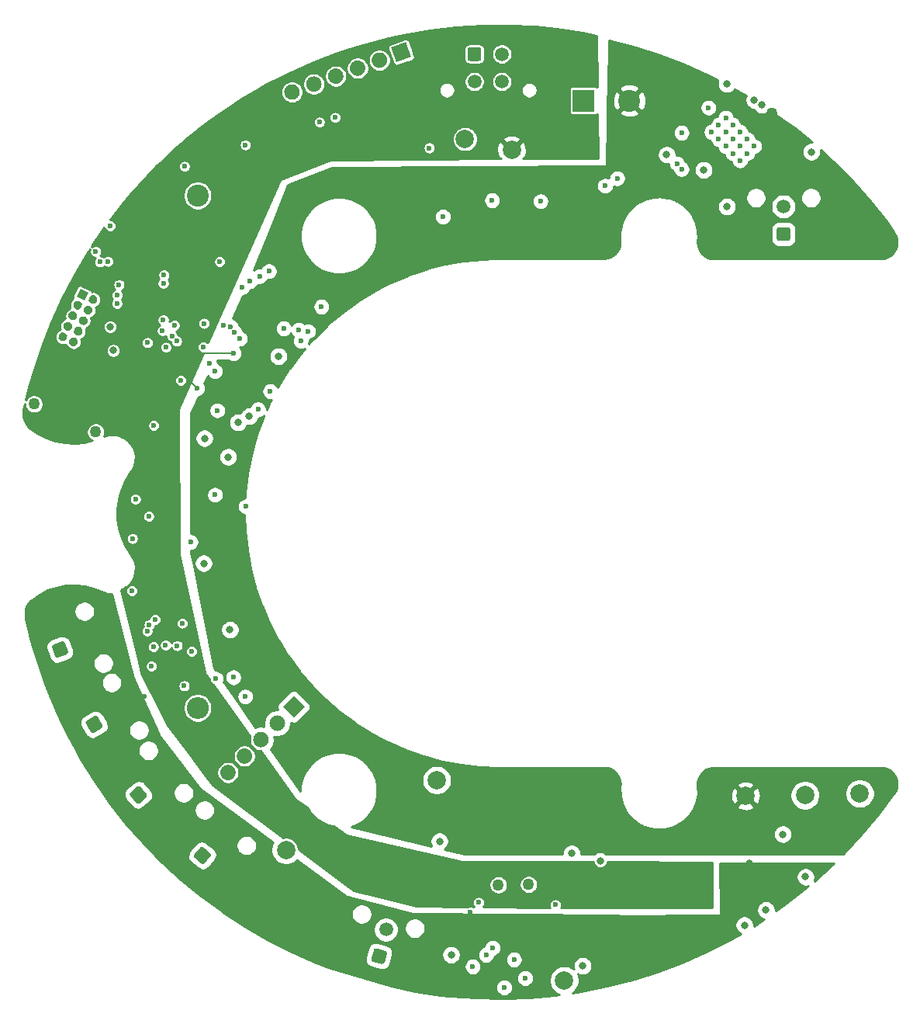
<source format=gbr>
G04 #@! TF.GenerationSoftware,KiCad,Pcbnew,(5.1.7)-1*
G04 #@! TF.CreationDate,2021-03-09T09:38:03-08:00*
G04 #@! TF.ProjectId,LCP_PowerControl,4c43505f-506f-4776-9572-436f6e74726f,rev?*
G04 #@! TF.SameCoordinates,Original*
G04 #@! TF.FileFunction,Copper,L3,Inr*
G04 #@! TF.FilePolarity,Positive*
%FSLAX46Y46*%
G04 Gerber Fmt 4.6, Leading zero omitted, Abs format (unit mm)*
G04 Created by KiCad (PCBNEW (5.1.7)-1) date 2021-03-09 09:38:03*
%MOMM*%
%LPD*%
G01*
G04 APERTURE LIST*
G04 #@! TA.AperFunction,ComponentPad*
%ADD10C,0.100000*%
G04 #@! TD*
G04 #@! TA.AperFunction,ComponentPad*
%ADD11C,1.500000*%
G04 #@! TD*
G04 #@! TA.AperFunction,ComponentPad*
%ADD12O,2.400000X2.400000*%
G04 #@! TD*
G04 #@! TA.AperFunction,ComponentPad*
%ADD13C,2.400000*%
G04 #@! TD*
G04 #@! TA.AperFunction,ComponentPad*
%ADD14R,2.400000X2.400000*%
G04 #@! TD*
G04 #@! TA.AperFunction,ComponentPad*
%ADD15C,0.600000*%
G04 #@! TD*
G04 #@! TA.AperFunction,ComponentPad*
%ADD16C,2.000000*%
G04 #@! TD*
G04 #@! TA.AperFunction,ComponentPad*
%ADD17C,2.010000*%
G04 #@! TD*
G04 #@! TA.AperFunction,ViaPad*
%ADD18C,0.600000*%
G04 #@! TD*
G04 #@! TA.AperFunction,ViaPad*
%ADD19C,0.800000*%
G04 #@! TD*
G04 #@! TA.AperFunction,ViaPad*
%ADD20C,1.270000*%
G04 #@! TD*
G04 #@! TA.AperFunction,Conductor*
%ADD21C,0.203200*%
G04 #@! TD*
G04 #@! TA.AperFunction,Conductor*
%ADD22C,0.508000*%
G04 #@! TD*
G04 #@! TA.AperFunction,Conductor*
%ADD23C,0.254000*%
G04 #@! TD*
G04 #@! TA.AperFunction,Conductor*
%ADD24C,0.100000*%
G04 #@! TD*
G04 APERTURE END LIST*
G04 #@! TA.AperFunction,ComponentPad*
G36*
G01*
X91935154Y-126521964D02*
X91935154Y-126521964D01*
G75*
G02*
X93137236Y-126521964I601041J-601041D01*
G01*
X93137236Y-126521964D01*
G75*
G02*
X93137236Y-127724046I-601041J-601041D01*
G01*
X93137236Y-127724046D01*
G75*
G02*
X91935154Y-127724046I-601041J601041D01*
G01*
X91935154Y-127724046D01*
G75*
G02*
X91935154Y-126521964I601041J601041D01*
G01*
G37*
G04 #@! TD.AperFunction*
G04 #@! TA.AperFunction,ComponentPad*
G36*
G01*
X93731205Y-124725913D02*
X93731205Y-124725913D01*
G75*
G02*
X94933287Y-124725913I601041J-601041D01*
G01*
X94933287Y-124725913D01*
G75*
G02*
X94933287Y-125927995I-601041J-601041D01*
G01*
X94933287Y-125927995D01*
G75*
G02*
X93731205Y-125927995I-601041J601041D01*
G01*
X93731205Y-125927995D01*
G75*
G02*
X93731205Y-124725913I601041J601041D01*
G01*
G37*
G04 #@! TD.AperFunction*
G04 #@! TA.AperFunction,ComponentPad*
G36*
G01*
X95527257Y-122929861D02*
X95527257Y-122929861D01*
G75*
G02*
X96729339Y-122929861I601041J-601041D01*
G01*
X96729339Y-122929861D01*
G75*
G02*
X96729339Y-124131943I-601041J-601041D01*
G01*
X96729339Y-124131943D01*
G75*
G02*
X95527257Y-124131943I-601041J601041D01*
G01*
X95527257Y-124131943D01*
G75*
G02*
X95527257Y-122929861I601041J601041D01*
G01*
G37*
G04 #@! TD.AperFunction*
G04 #@! TA.AperFunction,ComponentPad*
G36*
G01*
X97323308Y-121133810D02*
X97323308Y-121133810D01*
G75*
G02*
X98525390Y-121133810I601041J-601041D01*
G01*
X98525390Y-121133810D01*
G75*
G02*
X98525390Y-122335892I-601041J-601041D01*
G01*
X98525390Y-122335892D01*
G75*
G02*
X97323308Y-122335892I-601041J601041D01*
G01*
X97323308Y-122335892D01*
G75*
G02*
X97323308Y-121133810I601041J601041D01*
G01*
G37*
G04 #@! TD.AperFunction*
G04 #@! TA.AperFunction,ComponentPad*
D10*
G36*
X98518318Y-119938800D02*
G01*
X99720400Y-118736718D01*
X100922482Y-119938800D01*
X99720400Y-121140882D01*
X98518318Y-119938800D01*
G37*
G04 #@! TD.AperFunction*
D11*
X122430800Y-51768000D03*
X119430800Y-51768000D03*
X122430800Y-48768000D03*
G04 #@! TA.AperFunction,ComponentPad*
G36*
G01*
X118680800Y-49268000D02*
X118680800Y-48268000D01*
G75*
G02*
X118930800Y-48018000I250000J0D01*
G01*
X119930800Y-48018000D01*
G75*
G02*
X120180800Y-48268000I0J-250000D01*
G01*
X120180800Y-49268000D01*
G75*
G02*
X119930800Y-49518000I-250000J0D01*
G01*
X118930800Y-49518000D01*
G75*
G02*
X118680800Y-49268000I0J250000D01*
G01*
G37*
G04 #@! TD.AperFunction*
G04 #@! TA.AperFunction,ComponentPad*
G36*
G01*
X75210121Y-79933702D02*
X75210121Y-79933702D01*
G75*
G02*
X75874584Y-79691857I453154J-211309D01*
G01*
X75874584Y-79691857D01*
G75*
G02*
X76116429Y-80356320I-211309J-453154D01*
G01*
X76116429Y-80356320D01*
G75*
G02*
X75451966Y-80598165I-453154J211309D01*
G01*
X75451966Y-80598165D01*
G75*
G02*
X75210121Y-79933702I211309J453154D01*
G01*
G37*
G04 #@! TD.AperFunction*
G04 #@! TA.AperFunction,ComponentPad*
G36*
G01*
X74059110Y-79396977D02*
X74059110Y-79396977D01*
G75*
G02*
X74723573Y-79155132I453154J-211309D01*
G01*
X74723573Y-79155132D01*
G75*
G02*
X74965418Y-79819595I-211309J-453154D01*
G01*
X74965418Y-79819595D01*
G75*
G02*
X74300955Y-80061440I-453154J211309D01*
G01*
X74300955Y-80061440D01*
G75*
G02*
X74059110Y-79396977I211309J453154D01*
G01*
G37*
G04 #@! TD.AperFunction*
G04 #@! TA.AperFunction,ComponentPad*
G36*
G01*
X75746846Y-78782691D02*
X75746846Y-78782691D01*
G75*
G02*
X76411309Y-78540846I453154J-211309D01*
G01*
X76411309Y-78540846D01*
G75*
G02*
X76653154Y-79205309I-211309J-453154D01*
G01*
X76653154Y-79205309D01*
G75*
G02*
X75988691Y-79447154I-453154J211309D01*
G01*
X75988691Y-79447154D01*
G75*
G02*
X75746846Y-78782691I211309J453154D01*
G01*
G37*
G04 #@! TD.AperFunction*
G04 #@! TA.AperFunction,ComponentPad*
G36*
G01*
X74595835Y-78245966D02*
X74595835Y-78245966D01*
G75*
G02*
X75260298Y-78004121I453154J-211309D01*
G01*
X75260298Y-78004121D01*
G75*
G02*
X75502143Y-78668584I-211309J-453154D01*
G01*
X75502143Y-78668584D01*
G75*
G02*
X74837680Y-78910429I-453154J211309D01*
G01*
X74837680Y-78910429D01*
G75*
G02*
X74595835Y-78245966I211309J453154D01*
G01*
G37*
G04 #@! TD.AperFunction*
G04 #@! TA.AperFunction,ComponentPad*
G36*
G01*
X76283572Y-77631680D02*
X76283572Y-77631680D01*
G75*
G02*
X76948035Y-77389835I453154J-211309D01*
G01*
X76948035Y-77389835D01*
G75*
G02*
X77189880Y-78054298I-211309J-453154D01*
G01*
X77189880Y-78054298D01*
G75*
G02*
X76525417Y-78296143I-453154J211309D01*
G01*
X76525417Y-78296143D01*
G75*
G02*
X76283572Y-77631680I211309J453154D01*
G01*
G37*
G04 #@! TD.AperFunction*
G04 #@! TA.AperFunction,ComponentPad*
G36*
G01*
X75132561Y-77094955D02*
X75132561Y-77094955D01*
G75*
G02*
X75797024Y-76853110I453154J-211309D01*
G01*
X75797024Y-76853110D01*
G75*
G02*
X76038869Y-77517573I-211309J-453154D01*
G01*
X76038869Y-77517573D01*
G75*
G02*
X75374406Y-77759418I-453154J211309D01*
G01*
X75374406Y-77759418D01*
G75*
G02*
X75132561Y-77094955I211309J453154D01*
G01*
G37*
G04 #@! TD.AperFunction*
G04 #@! TA.AperFunction,ComponentPad*
G36*
G01*
X76820297Y-76480669D02*
X76820297Y-76480669D01*
G75*
G02*
X77484760Y-76238824I453154J-211309D01*
G01*
X77484760Y-76238824D01*
G75*
G02*
X77726605Y-76903287I-211309J-453154D01*
G01*
X77726605Y-76903287D01*
G75*
G02*
X77062142Y-77145132I-453154J211309D01*
G01*
X77062142Y-77145132D01*
G75*
G02*
X76820297Y-76480669I211309J453154D01*
G01*
G37*
G04 #@! TD.AperFunction*
G04 #@! TA.AperFunction,ComponentPad*
G36*
G01*
X75669286Y-75943944D02*
X75669286Y-75943944D01*
G75*
G02*
X76333749Y-75702099I453154J-211309D01*
G01*
X76333749Y-75702099D01*
G75*
G02*
X76575594Y-76366562I-211309J-453154D01*
G01*
X76575594Y-76366562D01*
G75*
G02*
X75911131Y-76608407I-453154J211309D01*
G01*
X75911131Y-76608407D01*
G75*
G02*
X75669286Y-75943944I211309J453154D01*
G01*
G37*
G04 #@! TD.AperFunction*
G04 #@! TA.AperFunction,ComponentPad*
G36*
G01*
X77357022Y-75329658D02*
X77357022Y-75329658D01*
G75*
G02*
X78021485Y-75087813I453154J-211309D01*
G01*
X78021485Y-75087813D01*
G75*
G02*
X78263330Y-75752276I-211309J-453154D01*
G01*
X78263330Y-75752276D01*
G75*
G02*
X77598867Y-75994121I-453154J211309D01*
G01*
X77598867Y-75994121D01*
G75*
G02*
X77357022Y-75329658I211309J453154D01*
G01*
G37*
G04 #@! TD.AperFunction*
G04 #@! TA.AperFunction,ComponentPad*
D10*
G36*
X75994702Y-75246087D02*
G01*
X76417320Y-74339779D01*
X77323628Y-74762397D01*
X76901010Y-75668705D01*
X75994702Y-75246087D01*
G37*
G04 #@! TD.AperFunction*
D12*
X89217500Y-120078500D03*
D13*
X89217500Y-64198500D03*
D14*
X131347200Y-53848000D03*
D13*
X136347200Y-53848000D03*
G04 #@! TA.AperFunction,ComponentPad*
G36*
G01*
X99230387Y-52109717D02*
X99230387Y-52109717D01*
G75*
G02*
X100319843Y-52617739I290717J-798739D01*
G01*
X100319843Y-52617739D01*
G75*
G02*
X99811821Y-53707195I-798739J-290717D01*
G01*
X99811821Y-53707195D01*
G75*
G02*
X98722365Y-53199173I-290717J798739D01*
G01*
X98722365Y-53199173D01*
G75*
G02*
X99230387Y-52109717I798739J290717D01*
G01*
G37*
G04 #@! TD.AperFunction*
G04 #@! TA.AperFunction,ComponentPad*
G36*
G01*
X101617206Y-51240986D02*
X101617206Y-51240986D01*
G75*
G02*
X102706662Y-51749008I290717J-798739D01*
G01*
X102706662Y-51749008D01*
G75*
G02*
X102198640Y-52838464I-798739J-290717D01*
G01*
X102198640Y-52838464D01*
G75*
G02*
X101109184Y-52330442I-290717J798739D01*
G01*
X101109184Y-52330442D01*
G75*
G02*
X101617206Y-51240986I798739J290717D01*
G01*
G37*
G04 #@! TD.AperFunction*
G04 #@! TA.AperFunction,ComponentPad*
G36*
G01*
X104004025Y-50372254D02*
X104004025Y-50372254D01*
G75*
G02*
X105093481Y-50880276I290717J-798739D01*
G01*
X105093481Y-50880276D01*
G75*
G02*
X104585459Y-51969732I-798739J-290717D01*
G01*
X104585459Y-51969732D01*
G75*
G02*
X103496003Y-51461710I-290717J798739D01*
G01*
X103496003Y-51461710D01*
G75*
G02*
X104004025Y-50372254I798739J290717D01*
G01*
G37*
G04 #@! TD.AperFunction*
G04 #@! TA.AperFunction,ComponentPad*
G36*
G01*
X106390844Y-49503523D02*
X106390844Y-49503523D01*
G75*
G02*
X107480300Y-50011545I290717J-798739D01*
G01*
X107480300Y-50011545D01*
G75*
G02*
X106972278Y-51101001I-798739J-290717D01*
G01*
X106972278Y-51101001D01*
G75*
G02*
X105882822Y-50592979I-290717J798739D01*
G01*
X105882822Y-50592979D01*
G75*
G02*
X106390844Y-49503523I798739J290717D01*
G01*
G37*
G04 #@! TD.AperFunction*
G04 #@! TA.AperFunction,ComponentPad*
G36*
G01*
X108777664Y-48634792D02*
X108777664Y-48634792D01*
G75*
G02*
X109867120Y-49142814I290717J-798739D01*
G01*
X109867120Y-49142814D01*
G75*
G02*
X109359098Y-50232270I-798739J-290717D01*
G01*
X109359098Y-50232270D01*
G75*
G02*
X108269642Y-49724248I-290717J798739D01*
G01*
X108269642Y-49724248D01*
G75*
G02*
X108777664Y-48634792I798739J290717D01*
G01*
G37*
G04 #@! TD.AperFunction*
G04 #@! TA.AperFunction,ComponentPad*
D10*
G36*
X110365744Y-48056778D02*
G01*
X111963222Y-47475344D01*
X112544656Y-49072822D01*
X110947178Y-49654256D01*
X110365744Y-48056778D01*
G37*
G04 #@! TD.AperFunction*
D11*
X153162000Y-65389500D03*
G04 #@! TA.AperFunction,ComponentPad*
G36*
G01*
X153912000Y-67889500D02*
X153912000Y-68889500D01*
G75*
G02*
X153662000Y-69139500I-250000J0D01*
G01*
X152662000Y-69139500D01*
G75*
G02*
X152412000Y-68889500I0J250000D01*
G01*
X152412000Y-67889500D01*
G75*
G02*
X152662000Y-67639500I250000J0D01*
G01*
X153662000Y-67639500D01*
G75*
G02*
X153912000Y-67889500I0J-250000D01*
G01*
G37*
G04 #@! TD.AperFunction*
D15*
X145304048Y-57261183D03*
X146081865Y-56483365D03*
X146859683Y-55705548D03*
X146081865Y-58039000D03*
X146859683Y-57261183D03*
X147637500Y-56483365D03*
X146859683Y-58816817D03*
X147637500Y-58039000D03*
X148415317Y-57261183D03*
X147637500Y-59594635D03*
X148415317Y-58816817D03*
X149193135Y-58039000D03*
X149970952Y-58816817D03*
X149193135Y-59594635D03*
X148415317Y-60372452D03*
D16*
X103187500Y-140843000D03*
X129222500Y-149796500D03*
X155511500Y-129603500D03*
X149034500Y-129667000D03*
X161480500Y-129413000D03*
X115316000Y-127952500D03*
D11*
X109793257Y-144244423D03*
G04 #@! TA.AperFunction,ComponentPad*
G36*
G01*
X109870653Y-146853352D02*
X109611834Y-147819277D01*
G75*
G02*
X109305648Y-147996053I-241481J64705D01*
G01*
X108339723Y-147737234D01*
G75*
G02*
X108162947Y-147431048I64705J241481D01*
G01*
X108421766Y-146465123D01*
G75*
G02*
X108727952Y-146288347I241481J-64705D01*
G01*
X109693877Y-146547166D01*
G75*
G02*
X109870653Y-146853352I-64705J-241481D01*
G01*
G37*
G04 #@! TD.AperFunction*
X91666563Y-133871267D03*
G04 #@! TA.AperFunction,ComponentPad*
G36*
G01*
X90634127Y-136268469D02*
X89991339Y-137034513D01*
G75*
G02*
X89639131Y-137065327I-191511J160697D01*
G01*
X88873087Y-136422539D01*
G75*
G02*
X88842273Y-136070331I160697J191511D01*
G01*
X89485061Y-135304287D01*
G75*
G02*
X89837269Y-135273473I191511J-160697D01*
G01*
X90603313Y-135916261D01*
G75*
G02*
X90634127Y-136268469I-160697J-191511D01*
G01*
G37*
G04 #@! TD.AperFunction*
X77012478Y-112689740D03*
G04 #@! TA.AperFunction,ComponentPad*
G36*
G01*
X74919761Y-114249559D02*
X73980069Y-114591579D01*
G75*
G02*
X73659641Y-114442161I-85505J234923D01*
G01*
X73317621Y-113502469D01*
G75*
G02*
X73467039Y-113182041I234923J85505D01*
G01*
X74406731Y-112840021D01*
G75*
G02*
X74727159Y-112989439I85505J-234923D01*
G01*
X75069179Y-113929131D01*
G75*
G02*
X74919761Y-114249559I-234923J-85505D01*
G01*
G37*
G04 #@! TD.AperFunction*
X85051333Y-127637037D03*
G04 #@! TA.AperFunction,ComponentPad*
G36*
G01*
X83618313Y-129818539D02*
X82852269Y-130461327D01*
G75*
G02*
X82500061Y-130430513I-160697J191511D01*
G01*
X81857273Y-129664469D01*
G75*
G02*
X81888087Y-129312261I191511J160697D01*
G01*
X82654131Y-128669473D01*
G75*
G02*
X83006339Y-128700287I160697J-191511D01*
G01*
X83649127Y-129466331D01*
G75*
G02*
X83618313Y-129818539I-191511J-160697D01*
G01*
G37*
G04 #@! TD.AperFunction*
X80525276Y-120369200D03*
G04 #@! TA.AperFunction,ComponentPad*
G36*
G01*
X78735213Y-122268719D02*
X77869187Y-122768719D01*
G75*
G02*
X77527681Y-122677213I-125000J216506D01*
G01*
X77027681Y-121811187D01*
G75*
G02*
X77119187Y-121469681I216506J125000D01*
G01*
X77985213Y-120969681D01*
G75*
G02*
X78326719Y-121061187I125000J-216506D01*
G01*
X78826719Y-121927213D01*
G75*
G02*
X78735213Y-122268719I-216506J-125000D01*
G01*
G37*
G04 #@! TD.AperFunction*
D17*
X123494800Y-59232800D03*
X118394800Y-58032800D03*
X98863000Y-135552500D03*
X97663000Y-140652500D03*
D18*
X84391500Y-113411000D03*
X88582500Y-113919000D03*
X91186000Y-116903500D03*
X87757000Y-117665500D03*
X86995000Y-113284000D03*
X85725000Y-113220500D03*
X119888000Y-141287500D03*
X128270000Y-141541500D03*
X123761500Y-147510500D03*
X122682000Y-150558500D03*
X119253000Y-148272500D03*
D19*
X131254500Y-148209000D03*
X116903500Y-147002500D03*
X115620800Y-134620000D03*
X153098500Y-133858000D03*
X133159500Y-136779000D03*
X155575000Y-138493500D03*
X130048000Y-135953500D03*
X148907500Y-143764000D03*
D20*
X71374000Y-86931500D03*
X78105000Y-89979500D03*
D19*
X80010000Y-81089500D03*
D18*
X79438500Y-71374000D03*
D19*
X89979500Y-90678000D03*
X89890590Y-104300068D03*
X156210000Y-59436000D03*
X147002500Y-65405000D03*
X98042039Y-81718130D03*
D18*
X89923910Y-78134148D03*
D19*
X92741757Y-111537422D03*
D18*
X82042000Y-107315000D03*
X83711894Y-111712737D03*
X82105500Y-101600000D03*
X91376500Y-87630000D03*
X91634483Y-71400320D03*
D19*
X79673333Y-78497869D03*
D18*
X94437200Y-58674000D03*
X121361200Y-64719200D03*
X98602800Y-78689200D03*
X121412000Y-146240500D03*
X124968000Y-149542500D03*
X116586000Y-131445000D03*
X118237000Y-131445000D03*
X130873500Y-131318000D03*
X129349500Y-131318000D03*
X121920000Y-134747000D03*
D20*
X151901981Y-55255394D03*
X125727600Y-132717400D03*
X121663600Y-132717400D03*
D19*
X150812500Y-54292500D03*
X146963312Y-52016574D03*
X149987000Y-53784500D03*
X143510000Y-141224000D03*
X140652500Y-141224000D03*
X138557000Y-141224000D03*
X133413500Y-140208000D03*
D20*
X80708500Y-86931500D03*
D18*
X83439000Y-68326000D03*
X93154500Y-81407000D03*
X86868000Y-99949000D03*
D19*
X80649784Y-78144724D03*
D18*
X82867500Y-75057000D03*
X87934800Y-67259200D03*
X126644400Y-64820800D03*
D19*
X140411200Y-59740800D03*
X129489200Y-59791600D03*
D18*
X91389200Y-122072400D03*
X92571445Y-72145066D03*
X89151819Y-85206422D03*
X88642298Y-77978000D03*
X97000000Y-64000000D03*
X87782400Y-61010800D03*
X83439000Y-118808500D03*
X128651000Y-144335500D03*
X128587500Y-142938500D03*
X133667500Y-143573500D03*
X118999000Y-142367000D03*
X119189500Y-143954500D03*
D19*
X149479000Y-137033000D03*
D20*
X125349000Y-139319000D03*
X122047000Y-139382500D03*
D18*
X120713500Y-147002500D03*
X84188661Y-115518839D03*
X78105000Y-70294500D03*
X85478457Y-73779543D03*
X79692500Y-67500500D03*
X85548855Y-72856776D03*
X102514400Y-56184800D03*
X104241600Y-55676800D03*
D19*
X94869000Y-88265000D03*
D18*
X86934544Y-80076545D03*
X94425114Y-118830604D03*
D19*
X93628888Y-88939703D03*
D18*
X85762340Y-80745840D03*
D19*
X92563990Y-92710000D03*
D18*
X83753750Y-80246510D03*
X93116400Y-116738400D03*
X100482400Y-80060800D03*
X142036800Y-57353200D03*
X93228678Y-79112235D03*
X86423500Y-79502000D03*
X85383733Y-78947990D03*
X80412005Y-75967005D03*
X80454500Y-75057000D03*
X86677500Y-78359000D03*
X94100051Y-74186347D03*
X94488000Y-98107500D03*
X82433445Y-97295025D03*
X91122500Y-96837500D03*
X84437510Y-89257589D03*
X83883500Y-99187000D03*
X88455500Y-101981000D03*
X144983200Y-54610000D03*
X92073799Y-78338440D03*
X101287934Y-78989210D03*
X135020261Y-62316250D03*
X92811600Y-78486000D03*
X100228400Y-78841600D03*
X87377987Y-84338523D03*
X93853000Y-79819500D03*
X133698956Y-63134647D03*
X102743090Y-76309991D03*
X94945200Y-73554010D03*
X95821500Y-87503000D03*
X142049500Y-61307679D03*
X91118586Y-83357925D03*
D19*
X144466666Y-61408666D03*
X151257000Y-142113000D03*
D18*
X96000000Y-73000000D03*
X141541500Y-60706000D03*
X97155000Y-85534500D03*
X89850545Y-80706545D03*
X90500000Y-82500000D03*
X84582485Y-110418590D03*
X87531705Y-110836205D03*
X83947000Y-110998000D03*
X80645000Y-73914000D03*
X85475142Y-77770152D03*
X78549500Y-71437500D03*
X114500000Y-59000000D03*
X97000000Y-72445990D03*
X116000000Y-66500000D03*
D21*
X93154500Y-81407000D02*
X89154000Y-81407000D01*
X88201500Y-84256103D02*
X89151819Y-85206422D01*
X99631500Y-146190217D02*
X99631500Y-145859500D01*
D22*
X83014736Y-118808500D02*
X82544836Y-119278400D01*
X83439000Y-118808500D02*
X83014736Y-118808500D01*
D23*
X76840539Y-106805369D02*
X77831802Y-107044145D01*
X78772100Y-107411360D01*
X78977049Y-107493891D01*
X79027866Y-107508784D01*
X79077762Y-107526499D01*
X79088078Y-107528984D01*
X79472523Y-107618779D01*
X79540793Y-107627824D01*
X79608961Y-107637826D01*
X79619563Y-107638260D01*
X79880601Y-107647134D01*
X82122030Y-116566154D01*
X82129146Y-116586780D01*
X84973946Y-122987580D01*
X84989564Y-123013728D01*
X89510764Y-128855728D01*
X89535886Y-128880258D01*
X97452784Y-134711116D01*
X97409651Y-134775669D01*
X97286025Y-135074130D01*
X97223000Y-135390974D01*
X97223000Y-135714026D01*
X97286025Y-136030870D01*
X97409651Y-136329331D01*
X97589129Y-136597939D01*
X97817561Y-136826371D01*
X98086169Y-137005849D01*
X98384630Y-137129475D01*
X98701474Y-137192500D01*
X99024526Y-137192500D01*
X99341370Y-137129475D01*
X99639831Y-137005849D01*
X99908439Y-136826371D01*
X100085026Y-136649784D01*
X105537886Y-140665858D01*
X105559283Y-140678587D01*
X105581572Y-140686599D01*
X112693572Y-142515399D01*
X112724019Y-142519395D01*
X134567506Y-142722590D01*
X135989333Y-142747980D01*
X135992365Y-142747998D01*
X144425165Y-142697198D01*
X144426267Y-142697186D01*
X146153467Y-142671786D01*
X146178205Y-142668982D01*
X146201921Y-142661405D01*
X146223703Y-142649348D01*
X146242713Y-142633272D01*
X146258223Y-142613797D01*
X146269635Y-142591670D01*
X146276511Y-142567742D01*
X146278595Y-142543666D01*
X146228939Y-136982200D01*
X158664054Y-136982200D01*
X157646500Y-137957757D01*
X156513692Y-138931883D01*
X156570226Y-138795398D01*
X156610000Y-138595439D01*
X156610000Y-138391561D01*
X156570226Y-138191602D01*
X156492205Y-138003244D01*
X156378937Y-137833726D01*
X156234774Y-137689563D01*
X156065256Y-137576295D01*
X155876898Y-137498274D01*
X155676939Y-137458500D01*
X155473061Y-137458500D01*
X155273102Y-137498274D01*
X155084744Y-137576295D01*
X154915226Y-137689563D01*
X154771063Y-137833726D01*
X154657795Y-138003244D01*
X154579774Y-138191602D01*
X154540000Y-138391561D01*
X154540000Y-138595439D01*
X154579774Y-138795398D01*
X154657795Y-138983756D01*
X154771063Y-139153274D01*
X154915226Y-139297437D01*
X155084744Y-139410705D01*
X155273102Y-139488726D01*
X155473061Y-139528500D01*
X155676939Y-139528500D01*
X155862903Y-139491510D01*
X155478297Y-139822240D01*
X153208240Y-141569970D01*
X152291195Y-142218987D01*
X152292000Y-142214939D01*
X152292000Y-142011061D01*
X152252226Y-141811102D01*
X152174205Y-141622744D01*
X152060937Y-141453226D01*
X151916774Y-141309063D01*
X151747256Y-141195795D01*
X151558898Y-141117774D01*
X151358939Y-141078000D01*
X151155061Y-141078000D01*
X150955102Y-141117774D01*
X150766744Y-141195795D01*
X150597226Y-141309063D01*
X150453063Y-141453226D01*
X150339795Y-141622744D01*
X150261774Y-141811102D01*
X150222000Y-142011061D01*
X150222000Y-142214939D01*
X150261774Y-142414898D01*
X150339795Y-142603256D01*
X150453063Y-142772774D01*
X150597226Y-142916937D01*
X150766744Y-143030205D01*
X150955102Y-143108226D01*
X151049084Y-143126920D01*
X149942500Y-143845081D01*
X149942500Y-143662061D01*
X149902726Y-143462102D01*
X149824705Y-143273744D01*
X149711437Y-143104226D01*
X149567274Y-142960063D01*
X149397756Y-142846795D01*
X149209398Y-142768774D01*
X149009439Y-142729000D01*
X148805561Y-142729000D01*
X148605602Y-142768774D01*
X148417244Y-142846795D01*
X148247726Y-142960063D01*
X148103563Y-143104226D01*
X147990295Y-143273744D01*
X147912274Y-143462102D01*
X147872500Y-143662061D01*
X147872500Y-143865939D01*
X147912274Y-144065898D01*
X147990295Y-144254256D01*
X148103563Y-144423774D01*
X148247726Y-144567937D01*
X148417244Y-144681205D01*
X148475076Y-144705160D01*
X147233002Y-145418898D01*
X144676553Y-146709310D01*
X142054048Y-147859588D01*
X139373179Y-148866360D01*
X136641783Y-149726683D01*
X133867875Y-150438031D01*
X131059537Y-150998333D01*
X130176767Y-151125277D01*
X130264752Y-151066487D01*
X130492487Y-150838752D01*
X130671418Y-150570963D01*
X130794668Y-150273412D01*
X130857500Y-149957533D01*
X130857500Y-149635467D01*
X130794668Y-149319588D01*
X130695555Y-149080309D01*
X130764244Y-149126205D01*
X130952602Y-149204226D01*
X131152561Y-149244000D01*
X131356439Y-149244000D01*
X131556398Y-149204226D01*
X131744756Y-149126205D01*
X131914274Y-149012937D01*
X132058437Y-148868774D01*
X132171705Y-148699256D01*
X132249726Y-148510898D01*
X132289500Y-148310939D01*
X132289500Y-148107061D01*
X132249726Y-147907102D01*
X132171705Y-147718744D01*
X132058437Y-147549226D01*
X131914274Y-147405063D01*
X131744756Y-147291795D01*
X131556398Y-147213774D01*
X131356439Y-147174000D01*
X131152561Y-147174000D01*
X130952602Y-147213774D01*
X130764244Y-147291795D01*
X130594726Y-147405063D01*
X130450563Y-147549226D01*
X130337295Y-147718744D01*
X130259274Y-147907102D01*
X130219500Y-148107061D01*
X130219500Y-148310939D01*
X130259274Y-148510898D01*
X130266442Y-148528203D01*
X130264752Y-148526513D01*
X129996963Y-148347582D01*
X129699412Y-148224332D01*
X129383533Y-148161500D01*
X129061467Y-148161500D01*
X128745588Y-148224332D01*
X128448037Y-148347582D01*
X128180248Y-148526513D01*
X127952513Y-148754248D01*
X127773582Y-149022037D01*
X127650332Y-149319588D01*
X127587500Y-149635467D01*
X127587500Y-149957533D01*
X127650332Y-150273412D01*
X127773582Y-150570963D01*
X127952513Y-150838752D01*
X128180248Y-151066487D01*
X128448037Y-151245418D01*
X128678234Y-151340769D01*
X128225044Y-151405938D01*
X125372629Y-151659663D01*
X122510663Y-151758763D01*
X119647541Y-151702945D01*
X116785661Y-151491935D01*
X115783958Y-151381014D01*
X112945279Y-150960790D01*
X111102548Y-150585191D01*
X110697212Y-150466411D01*
X121747000Y-150466411D01*
X121747000Y-150650589D01*
X121782932Y-150831229D01*
X121853414Y-151001389D01*
X121955738Y-151154528D01*
X122085972Y-151284762D01*
X122239111Y-151387086D01*
X122409271Y-151457568D01*
X122589911Y-151493500D01*
X122774089Y-151493500D01*
X122954729Y-151457568D01*
X123124889Y-151387086D01*
X123278028Y-151284762D01*
X123408262Y-151154528D01*
X123510586Y-151001389D01*
X123581068Y-150831229D01*
X123617000Y-150650589D01*
X123617000Y-150466411D01*
X123581068Y-150285771D01*
X123510586Y-150115611D01*
X123408262Y-149962472D01*
X123278028Y-149832238D01*
X123124889Y-149729914D01*
X122954729Y-149659432D01*
X122774089Y-149623500D01*
X122589911Y-149623500D01*
X122409271Y-149659432D01*
X122239111Y-149729914D01*
X122085972Y-149832238D01*
X121955738Y-149962472D01*
X121853414Y-150115611D01*
X121782932Y-150285771D01*
X121747000Y-150466411D01*
X110697212Y-150466411D01*
X107230111Y-149450411D01*
X124033000Y-149450411D01*
X124033000Y-149634589D01*
X124068932Y-149815229D01*
X124139414Y-149985389D01*
X124241738Y-150138528D01*
X124371972Y-150268762D01*
X124525111Y-150371086D01*
X124695271Y-150441568D01*
X124875911Y-150477500D01*
X125060089Y-150477500D01*
X125240729Y-150441568D01*
X125410889Y-150371086D01*
X125564028Y-150268762D01*
X125694262Y-150138528D01*
X125796586Y-149985389D01*
X125867068Y-149815229D01*
X125903000Y-149634589D01*
X125903000Y-149450411D01*
X125867068Y-149269771D01*
X125796586Y-149099611D01*
X125694262Y-148946472D01*
X125564028Y-148816238D01*
X125410889Y-148713914D01*
X125240729Y-148643432D01*
X125060089Y-148607500D01*
X124875911Y-148607500D01*
X124695271Y-148643432D01*
X124525111Y-148713914D01*
X124371972Y-148816238D01*
X124241738Y-148946472D01*
X124139414Y-149099611D01*
X124068932Y-149269771D01*
X124033000Y-149450411D01*
X107230111Y-149450411D01*
X103462006Y-148346205D01*
X101963885Y-147776505D01*
X101200003Y-147437670D01*
X107518257Y-147437670D01*
X107523954Y-147611670D01*
X107563486Y-147781214D01*
X107635335Y-147939789D01*
X107736740Y-148081299D01*
X107863804Y-148200308D01*
X108011644Y-148292241D01*
X108174578Y-148353565D01*
X109140503Y-148612384D01*
X109312270Y-148640743D01*
X109486270Y-148635046D01*
X109655814Y-148595514D01*
X109814389Y-148523665D01*
X109955899Y-148422260D01*
X110074908Y-148295196D01*
X110146286Y-148180411D01*
X118318000Y-148180411D01*
X118318000Y-148364589D01*
X118353932Y-148545229D01*
X118424414Y-148715389D01*
X118526738Y-148868528D01*
X118656972Y-148998762D01*
X118810111Y-149101086D01*
X118980271Y-149171568D01*
X119160911Y-149207500D01*
X119345089Y-149207500D01*
X119525729Y-149171568D01*
X119695889Y-149101086D01*
X119849028Y-148998762D01*
X119979262Y-148868528D01*
X120081586Y-148715389D01*
X120152068Y-148545229D01*
X120188000Y-148364589D01*
X120188000Y-148180411D01*
X120152068Y-147999771D01*
X120081586Y-147829611D01*
X119979262Y-147676472D01*
X119849028Y-147546238D01*
X119695889Y-147443914D01*
X119525729Y-147373432D01*
X119345089Y-147337500D01*
X119160911Y-147337500D01*
X118980271Y-147373432D01*
X118810111Y-147443914D01*
X118656972Y-147546238D01*
X118526738Y-147676472D01*
X118424414Y-147829611D01*
X118353932Y-147999771D01*
X118318000Y-148180411D01*
X110146286Y-148180411D01*
X110166841Y-148147356D01*
X110228165Y-147984422D01*
X110486984Y-147018497D01*
X110506455Y-146900561D01*
X115868500Y-146900561D01*
X115868500Y-147104439D01*
X115908274Y-147304398D01*
X115986295Y-147492756D01*
X116099563Y-147662274D01*
X116243726Y-147806437D01*
X116413244Y-147919705D01*
X116601602Y-147997726D01*
X116801561Y-148037500D01*
X117005439Y-148037500D01*
X117205398Y-147997726D01*
X117393756Y-147919705D01*
X117563274Y-147806437D01*
X117707437Y-147662274D01*
X117820705Y-147492756D01*
X117898726Y-147304398D01*
X117938500Y-147104439D01*
X117938500Y-146910411D01*
X119778500Y-146910411D01*
X119778500Y-147094589D01*
X119814432Y-147275229D01*
X119884914Y-147445389D01*
X119987238Y-147598528D01*
X120117472Y-147728762D01*
X120270611Y-147831086D01*
X120440771Y-147901568D01*
X120621411Y-147937500D01*
X120805589Y-147937500D01*
X120986229Y-147901568D01*
X121156389Y-147831086D01*
X121309528Y-147728762D01*
X121439762Y-147598528D01*
X121542086Y-147445389D01*
X121553260Y-147418411D01*
X122826500Y-147418411D01*
X122826500Y-147602589D01*
X122862432Y-147783229D01*
X122932914Y-147953389D01*
X123035238Y-148106528D01*
X123165472Y-148236762D01*
X123318611Y-148339086D01*
X123488771Y-148409568D01*
X123669411Y-148445500D01*
X123853589Y-148445500D01*
X124034229Y-148409568D01*
X124204389Y-148339086D01*
X124357528Y-148236762D01*
X124487762Y-148106528D01*
X124590086Y-147953389D01*
X124660568Y-147783229D01*
X124696500Y-147602589D01*
X124696500Y-147418411D01*
X124660568Y-147237771D01*
X124590086Y-147067611D01*
X124487762Y-146914472D01*
X124357528Y-146784238D01*
X124204389Y-146681914D01*
X124034229Y-146611432D01*
X123853589Y-146575500D01*
X123669411Y-146575500D01*
X123488771Y-146611432D01*
X123318611Y-146681914D01*
X123165472Y-146784238D01*
X123035238Y-146914472D01*
X122932914Y-147067611D01*
X122862432Y-147237771D01*
X122826500Y-147418411D01*
X121553260Y-147418411D01*
X121612568Y-147275229D01*
X121637692Y-147148924D01*
X121684729Y-147139568D01*
X121854889Y-147069086D01*
X122008028Y-146966762D01*
X122138262Y-146836528D01*
X122240586Y-146683389D01*
X122311068Y-146513229D01*
X122347000Y-146332589D01*
X122347000Y-146148411D01*
X122311068Y-145967771D01*
X122240586Y-145797611D01*
X122138262Y-145644472D01*
X122008028Y-145514238D01*
X121854889Y-145411914D01*
X121684729Y-145341432D01*
X121504089Y-145305500D01*
X121319911Y-145305500D01*
X121139271Y-145341432D01*
X120969111Y-145411914D01*
X120815972Y-145514238D01*
X120685738Y-145644472D01*
X120583414Y-145797611D01*
X120512932Y-145967771D01*
X120487808Y-146094076D01*
X120440771Y-146103432D01*
X120270611Y-146173914D01*
X120117472Y-146276238D01*
X119987238Y-146406472D01*
X119884914Y-146559611D01*
X119814432Y-146729771D01*
X119778500Y-146910411D01*
X117938500Y-146910411D01*
X117938500Y-146900561D01*
X117898726Y-146700602D01*
X117820705Y-146512244D01*
X117707437Y-146342726D01*
X117563274Y-146198563D01*
X117393756Y-146085295D01*
X117205398Y-146007274D01*
X117005439Y-145967500D01*
X116801561Y-145967500D01*
X116601602Y-146007274D01*
X116413244Y-146085295D01*
X116243726Y-146198563D01*
X116099563Y-146342726D01*
X115986295Y-146512244D01*
X115908274Y-146700602D01*
X115868500Y-146900561D01*
X110506455Y-146900561D01*
X110515343Y-146846730D01*
X110509646Y-146672730D01*
X110470114Y-146503186D01*
X110398265Y-146344611D01*
X110296860Y-146203101D01*
X110169796Y-146084092D01*
X110021956Y-145992159D01*
X109859022Y-145930835D01*
X108893097Y-145672016D01*
X108721330Y-145643657D01*
X108547330Y-145649354D01*
X108377786Y-145688886D01*
X108219211Y-145760735D01*
X108077701Y-145862140D01*
X107958692Y-145989204D01*
X107866759Y-146137044D01*
X107805435Y-146299978D01*
X107546616Y-147265903D01*
X107518257Y-147437670D01*
X101200003Y-147437670D01*
X99346169Y-146615366D01*
X96795098Y-145314372D01*
X94715743Y-144108012D01*
X108408257Y-144108012D01*
X108408257Y-144380834D01*
X108461482Y-144648412D01*
X108565886Y-144900466D01*
X108717458Y-145127309D01*
X108910371Y-145320222D01*
X109137214Y-145471794D01*
X109389268Y-145576198D01*
X109656846Y-145629423D01*
X109929668Y-145629423D01*
X110197246Y-145576198D01*
X110449300Y-145471794D01*
X110676143Y-145320222D01*
X110869056Y-145127309D01*
X111020628Y-144900466D01*
X111125032Y-144648412D01*
X111178257Y-144380834D01*
X111178257Y-144108012D01*
X111156995Y-144001121D01*
X111799325Y-144001121D01*
X111799325Y-144224697D01*
X111842942Y-144443976D01*
X111928501Y-144650533D01*
X112052713Y-144836429D01*
X112210805Y-144994521D01*
X112396701Y-145118733D01*
X112603258Y-145204292D01*
X112822537Y-145247909D01*
X113046113Y-145247909D01*
X113265392Y-145204292D01*
X113471949Y-145118733D01*
X113657845Y-144994521D01*
X113815937Y-144836429D01*
X113940149Y-144650533D01*
X114025708Y-144443976D01*
X114069325Y-144224697D01*
X114069325Y-144001121D01*
X114025708Y-143781842D01*
X113940149Y-143575285D01*
X113815937Y-143389389D01*
X113657845Y-143231297D01*
X113471949Y-143107085D01*
X113265392Y-143021526D01*
X113046113Y-142977909D01*
X112822537Y-142977909D01*
X112603258Y-143021526D01*
X112396701Y-143107085D01*
X112210805Y-143231297D01*
X112052713Y-143389389D01*
X111928501Y-143575285D01*
X111842942Y-143781842D01*
X111799325Y-144001121D01*
X111156995Y-144001121D01*
X111125032Y-143840434D01*
X111020628Y-143588380D01*
X110869056Y-143361537D01*
X110676143Y-143168624D01*
X110449300Y-143017052D01*
X110197246Y-142912648D01*
X109929668Y-142859423D01*
X109656846Y-142859423D01*
X109389268Y-142912648D01*
X109137214Y-143017052D01*
X108910371Y-143168624D01*
X108717458Y-143361537D01*
X108565886Y-143588380D01*
X108461482Y-143840434D01*
X108408257Y-144108012D01*
X94715743Y-144108012D01*
X94318104Y-143877318D01*
X92135909Y-142448207D01*
X106003770Y-142448207D01*
X106003770Y-142671783D01*
X106047387Y-142891062D01*
X106132946Y-143097619D01*
X106257158Y-143283515D01*
X106415250Y-143441607D01*
X106601146Y-143565819D01*
X106807703Y-143651378D01*
X107026982Y-143694995D01*
X107250558Y-143694995D01*
X107469837Y-143651378D01*
X107676394Y-143565819D01*
X107862290Y-143441607D01*
X108020382Y-143283515D01*
X108144594Y-143097619D01*
X108230153Y-142891062D01*
X108273770Y-142671783D01*
X108273770Y-142448207D01*
X108230153Y-142228928D01*
X108144594Y-142022371D01*
X108020382Y-141836475D01*
X107862290Y-141678383D01*
X107676394Y-141554171D01*
X107469837Y-141468612D01*
X107250558Y-141424995D01*
X107026982Y-141424995D01*
X106807703Y-141468612D01*
X106601146Y-141554171D01*
X106415250Y-141678383D01*
X106257158Y-141836475D01*
X106132946Y-142022371D01*
X106047387Y-142228928D01*
X106003770Y-142448207D01*
X92135909Y-142448207D01*
X91922453Y-142308416D01*
X89615134Y-140612243D01*
X87402928Y-138793783D01*
X85292308Y-136858357D01*
X84754166Y-136308428D01*
X88149091Y-136308428D01*
X88181190Y-136479536D01*
X88246054Y-136641094D01*
X88341190Y-136786893D01*
X88462942Y-136911330D01*
X89228986Y-137554118D01*
X89372675Y-137652412D01*
X89532779Y-137720785D01*
X89703146Y-137756610D01*
X89877228Y-137758509D01*
X90048336Y-137726410D01*
X90209894Y-137661546D01*
X90355693Y-137566410D01*
X90480130Y-137444658D01*
X91122918Y-136678614D01*
X91221212Y-136534925D01*
X91289585Y-136374821D01*
X91325410Y-136204454D01*
X91327309Y-136030372D01*
X91295210Y-135859264D01*
X91230346Y-135697706D01*
X91135210Y-135551907D01*
X91013458Y-135427470D01*
X90465598Y-134967760D01*
X93433917Y-134967760D01*
X93433917Y-135191336D01*
X93477534Y-135410615D01*
X93563093Y-135617172D01*
X93687305Y-135803068D01*
X93845397Y-135961160D01*
X94031293Y-136085372D01*
X94237850Y-136170931D01*
X94457129Y-136214548D01*
X94680705Y-136214548D01*
X94899984Y-136170931D01*
X95106541Y-136085372D01*
X95292437Y-135961160D01*
X95450529Y-135803068D01*
X95574741Y-135617172D01*
X95660300Y-135410615D01*
X95703917Y-135191336D01*
X95703917Y-134967760D01*
X95660300Y-134748481D01*
X95574741Y-134541924D01*
X95450529Y-134356028D01*
X95292437Y-134197936D01*
X95106541Y-134073724D01*
X94899984Y-133988165D01*
X94680705Y-133944548D01*
X94457129Y-133944548D01*
X94237850Y-133988165D01*
X94031293Y-134073724D01*
X93845397Y-134197936D01*
X93687305Y-134356028D01*
X93563093Y-134541924D01*
X93477534Y-134748481D01*
X93433917Y-134967760D01*
X90465598Y-134967760D01*
X90247414Y-134784682D01*
X90103725Y-134686388D01*
X89943621Y-134618015D01*
X89773254Y-134582190D01*
X89599172Y-134580291D01*
X89428064Y-134612390D01*
X89266506Y-134677254D01*
X89120707Y-134772390D01*
X88996270Y-134894142D01*
X88353482Y-135660186D01*
X88255188Y-135803875D01*
X88186815Y-135963979D01*
X88150990Y-136134346D01*
X88149091Y-136308428D01*
X84754166Y-136308428D01*
X83289436Y-134811619D01*
X81400184Y-132659565D01*
X79630077Y-130408494D01*
X78940359Y-129426372D01*
X81164091Y-129426372D01*
X81165990Y-129600454D01*
X81201815Y-129770821D01*
X81270188Y-129930925D01*
X81368482Y-130074614D01*
X82011270Y-130840658D01*
X82135707Y-130962410D01*
X82281506Y-131057546D01*
X82443064Y-131122410D01*
X82614172Y-131154509D01*
X82788254Y-131152610D01*
X82958621Y-131116785D01*
X82972087Y-131111034D01*
X88837650Y-131111034D01*
X88837650Y-131334610D01*
X88881267Y-131553889D01*
X88966826Y-131760446D01*
X89091038Y-131946342D01*
X89249130Y-132104434D01*
X89435026Y-132228646D01*
X89641583Y-132314205D01*
X89860862Y-132357822D01*
X90084438Y-132357822D01*
X90303717Y-132314205D01*
X90510274Y-132228646D01*
X90696170Y-132104434D01*
X90854262Y-131946342D01*
X90978474Y-131760446D01*
X91064033Y-131553889D01*
X91107650Y-131334610D01*
X91107650Y-131111034D01*
X91064033Y-130891755D01*
X90978474Y-130685198D01*
X90854262Y-130499302D01*
X90696170Y-130341210D01*
X90510274Y-130216998D01*
X90303717Y-130131439D01*
X90084438Y-130087822D01*
X89860862Y-130087822D01*
X89641583Y-130131439D01*
X89435026Y-130216998D01*
X89249130Y-130341210D01*
X89091038Y-130499302D01*
X88966826Y-130685198D01*
X88881267Y-130891755D01*
X88837650Y-131111034D01*
X82972087Y-131111034D01*
X83118725Y-131048412D01*
X83262414Y-130950118D01*
X84028458Y-130307330D01*
X84150210Y-130182893D01*
X84245346Y-130037094D01*
X84310210Y-129875536D01*
X84342309Y-129704428D01*
X84340410Y-129530346D01*
X84304585Y-129359979D01*
X84244449Y-129219162D01*
X86564778Y-129219162D01*
X86564778Y-129442738D01*
X86608395Y-129662017D01*
X86693954Y-129868574D01*
X86818166Y-130054470D01*
X86976258Y-130212562D01*
X87162154Y-130336774D01*
X87368711Y-130422333D01*
X87587990Y-130465950D01*
X87811566Y-130465950D01*
X88030845Y-130422333D01*
X88237402Y-130336774D01*
X88423298Y-130212562D01*
X88581390Y-130054470D01*
X88705602Y-129868574D01*
X88791161Y-129662017D01*
X88834778Y-129442738D01*
X88834778Y-129219162D01*
X88791161Y-128999883D01*
X88705602Y-128793326D01*
X88581390Y-128607430D01*
X88423298Y-128449338D01*
X88237402Y-128325126D01*
X88030845Y-128239567D01*
X87811566Y-128195950D01*
X87587990Y-128195950D01*
X87368711Y-128239567D01*
X87162154Y-128325126D01*
X86976258Y-128449338D01*
X86818166Y-128607430D01*
X86693954Y-128793326D01*
X86608395Y-128999883D01*
X86564778Y-129219162D01*
X84244449Y-129219162D01*
X84236212Y-129199875D01*
X84137918Y-129056186D01*
X83495130Y-128290142D01*
X83370693Y-128168390D01*
X83224894Y-128073254D01*
X83063336Y-128008390D01*
X82892228Y-127976291D01*
X82718146Y-127978190D01*
X82547779Y-128014015D01*
X82387675Y-128082388D01*
X82243986Y-128180682D01*
X81477942Y-128823470D01*
X81356190Y-128947907D01*
X81261054Y-129093706D01*
X81196190Y-129255264D01*
X81164091Y-129426372D01*
X78940359Y-129426372D01*
X77984291Y-128064984D01*
X76467641Y-125635891D01*
X75908914Y-124622895D01*
X82708052Y-124622895D01*
X82708052Y-124846471D01*
X82751669Y-125065750D01*
X82837228Y-125272307D01*
X82961440Y-125458203D01*
X83119532Y-125616295D01*
X83305428Y-125740507D01*
X83511985Y-125826066D01*
X83731264Y-125869683D01*
X83954840Y-125869683D01*
X84174119Y-125826066D01*
X84380676Y-125740507D01*
X84566572Y-125616295D01*
X84724664Y-125458203D01*
X84848876Y-125272307D01*
X84934435Y-125065750D01*
X84978052Y-124846471D01*
X84978052Y-124622895D01*
X84934435Y-124403616D01*
X84848876Y-124197059D01*
X84724664Y-124011163D01*
X84566572Y-123853071D01*
X84380676Y-123728859D01*
X84174119Y-123643300D01*
X83954840Y-123599683D01*
X83731264Y-123599683D01*
X83511985Y-123643300D01*
X83305428Y-123728859D01*
X83119532Y-123853071D01*
X82961440Y-124011163D01*
X82837228Y-124197059D01*
X82751669Y-124403616D01*
X82708052Y-124622895D01*
X75908914Y-124622895D01*
X75084593Y-123128370D01*
X74360002Y-121628104D01*
X76358016Y-121628104D01*
X76363713Y-121802103D01*
X76403245Y-121971648D01*
X76475094Y-122130223D01*
X76975094Y-122996249D01*
X77076499Y-123137759D01*
X77203563Y-123256768D01*
X77351403Y-123348700D01*
X77514337Y-123410025D01*
X77686104Y-123438384D01*
X77860103Y-123432687D01*
X78029648Y-123393155D01*
X78188223Y-123321306D01*
X79054249Y-122821306D01*
X79195759Y-122719901D01*
X79314768Y-122592837D01*
X79406700Y-122444997D01*
X79429097Y-122385488D01*
X81704340Y-122385488D01*
X81704340Y-122609064D01*
X81747957Y-122828343D01*
X81833516Y-123034900D01*
X81957728Y-123220796D01*
X82115820Y-123378888D01*
X82301716Y-123503100D01*
X82508273Y-123588659D01*
X82727552Y-123632276D01*
X82951128Y-123632276D01*
X83170407Y-123588659D01*
X83376964Y-123503100D01*
X83562860Y-123378888D01*
X83720952Y-123220796D01*
X83845164Y-123034900D01*
X83930723Y-122828343D01*
X83974340Y-122609064D01*
X83974340Y-122385488D01*
X83930723Y-122166209D01*
X83845164Y-121959652D01*
X83720952Y-121773756D01*
X83562860Y-121615664D01*
X83376964Y-121491452D01*
X83170407Y-121405893D01*
X82951128Y-121362276D01*
X82727552Y-121362276D01*
X82508273Y-121405893D01*
X82301716Y-121491452D01*
X82115820Y-121615664D01*
X81957728Y-121773756D01*
X81833516Y-121959652D01*
X81747957Y-122166209D01*
X81704340Y-122385488D01*
X79429097Y-122385488D01*
X79468025Y-122282063D01*
X79496384Y-122110296D01*
X79490687Y-121936297D01*
X79451155Y-121766752D01*
X79379306Y-121608177D01*
X78879306Y-120742151D01*
X78777901Y-120600641D01*
X78650837Y-120481632D01*
X78502997Y-120389700D01*
X78340063Y-120328375D01*
X78168296Y-120300016D01*
X77994297Y-120305713D01*
X77824752Y-120345245D01*
X77666177Y-120417094D01*
X76800151Y-120917094D01*
X76658641Y-121018499D01*
X76539632Y-121145563D01*
X76447700Y-121293403D01*
X76386375Y-121456337D01*
X76358016Y-121628104D01*
X74360002Y-121628104D01*
X73839155Y-120549691D01*
X72734995Y-117907441D01*
X72479581Y-117189336D01*
X78704340Y-117189336D01*
X78704340Y-117412912D01*
X78747957Y-117632191D01*
X78833516Y-117838748D01*
X78957728Y-118024644D01*
X79115820Y-118182736D01*
X79301716Y-118306948D01*
X79508273Y-118392507D01*
X79727552Y-118436124D01*
X79951128Y-118436124D01*
X80170407Y-118392507D01*
X80376964Y-118306948D01*
X80562860Y-118182736D01*
X80720952Y-118024644D01*
X80845164Y-117838748D01*
X80930723Y-117632191D01*
X80974340Y-117412912D01*
X80974340Y-117189336D01*
X80930723Y-116970057D01*
X80845164Y-116763500D01*
X80720952Y-116577604D01*
X80562860Y-116419512D01*
X80376964Y-116295300D01*
X80170407Y-116209741D01*
X79951128Y-116166124D01*
X79727552Y-116166124D01*
X79508273Y-116209741D01*
X79301716Y-116295300D01*
X79115820Y-116419512D01*
X78957728Y-116577604D01*
X78833516Y-116763500D01*
X78747957Y-116970057D01*
X78704340Y-117189336D01*
X72479581Y-117189336D01*
X71775347Y-115209362D01*
X71233658Y-113378227D01*
X72665317Y-113378227D01*
X72674808Y-113552061D01*
X72718029Y-113720703D01*
X73060049Y-114660395D01*
X73135341Y-114817364D01*
X73239809Y-114956629D01*
X73369439Y-115072837D01*
X73519249Y-115161523D01*
X73683482Y-115219278D01*
X73855827Y-115243883D01*
X74029661Y-115234392D01*
X74198303Y-115191171D01*
X74516023Y-115075530D01*
X77786849Y-115075530D01*
X77786849Y-115299106D01*
X77830466Y-115518385D01*
X77916025Y-115724942D01*
X78040237Y-115910838D01*
X78198329Y-116068930D01*
X78384225Y-116193142D01*
X78590782Y-116278701D01*
X78810061Y-116322318D01*
X79033637Y-116322318D01*
X79252916Y-116278701D01*
X79459473Y-116193142D01*
X79645369Y-116068930D01*
X79803461Y-115910838D01*
X79927673Y-115724942D01*
X80013232Y-115518385D01*
X80056849Y-115299106D01*
X80056849Y-115075530D01*
X80013232Y-114856251D01*
X79927673Y-114649694D01*
X79803461Y-114463798D01*
X79645369Y-114305706D01*
X79459473Y-114181494D01*
X79252916Y-114095935D01*
X79033637Y-114052318D01*
X78810061Y-114052318D01*
X78590782Y-114095935D01*
X78384225Y-114181494D01*
X78198329Y-114305706D01*
X78040237Y-114463798D01*
X77916025Y-114649694D01*
X77830466Y-114856251D01*
X77786849Y-115075530D01*
X74516023Y-115075530D01*
X75137995Y-114849151D01*
X75294964Y-114773859D01*
X75434229Y-114669391D01*
X75550437Y-114539761D01*
X75639123Y-114389951D01*
X75696878Y-114225718D01*
X75721483Y-114053373D01*
X75711992Y-113879539D01*
X75668771Y-113710897D01*
X75326751Y-112771205D01*
X75251459Y-112614236D01*
X75146991Y-112474971D01*
X75017361Y-112358763D01*
X74867551Y-112270077D01*
X74703318Y-112212322D01*
X74530973Y-112187717D01*
X74357139Y-112197208D01*
X74188497Y-112240429D01*
X73248805Y-112582449D01*
X73091836Y-112657741D01*
X72952571Y-112762209D01*
X72836363Y-112891839D01*
X72747677Y-113041649D01*
X72689922Y-113205882D01*
X72665317Y-113378227D01*
X71233658Y-113378227D01*
X70962628Y-112462037D01*
X70456661Y-110370442D01*
X70472142Y-110290289D01*
X70471447Y-110141964D01*
X70470288Y-110131416D01*
X70421376Y-109713063D01*
X70443225Y-109437375D01*
X75734728Y-109437375D01*
X75734728Y-109660951D01*
X75778345Y-109880230D01*
X75863904Y-110086787D01*
X75988116Y-110272683D01*
X76146208Y-110430775D01*
X76332104Y-110554987D01*
X76538661Y-110640546D01*
X76757940Y-110684163D01*
X76981516Y-110684163D01*
X77200795Y-110640546D01*
X77407352Y-110554987D01*
X77593248Y-110430775D01*
X77751340Y-110272683D01*
X77875552Y-110086787D01*
X77961111Y-109880230D01*
X78004728Y-109660951D01*
X78004728Y-109437375D01*
X77961111Y-109218096D01*
X77875552Y-109011539D01*
X77751340Y-108825643D01*
X77593248Y-108667551D01*
X77407352Y-108543339D01*
X77200795Y-108457780D01*
X76981516Y-108414163D01*
X76757940Y-108414163D01*
X76538661Y-108457780D01*
X76332104Y-108543339D01*
X76146208Y-108667551D01*
X75988116Y-108825643D01*
X75863904Y-109011539D01*
X75778345Y-109218096D01*
X75734728Y-109437375D01*
X70443225Y-109437375D01*
X70448767Y-109367462D01*
X70542764Y-109033765D01*
X70699787Y-108724679D01*
X70920847Y-108443070D01*
X71091041Y-108287866D01*
X71931124Y-107711429D01*
X72842698Y-107257797D01*
X73808530Y-106935448D01*
X74809819Y-106750654D01*
X75827096Y-106707011D01*
X76840539Y-106805369D01*
G04 #@! TA.AperFunction,Conductor*
D24*
G36*
X76840539Y-106805369D02*
G01*
X77831802Y-107044145D01*
X78772100Y-107411360D01*
X78977049Y-107493891D01*
X79027866Y-107508784D01*
X79077762Y-107526499D01*
X79088078Y-107528984D01*
X79472523Y-107618779D01*
X79540793Y-107627824D01*
X79608961Y-107637826D01*
X79619563Y-107638260D01*
X79880601Y-107647134D01*
X82122030Y-116566154D01*
X82129146Y-116586780D01*
X84973946Y-122987580D01*
X84989564Y-123013728D01*
X89510764Y-128855728D01*
X89535886Y-128880258D01*
X97452784Y-134711116D01*
X97409651Y-134775669D01*
X97286025Y-135074130D01*
X97223000Y-135390974D01*
X97223000Y-135714026D01*
X97286025Y-136030870D01*
X97409651Y-136329331D01*
X97589129Y-136597939D01*
X97817561Y-136826371D01*
X98086169Y-137005849D01*
X98384630Y-137129475D01*
X98701474Y-137192500D01*
X99024526Y-137192500D01*
X99341370Y-137129475D01*
X99639831Y-137005849D01*
X99908439Y-136826371D01*
X100085026Y-136649784D01*
X105537886Y-140665858D01*
X105559283Y-140678587D01*
X105581572Y-140686599D01*
X112693572Y-142515399D01*
X112724019Y-142519395D01*
X134567506Y-142722590D01*
X135989333Y-142747980D01*
X135992365Y-142747998D01*
X144425165Y-142697198D01*
X144426267Y-142697186D01*
X146153467Y-142671786D01*
X146178205Y-142668982D01*
X146201921Y-142661405D01*
X146223703Y-142649348D01*
X146242713Y-142633272D01*
X146258223Y-142613797D01*
X146269635Y-142591670D01*
X146276511Y-142567742D01*
X146278595Y-142543666D01*
X146228939Y-136982200D01*
X158664054Y-136982200D01*
X157646500Y-137957757D01*
X156513692Y-138931883D01*
X156570226Y-138795398D01*
X156610000Y-138595439D01*
X156610000Y-138391561D01*
X156570226Y-138191602D01*
X156492205Y-138003244D01*
X156378937Y-137833726D01*
X156234774Y-137689563D01*
X156065256Y-137576295D01*
X155876898Y-137498274D01*
X155676939Y-137458500D01*
X155473061Y-137458500D01*
X155273102Y-137498274D01*
X155084744Y-137576295D01*
X154915226Y-137689563D01*
X154771063Y-137833726D01*
X154657795Y-138003244D01*
X154579774Y-138191602D01*
X154540000Y-138391561D01*
X154540000Y-138595439D01*
X154579774Y-138795398D01*
X154657795Y-138983756D01*
X154771063Y-139153274D01*
X154915226Y-139297437D01*
X155084744Y-139410705D01*
X155273102Y-139488726D01*
X155473061Y-139528500D01*
X155676939Y-139528500D01*
X155862903Y-139491510D01*
X155478297Y-139822240D01*
X153208240Y-141569970D01*
X152291195Y-142218987D01*
X152292000Y-142214939D01*
X152292000Y-142011061D01*
X152252226Y-141811102D01*
X152174205Y-141622744D01*
X152060937Y-141453226D01*
X151916774Y-141309063D01*
X151747256Y-141195795D01*
X151558898Y-141117774D01*
X151358939Y-141078000D01*
X151155061Y-141078000D01*
X150955102Y-141117774D01*
X150766744Y-141195795D01*
X150597226Y-141309063D01*
X150453063Y-141453226D01*
X150339795Y-141622744D01*
X150261774Y-141811102D01*
X150222000Y-142011061D01*
X150222000Y-142214939D01*
X150261774Y-142414898D01*
X150339795Y-142603256D01*
X150453063Y-142772774D01*
X150597226Y-142916937D01*
X150766744Y-143030205D01*
X150955102Y-143108226D01*
X151049084Y-143126920D01*
X149942500Y-143845081D01*
X149942500Y-143662061D01*
X149902726Y-143462102D01*
X149824705Y-143273744D01*
X149711437Y-143104226D01*
X149567274Y-142960063D01*
X149397756Y-142846795D01*
X149209398Y-142768774D01*
X149009439Y-142729000D01*
X148805561Y-142729000D01*
X148605602Y-142768774D01*
X148417244Y-142846795D01*
X148247726Y-142960063D01*
X148103563Y-143104226D01*
X147990295Y-143273744D01*
X147912274Y-143462102D01*
X147872500Y-143662061D01*
X147872500Y-143865939D01*
X147912274Y-144065898D01*
X147990295Y-144254256D01*
X148103563Y-144423774D01*
X148247726Y-144567937D01*
X148417244Y-144681205D01*
X148475076Y-144705160D01*
X147233002Y-145418898D01*
X144676553Y-146709310D01*
X142054048Y-147859588D01*
X139373179Y-148866360D01*
X136641783Y-149726683D01*
X133867875Y-150438031D01*
X131059537Y-150998333D01*
X130176767Y-151125277D01*
X130264752Y-151066487D01*
X130492487Y-150838752D01*
X130671418Y-150570963D01*
X130794668Y-150273412D01*
X130857500Y-149957533D01*
X130857500Y-149635467D01*
X130794668Y-149319588D01*
X130695555Y-149080309D01*
X130764244Y-149126205D01*
X130952602Y-149204226D01*
X131152561Y-149244000D01*
X131356439Y-149244000D01*
X131556398Y-149204226D01*
X131744756Y-149126205D01*
X131914274Y-149012937D01*
X132058437Y-148868774D01*
X132171705Y-148699256D01*
X132249726Y-148510898D01*
X132289500Y-148310939D01*
X132289500Y-148107061D01*
X132249726Y-147907102D01*
X132171705Y-147718744D01*
X132058437Y-147549226D01*
X131914274Y-147405063D01*
X131744756Y-147291795D01*
X131556398Y-147213774D01*
X131356439Y-147174000D01*
X131152561Y-147174000D01*
X130952602Y-147213774D01*
X130764244Y-147291795D01*
X130594726Y-147405063D01*
X130450563Y-147549226D01*
X130337295Y-147718744D01*
X130259274Y-147907102D01*
X130219500Y-148107061D01*
X130219500Y-148310939D01*
X130259274Y-148510898D01*
X130266442Y-148528203D01*
X130264752Y-148526513D01*
X129996963Y-148347582D01*
X129699412Y-148224332D01*
X129383533Y-148161500D01*
X129061467Y-148161500D01*
X128745588Y-148224332D01*
X128448037Y-148347582D01*
X128180248Y-148526513D01*
X127952513Y-148754248D01*
X127773582Y-149022037D01*
X127650332Y-149319588D01*
X127587500Y-149635467D01*
X127587500Y-149957533D01*
X127650332Y-150273412D01*
X127773582Y-150570963D01*
X127952513Y-150838752D01*
X128180248Y-151066487D01*
X128448037Y-151245418D01*
X128678234Y-151340769D01*
X128225044Y-151405938D01*
X125372629Y-151659663D01*
X122510663Y-151758763D01*
X119647541Y-151702945D01*
X116785661Y-151491935D01*
X115783958Y-151381014D01*
X112945279Y-150960790D01*
X111102548Y-150585191D01*
X110697212Y-150466411D01*
X121747000Y-150466411D01*
X121747000Y-150650589D01*
X121782932Y-150831229D01*
X121853414Y-151001389D01*
X121955738Y-151154528D01*
X122085972Y-151284762D01*
X122239111Y-151387086D01*
X122409271Y-151457568D01*
X122589911Y-151493500D01*
X122774089Y-151493500D01*
X122954729Y-151457568D01*
X123124889Y-151387086D01*
X123278028Y-151284762D01*
X123408262Y-151154528D01*
X123510586Y-151001389D01*
X123581068Y-150831229D01*
X123617000Y-150650589D01*
X123617000Y-150466411D01*
X123581068Y-150285771D01*
X123510586Y-150115611D01*
X123408262Y-149962472D01*
X123278028Y-149832238D01*
X123124889Y-149729914D01*
X122954729Y-149659432D01*
X122774089Y-149623500D01*
X122589911Y-149623500D01*
X122409271Y-149659432D01*
X122239111Y-149729914D01*
X122085972Y-149832238D01*
X121955738Y-149962472D01*
X121853414Y-150115611D01*
X121782932Y-150285771D01*
X121747000Y-150466411D01*
X110697212Y-150466411D01*
X107230111Y-149450411D01*
X124033000Y-149450411D01*
X124033000Y-149634589D01*
X124068932Y-149815229D01*
X124139414Y-149985389D01*
X124241738Y-150138528D01*
X124371972Y-150268762D01*
X124525111Y-150371086D01*
X124695271Y-150441568D01*
X124875911Y-150477500D01*
X125060089Y-150477500D01*
X125240729Y-150441568D01*
X125410889Y-150371086D01*
X125564028Y-150268762D01*
X125694262Y-150138528D01*
X125796586Y-149985389D01*
X125867068Y-149815229D01*
X125903000Y-149634589D01*
X125903000Y-149450411D01*
X125867068Y-149269771D01*
X125796586Y-149099611D01*
X125694262Y-148946472D01*
X125564028Y-148816238D01*
X125410889Y-148713914D01*
X125240729Y-148643432D01*
X125060089Y-148607500D01*
X124875911Y-148607500D01*
X124695271Y-148643432D01*
X124525111Y-148713914D01*
X124371972Y-148816238D01*
X124241738Y-148946472D01*
X124139414Y-149099611D01*
X124068932Y-149269771D01*
X124033000Y-149450411D01*
X107230111Y-149450411D01*
X103462006Y-148346205D01*
X101963885Y-147776505D01*
X101200003Y-147437670D01*
X107518257Y-147437670D01*
X107523954Y-147611670D01*
X107563486Y-147781214D01*
X107635335Y-147939789D01*
X107736740Y-148081299D01*
X107863804Y-148200308D01*
X108011644Y-148292241D01*
X108174578Y-148353565D01*
X109140503Y-148612384D01*
X109312270Y-148640743D01*
X109486270Y-148635046D01*
X109655814Y-148595514D01*
X109814389Y-148523665D01*
X109955899Y-148422260D01*
X110074908Y-148295196D01*
X110146286Y-148180411D01*
X118318000Y-148180411D01*
X118318000Y-148364589D01*
X118353932Y-148545229D01*
X118424414Y-148715389D01*
X118526738Y-148868528D01*
X118656972Y-148998762D01*
X118810111Y-149101086D01*
X118980271Y-149171568D01*
X119160911Y-149207500D01*
X119345089Y-149207500D01*
X119525729Y-149171568D01*
X119695889Y-149101086D01*
X119849028Y-148998762D01*
X119979262Y-148868528D01*
X120081586Y-148715389D01*
X120152068Y-148545229D01*
X120188000Y-148364589D01*
X120188000Y-148180411D01*
X120152068Y-147999771D01*
X120081586Y-147829611D01*
X119979262Y-147676472D01*
X119849028Y-147546238D01*
X119695889Y-147443914D01*
X119525729Y-147373432D01*
X119345089Y-147337500D01*
X119160911Y-147337500D01*
X118980271Y-147373432D01*
X118810111Y-147443914D01*
X118656972Y-147546238D01*
X118526738Y-147676472D01*
X118424414Y-147829611D01*
X118353932Y-147999771D01*
X118318000Y-148180411D01*
X110146286Y-148180411D01*
X110166841Y-148147356D01*
X110228165Y-147984422D01*
X110486984Y-147018497D01*
X110506455Y-146900561D01*
X115868500Y-146900561D01*
X115868500Y-147104439D01*
X115908274Y-147304398D01*
X115986295Y-147492756D01*
X116099563Y-147662274D01*
X116243726Y-147806437D01*
X116413244Y-147919705D01*
X116601602Y-147997726D01*
X116801561Y-148037500D01*
X117005439Y-148037500D01*
X117205398Y-147997726D01*
X117393756Y-147919705D01*
X117563274Y-147806437D01*
X117707437Y-147662274D01*
X117820705Y-147492756D01*
X117898726Y-147304398D01*
X117938500Y-147104439D01*
X117938500Y-146910411D01*
X119778500Y-146910411D01*
X119778500Y-147094589D01*
X119814432Y-147275229D01*
X119884914Y-147445389D01*
X119987238Y-147598528D01*
X120117472Y-147728762D01*
X120270611Y-147831086D01*
X120440771Y-147901568D01*
X120621411Y-147937500D01*
X120805589Y-147937500D01*
X120986229Y-147901568D01*
X121156389Y-147831086D01*
X121309528Y-147728762D01*
X121439762Y-147598528D01*
X121542086Y-147445389D01*
X121553260Y-147418411D01*
X122826500Y-147418411D01*
X122826500Y-147602589D01*
X122862432Y-147783229D01*
X122932914Y-147953389D01*
X123035238Y-148106528D01*
X123165472Y-148236762D01*
X123318611Y-148339086D01*
X123488771Y-148409568D01*
X123669411Y-148445500D01*
X123853589Y-148445500D01*
X124034229Y-148409568D01*
X124204389Y-148339086D01*
X124357528Y-148236762D01*
X124487762Y-148106528D01*
X124590086Y-147953389D01*
X124660568Y-147783229D01*
X124696500Y-147602589D01*
X124696500Y-147418411D01*
X124660568Y-147237771D01*
X124590086Y-147067611D01*
X124487762Y-146914472D01*
X124357528Y-146784238D01*
X124204389Y-146681914D01*
X124034229Y-146611432D01*
X123853589Y-146575500D01*
X123669411Y-146575500D01*
X123488771Y-146611432D01*
X123318611Y-146681914D01*
X123165472Y-146784238D01*
X123035238Y-146914472D01*
X122932914Y-147067611D01*
X122862432Y-147237771D01*
X122826500Y-147418411D01*
X121553260Y-147418411D01*
X121612568Y-147275229D01*
X121637692Y-147148924D01*
X121684729Y-147139568D01*
X121854889Y-147069086D01*
X122008028Y-146966762D01*
X122138262Y-146836528D01*
X122240586Y-146683389D01*
X122311068Y-146513229D01*
X122347000Y-146332589D01*
X122347000Y-146148411D01*
X122311068Y-145967771D01*
X122240586Y-145797611D01*
X122138262Y-145644472D01*
X122008028Y-145514238D01*
X121854889Y-145411914D01*
X121684729Y-145341432D01*
X121504089Y-145305500D01*
X121319911Y-145305500D01*
X121139271Y-145341432D01*
X120969111Y-145411914D01*
X120815972Y-145514238D01*
X120685738Y-145644472D01*
X120583414Y-145797611D01*
X120512932Y-145967771D01*
X120487808Y-146094076D01*
X120440771Y-146103432D01*
X120270611Y-146173914D01*
X120117472Y-146276238D01*
X119987238Y-146406472D01*
X119884914Y-146559611D01*
X119814432Y-146729771D01*
X119778500Y-146910411D01*
X117938500Y-146910411D01*
X117938500Y-146900561D01*
X117898726Y-146700602D01*
X117820705Y-146512244D01*
X117707437Y-146342726D01*
X117563274Y-146198563D01*
X117393756Y-146085295D01*
X117205398Y-146007274D01*
X117005439Y-145967500D01*
X116801561Y-145967500D01*
X116601602Y-146007274D01*
X116413244Y-146085295D01*
X116243726Y-146198563D01*
X116099563Y-146342726D01*
X115986295Y-146512244D01*
X115908274Y-146700602D01*
X115868500Y-146900561D01*
X110506455Y-146900561D01*
X110515343Y-146846730D01*
X110509646Y-146672730D01*
X110470114Y-146503186D01*
X110398265Y-146344611D01*
X110296860Y-146203101D01*
X110169796Y-146084092D01*
X110021956Y-145992159D01*
X109859022Y-145930835D01*
X108893097Y-145672016D01*
X108721330Y-145643657D01*
X108547330Y-145649354D01*
X108377786Y-145688886D01*
X108219211Y-145760735D01*
X108077701Y-145862140D01*
X107958692Y-145989204D01*
X107866759Y-146137044D01*
X107805435Y-146299978D01*
X107546616Y-147265903D01*
X107518257Y-147437670D01*
X101200003Y-147437670D01*
X99346169Y-146615366D01*
X96795098Y-145314372D01*
X94715743Y-144108012D01*
X108408257Y-144108012D01*
X108408257Y-144380834D01*
X108461482Y-144648412D01*
X108565886Y-144900466D01*
X108717458Y-145127309D01*
X108910371Y-145320222D01*
X109137214Y-145471794D01*
X109389268Y-145576198D01*
X109656846Y-145629423D01*
X109929668Y-145629423D01*
X110197246Y-145576198D01*
X110449300Y-145471794D01*
X110676143Y-145320222D01*
X110869056Y-145127309D01*
X111020628Y-144900466D01*
X111125032Y-144648412D01*
X111178257Y-144380834D01*
X111178257Y-144108012D01*
X111156995Y-144001121D01*
X111799325Y-144001121D01*
X111799325Y-144224697D01*
X111842942Y-144443976D01*
X111928501Y-144650533D01*
X112052713Y-144836429D01*
X112210805Y-144994521D01*
X112396701Y-145118733D01*
X112603258Y-145204292D01*
X112822537Y-145247909D01*
X113046113Y-145247909D01*
X113265392Y-145204292D01*
X113471949Y-145118733D01*
X113657845Y-144994521D01*
X113815937Y-144836429D01*
X113940149Y-144650533D01*
X114025708Y-144443976D01*
X114069325Y-144224697D01*
X114069325Y-144001121D01*
X114025708Y-143781842D01*
X113940149Y-143575285D01*
X113815937Y-143389389D01*
X113657845Y-143231297D01*
X113471949Y-143107085D01*
X113265392Y-143021526D01*
X113046113Y-142977909D01*
X112822537Y-142977909D01*
X112603258Y-143021526D01*
X112396701Y-143107085D01*
X112210805Y-143231297D01*
X112052713Y-143389389D01*
X111928501Y-143575285D01*
X111842942Y-143781842D01*
X111799325Y-144001121D01*
X111156995Y-144001121D01*
X111125032Y-143840434D01*
X111020628Y-143588380D01*
X110869056Y-143361537D01*
X110676143Y-143168624D01*
X110449300Y-143017052D01*
X110197246Y-142912648D01*
X109929668Y-142859423D01*
X109656846Y-142859423D01*
X109389268Y-142912648D01*
X109137214Y-143017052D01*
X108910371Y-143168624D01*
X108717458Y-143361537D01*
X108565886Y-143588380D01*
X108461482Y-143840434D01*
X108408257Y-144108012D01*
X94715743Y-144108012D01*
X94318104Y-143877318D01*
X92135909Y-142448207D01*
X106003770Y-142448207D01*
X106003770Y-142671783D01*
X106047387Y-142891062D01*
X106132946Y-143097619D01*
X106257158Y-143283515D01*
X106415250Y-143441607D01*
X106601146Y-143565819D01*
X106807703Y-143651378D01*
X107026982Y-143694995D01*
X107250558Y-143694995D01*
X107469837Y-143651378D01*
X107676394Y-143565819D01*
X107862290Y-143441607D01*
X108020382Y-143283515D01*
X108144594Y-143097619D01*
X108230153Y-142891062D01*
X108273770Y-142671783D01*
X108273770Y-142448207D01*
X108230153Y-142228928D01*
X108144594Y-142022371D01*
X108020382Y-141836475D01*
X107862290Y-141678383D01*
X107676394Y-141554171D01*
X107469837Y-141468612D01*
X107250558Y-141424995D01*
X107026982Y-141424995D01*
X106807703Y-141468612D01*
X106601146Y-141554171D01*
X106415250Y-141678383D01*
X106257158Y-141836475D01*
X106132946Y-142022371D01*
X106047387Y-142228928D01*
X106003770Y-142448207D01*
X92135909Y-142448207D01*
X91922453Y-142308416D01*
X89615134Y-140612243D01*
X87402928Y-138793783D01*
X85292308Y-136858357D01*
X84754166Y-136308428D01*
X88149091Y-136308428D01*
X88181190Y-136479536D01*
X88246054Y-136641094D01*
X88341190Y-136786893D01*
X88462942Y-136911330D01*
X89228986Y-137554118D01*
X89372675Y-137652412D01*
X89532779Y-137720785D01*
X89703146Y-137756610D01*
X89877228Y-137758509D01*
X90048336Y-137726410D01*
X90209894Y-137661546D01*
X90355693Y-137566410D01*
X90480130Y-137444658D01*
X91122918Y-136678614D01*
X91221212Y-136534925D01*
X91289585Y-136374821D01*
X91325410Y-136204454D01*
X91327309Y-136030372D01*
X91295210Y-135859264D01*
X91230346Y-135697706D01*
X91135210Y-135551907D01*
X91013458Y-135427470D01*
X90465598Y-134967760D01*
X93433917Y-134967760D01*
X93433917Y-135191336D01*
X93477534Y-135410615D01*
X93563093Y-135617172D01*
X93687305Y-135803068D01*
X93845397Y-135961160D01*
X94031293Y-136085372D01*
X94237850Y-136170931D01*
X94457129Y-136214548D01*
X94680705Y-136214548D01*
X94899984Y-136170931D01*
X95106541Y-136085372D01*
X95292437Y-135961160D01*
X95450529Y-135803068D01*
X95574741Y-135617172D01*
X95660300Y-135410615D01*
X95703917Y-135191336D01*
X95703917Y-134967760D01*
X95660300Y-134748481D01*
X95574741Y-134541924D01*
X95450529Y-134356028D01*
X95292437Y-134197936D01*
X95106541Y-134073724D01*
X94899984Y-133988165D01*
X94680705Y-133944548D01*
X94457129Y-133944548D01*
X94237850Y-133988165D01*
X94031293Y-134073724D01*
X93845397Y-134197936D01*
X93687305Y-134356028D01*
X93563093Y-134541924D01*
X93477534Y-134748481D01*
X93433917Y-134967760D01*
X90465598Y-134967760D01*
X90247414Y-134784682D01*
X90103725Y-134686388D01*
X89943621Y-134618015D01*
X89773254Y-134582190D01*
X89599172Y-134580291D01*
X89428064Y-134612390D01*
X89266506Y-134677254D01*
X89120707Y-134772390D01*
X88996270Y-134894142D01*
X88353482Y-135660186D01*
X88255188Y-135803875D01*
X88186815Y-135963979D01*
X88150990Y-136134346D01*
X88149091Y-136308428D01*
X84754166Y-136308428D01*
X83289436Y-134811619D01*
X81400184Y-132659565D01*
X79630077Y-130408494D01*
X78940359Y-129426372D01*
X81164091Y-129426372D01*
X81165990Y-129600454D01*
X81201815Y-129770821D01*
X81270188Y-129930925D01*
X81368482Y-130074614D01*
X82011270Y-130840658D01*
X82135707Y-130962410D01*
X82281506Y-131057546D01*
X82443064Y-131122410D01*
X82614172Y-131154509D01*
X82788254Y-131152610D01*
X82958621Y-131116785D01*
X82972087Y-131111034D01*
X88837650Y-131111034D01*
X88837650Y-131334610D01*
X88881267Y-131553889D01*
X88966826Y-131760446D01*
X89091038Y-131946342D01*
X89249130Y-132104434D01*
X89435026Y-132228646D01*
X89641583Y-132314205D01*
X89860862Y-132357822D01*
X90084438Y-132357822D01*
X90303717Y-132314205D01*
X90510274Y-132228646D01*
X90696170Y-132104434D01*
X90854262Y-131946342D01*
X90978474Y-131760446D01*
X91064033Y-131553889D01*
X91107650Y-131334610D01*
X91107650Y-131111034D01*
X91064033Y-130891755D01*
X90978474Y-130685198D01*
X90854262Y-130499302D01*
X90696170Y-130341210D01*
X90510274Y-130216998D01*
X90303717Y-130131439D01*
X90084438Y-130087822D01*
X89860862Y-130087822D01*
X89641583Y-130131439D01*
X89435026Y-130216998D01*
X89249130Y-130341210D01*
X89091038Y-130499302D01*
X88966826Y-130685198D01*
X88881267Y-130891755D01*
X88837650Y-131111034D01*
X82972087Y-131111034D01*
X83118725Y-131048412D01*
X83262414Y-130950118D01*
X84028458Y-130307330D01*
X84150210Y-130182893D01*
X84245346Y-130037094D01*
X84310210Y-129875536D01*
X84342309Y-129704428D01*
X84340410Y-129530346D01*
X84304585Y-129359979D01*
X84244449Y-129219162D01*
X86564778Y-129219162D01*
X86564778Y-129442738D01*
X86608395Y-129662017D01*
X86693954Y-129868574D01*
X86818166Y-130054470D01*
X86976258Y-130212562D01*
X87162154Y-130336774D01*
X87368711Y-130422333D01*
X87587990Y-130465950D01*
X87811566Y-130465950D01*
X88030845Y-130422333D01*
X88237402Y-130336774D01*
X88423298Y-130212562D01*
X88581390Y-130054470D01*
X88705602Y-129868574D01*
X88791161Y-129662017D01*
X88834778Y-129442738D01*
X88834778Y-129219162D01*
X88791161Y-128999883D01*
X88705602Y-128793326D01*
X88581390Y-128607430D01*
X88423298Y-128449338D01*
X88237402Y-128325126D01*
X88030845Y-128239567D01*
X87811566Y-128195950D01*
X87587990Y-128195950D01*
X87368711Y-128239567D01*
X87162154Y-128325126D01*
X86976258Y-128449338D01*
X86818166Y-128607430D01*
X86693954Y-128793326D01*
X86608395Y-128999883D01*
X86564778Y-129219162D01*
X84244449Y-129219162D01*
X84236212Y-129199875D01*
X84137918Y-129056186D01*
X83495130Y-128290142D01*
X83370693Y-128168390D01*
X83224894Y-128073254D01*
X83063336Y-128008390D01*
X82892228Y-127976291D01*
X82718146Y-127978190D01*
X82547779Y-128014015D01*
X82387675Y-128082388D01*
X82243986Y-128180682D01*
X81477942Y-128823470D01*
X81356190Y-128947907D01*
X81261054Y-129093706D01*
X81196190Y-129255264D01*
X81164091Y-129426372D01*
X78940359Y-129426372D01*
X77984291Y-128064984D01*
X76467641Y-125635891D01*
X75908914Y-124622895D01*
X82708052Y-124622895D01*
X82708052Y-124846471D01*
X82751669Y-125065750D01*
X82837228Y-125272307D01*
X82961440Y-125458203D01*
X83119532Y-125616295D01*
X83305428Y-125740507D01*
X83511985Y-125826066D01*
X83731264Y-125869683D01*
X83954840Y-125869683D01*
X84174119Y-125826066D01*
X84380676Y-125740507D01*
X84566572Y-125616295D01*
X84724664Y-125458203D01*
X84848876Y-125272307D01*
X84934435Y-125065750D01*
X84978052Y-124846471D01*
X84978052Y-124622895D01*
X84934435Y-124403616D01*
X84848876Y-124197059D01*
X84724664Y-124011163D01*
X84566572Y-123853071D01*
X84380676Y-123728859D01*
X84174119Y-123643300D01*
X83954840Y-123599683D01*
X83731264Y-123599683D01*
X83511985Y-123643300D01*
X83305428Y-123728859D01*
X83119532Y-123853071D01*
X82961440Y-124011163D01*
X82837228Y-124197059D01*
X82751669Y-124403616D01*
X82708052Y-124622895D01*
X75908914Y-124622895D01*
X75084593Y-123128370D01*
X74360002Y-121628104D01*
X76358016Y-121628104D01*
X76363713Y-121802103D01*
X76403245Y-121971648D01*
X76475094Y-122130223D01*
X76975094Y-122996249D01*
X77076499Y-123137759D01*
X77203563Y-123256768D01*
X77351403Y-123348700D01*
X77514337Y-123410025D01*
X77686104Y-123438384D01*
X77860103Y-123432687D01*
X78029648Y-123393155D01*
X78188223Y-123321306D01*
X79054249Y-122821306D01*
X79195759Y-122719901D01*
X79314768Y-122592837D01*
X79406700Y-122444997D01*
X79429097Y-122385488D01*
X81704340Y-122385488D01*
X81704340Y-122609064D01*
X81747957Y-122828343D01*
X81833516Y-123034900D01*
X81957728Y-123220796D01*
X82115820Y-123378888D01*
X82301716Y-123503100D01*
X82508273Y-123588659D01*
X82727552Y-123632276D01*
X82951128Y-123632276D01*
X83170407Y-123588659D01*
X83376964Y-123503100D01*
X83562860Y-123378888D01*
X83720952Y-123220796D01*
X83845164Y-123034900D01*
X83930723Y-122828343D01*
X83974340Y-122609064D01*
X83974340Y-122385488D01*
X83930723Y-122166209D01*
X83845164Y-121959652D01*
X83720952Y-121773756D01*
X83562860Y-121615664D01*
X83376964Y-121491452D01*
X83170407Y-121405893D01*
X82951128Y-121362276D01*
X82727552Y-121362276D01*
X82508273Y-121405893D01*
X82301716Y-121491452D01*
X82115820Y-121615664D01*
X81957728Y-121773756D01*
X81833516Y-121959652D01*
X81747957Y-122166209D01*
X81704340Y-122385488D01*
X79429097Y-122385488D01*
X79468025Y-122282063D01*
X79496384Y-122110296D01*
X79490687Y-121936297D01*
X79451155Y-121766752D01*
X79379306Y-121608177D01*
X78879306Y-120742151D01*
X78777901Y-120600641D01*
X78650837Y-120481632D01*
X78502997Y-120389700D01*
X78340063Y-120328375D01*
X78168296Y-120300016D01*
X77994297Y-120305713D01*
X77824752Y-120345245D01*
X77666177Y-120417094D01*
X76800151Y-120917094D01*
X76658641Y-121018499D01*
X76539632Y-121145563D01*
X76447700Y-121293403D01*
X76386375Y-121456337D01*
X76358016Y-121628104D01*
X74360002Y-121628104D01*
X73839155Y-120549691D01*
X72734995Y-117907441D01*
X72479581Y-117189336D01*
X78704340Y-117189336D01*
X78704340Y-117412912D01*
X78747957Y-117632191D01*
X78833516Y-117838748D01*
X78957728Y-118024644D01*
X79115820Y-118182736D01*
X79301716Y-118306948D01*
X79508273Y-118392507D01*
X79727552Y-118436124D01*
X79951128Y-118436124D01*
X80170407Y-118392507D01*
X80376964Y-118306948D01*
X80562860Y-118182736D01*
X80720952Y-118024644D01*
X80845164Y-117838748D01*
X80930723Y-117632191D01*
X80974340Y-117412912D01*
X80974340Y-117189336D01*
X80930723Y-116970057D01*
X80845164Y-116763500D01*
X80720952Y-116577604D01*
X80562860Y-116419512D01*
X80376964Y-116295300D01*
X80170407Y-116209741D01*
X79951128Y-116166124D01*
X79727552Y-116166124D01*
X79508273Y-116209741D01*
X79301716Y-116295300D01*
X79115820Y-116419512D01*
X78957728Y-116577604D01*
X78833516Y-116763500D01*
X78747957Y-116970057D01*
X78704340Y-117189336D01*
X72479581Y-117189336D01*
X71775347Y-115209362D01*
X71233658Y-113378227D01*
X72665317Y-113378227D01*
X72674808Y-113552061D01*
X72718029Y-113720703D01*
X73060049Y-114660395D01*
X73135341Y-114817364D01*
X73239809Y-114956629D01*
X73369439Y-115072837D01*
X73519249Y-115161523D01*
X73683482Y-115219278D01*
X73855827Y-115243883D01*
X74029661Y-115234392D01*
X74198303Y-115191171D01*
X74516023Y-115075530D01*
X77786849Y-115075530D01*
X77786849Y-115299106D01*
X77830466Y-115518385D01*
X77916025Y-115724942D01*
X78040237Y-115910838D01*
X78198329Y-116068930D01*
X78384225Y-116193142D01*
X78590782Y-116278701D01*
X78810061Y-116322318D01*
X79033637Y-116322318D01*
X79252916Y-116278701D01*
X79459473Y-116193142D01*
X79645369Y-116068930D01*
X79803461Y-115910838D01*
X79927673Y-115724942D01*
X80013232Y-115518385D01*
X80056849Y-115299106D01*
X80056849Y-115075530D01*
X80013232Y-114856251D01*
X79927673Y-114649694D01*
X79803461Y-114463798D01*
X79645369Y-114305706D01*
X79459473Y-114181494D01*
X79252916Y-114095935D01*
X79033637Y-114052318D01*
X78810061Y-114052318D01*
X78590782Y-114095935D01*
X78384225Y-114181494D01*
X78198329Y-114305706D01*
X78040237Y-114463798D01*
X77916025Y-114649694D01*
X77830466Y-114856251D01*
X77786849Y-115075530D01*
X74516023Y-115075530D01*
X75137995Y-114849151D01*
X75294964Y-114773859D01*
X75434229Y-114669391D01*
X75550437Y-114539761D01*
X75639123Y-114389951D01*
X75696878Y-114225718D01*
X75721483Y-114053373D01*
X75711992Y-113879539D01*
X75668771Y-113710897D01*
X75326751Y-112771205D01*
X75251459Y-112614236D01*
X75146991Y-112474971D01*
X75017361Y-112358763D01*
X74867551Y-112270077D01*
X74703318Y-112212322D01*
X74530973Y-112187717D01*
X74357139Y-112197208D01*
X74188497Y-112240429D01*
X73248805Y-112582449D01*
X73091836Y-112657741D01*
X72952571Y-112762209D01*
X72836363Y-112891839D01*
X72747677Y-113041649D01*
X72689922Y-113205882D01*
X72665317Y-113378227D01*
X71233658Y-113378227D01*
X70962628Y-112462037D01*
X70456661Y-110370442D01*
X70472142Y-110290289D01*
X70471447Y-110141964D01*
X70470288Y-110131416D01*
X70421376Y-109713063D01*
X70443225Y-109437375D01*
X75734728Y-109437375D01*
X75734728Y-109660951D01*
X75778345Y-109880230D01*
X75863904Y-110086787D01*
X75988116Y-110272683D01*
X76146208Y-110430775D01*
X76332104Y-110554987D01*
X76538661Y-110640546D01*
X76757940Y-110684163D01*
X76981516Y-110684163D01*
X77200795Y-110640546D01*
X77407352Y-110554987D01*
X77593248Y-110430775D01*
X77751340Y-110272683D01*
X77875552Y-110086787D01*
X77961111Y-109880230D01*
X78004728Y-109660951D01*
X78004728Y-109437375D01*
X77961111Y-109218096D01*
X77875552Y-109011539D01*
X77751340Y-108825643D01*
X77593248Y-108667551D01*
X77407352Y-108543339D01*
X77200795Y-108457780D01*
X76981516Y-108414163D01*
X76757940Y-108414163D01*
X76538661Y-108457780D01*
X76332104Y-108543339D01*
X76146208Y-108667551D01*
X75988116Y-108825643D01*
X75863904Y-109011539D01*
X75778345Y-109218096D01*
X75734728Y-109437375D01*
X70443225Y-109437375D01*
X70448767Y-109367462D01*
X70542764Y-109033765D01*
X70699787Y-108724679D01*
X70920847Y-108443070D01*
X71091041Y-108287866D01*
X71931124Y-107711429D01*
X72842698Y-107257797D01*
X73808530Y-106935448D01*
X74809819Y-106750654D01*
X75827096Y-106707011D01*
X76840539Y-106805369D01*
G37*
G04 #@! TD.AperFunction*
D23*
X136732359Y-47951138D02*
X139462199Y-48816313D01*
X142141276Y-49827856D01*
X144762132Y-50982978D01*
X146009958Y-51613589D01*
X145968086Y-51714676D01*
X145928312Y-51914635D01*
X145928312Y-52118513D01*
X145968086Y-52318472D01*
X146046107Y-52506830D01*
X146159375Y-52676348D01*
X146303538Y-52820511D01*
X146473056Y-52933779D01*
X146661414Y-53011800D01*
X146861373Y-53051574D01*
X147065251Y-53051574D01*
X147265210Y-53011800D01*
X147453568Y-52933779D01*
X147623086Y-52820511D01*
X147767249Y-52676348D01*
X147832761Y-52578301D01*
X149072912Y-53289579D01*
X149069795Y-53294244D01*
X148991774Y-53482602D01*
X148952000Y-53682561D01*
X148952000Y-53886439D01*
X148991774Y-54086398D01*
X149069795Y-54274756D01*
X149183063Y-54444274D01*
X149327226Y-54588437D01*
X149496744Y-54701705D01*
X149685102Y-54779726D01*
X149885061Y-54819500D01*
X149919846Y-54819500D01*
X150008563Y-54952274D01*
X150152726Y-55096437D01*
X150322244Y-55209705D01*
X150510602Y-55287726D01*
X150710561Y-55327500D01*
X150914439Y-55327500D01*
X151114398Y-55287726D01*
X151302756Y-55209705D01*
X151472274Y-55096437D01*
X151616437Y-54952274D01*
X151644393Y-54910435D01*
X152082210Y-55194062D01*
X154397923Y-56878754D01*
X156268639Y-58401000D01*
X156108061Y-58401000D01*
X155908102Y-58440774D01*
X155719744Y-58518795D01*
X155550226Y-58632063D01*
X155406063Y-58776226D01*
X155292795Y-58945744D01*
X155214774Y-59134102D01*
X155175000Y-59334061D01*
X155175000Y-59537939D01*
X155214774Y-59737898D01*
X155292795Y-59926256D01*
X155406063Y-60095774D01*
X155550226Y-60239937D01*
X155719744Y-60353205D01*
X155908102Y-60431226D01*
X156108061Y-60471000D01*
X156311939Y-60471000D01*
X156511898Y-60431226D01*
X156700256Y-60353205D01*
X156869774Y-60239937D01*
X157013937Y-60095774D01*
X157127205Y-59926256D01*
X157205226Y-59737898D01*
X157245000Y-59537939D01*
X157245000Y-59334061D01*
X157225669Y-59236875D01*
X158739332Y-60611117D01*
X160752343Y-62647880D01*
X162652271Y-64790534D01*
X164436324Y-67036296D01*
X165120841Y-67974507D01*
X165139492Y-68061395D01*
X165198197Y-68197610D01*
X165203392Y-68206862D01*
X165412175Y-68572676D01*
X165522265Y-68901419D01*
X165566405Y-69245282D01*
X165542914Y-69591167D01*
X165452689Y-69925903D01*
X165299161Y-70236744D01*
X165088186Y-70511840D01*
X164827795Y-70740718D01*
X164527904Y-70914662D01*
X164199942Y-71027043D01*
X163826356Y-71077653D01*
X163783862Y-71078437D01*
X145607300Y-71078437D01*
X145225090Y-71040961D01*
X144893200Y-70940758D01*
X144587102Y-70778003D01*
X144318437Y-70558885D01*
X144097453Y-70291762D01*
X143932562Y-69986802D01*
X143830046Y-69655626D01*
X143792420Y-69297639D01*
X143806215Y-69052094D01*
X143823084Y-68866740D01*
X143822786Y-68824076D01*
X143826037Y-68781526D01*
X143825734Y-68770919D01*
X143801522Y-68088269D01*
X143792373Y-68019984D01*
X143784181Y-67951601D01*
X143781825Y-67941255D01*
X143769657Y-67889500D01*
X151773928Y-67889500D01*
X151773928Y-68889500D01*
X151790992Y-69062754D01*
X151841528Y-69229350D01*
X151923595Y-69382886D01*
X152034038Y-69517462D01*
X152168614Y-69627905D01*
X152322150Y-69709972D01*
X152488746Y-69760508D01*
X152662000Y-69777572D01*
X153662000Y-69777572D01*
X153835254Y-69760508D01*
X154001850Y-69709972D01*
X154155386Y-69627905D01*
X154289962Y-69517462D01*
X154400405Y-69382886D01*
X154482472Y-69229350D01*
X154533008Y-69062754D01*
X154550072Y-68889500D01*
X154550072Y-67889500D01*
X154533008Y-67716246D01*
X154482472Y-67549650D01*
X154400405Y-67396114D01*
X154289962Y-67261538D01*
X154155386Y-67151095D01*
X154001850Y-67069028D01*
X153835254Y-67018492D01*
X153662000Y-67001428D01*
X152662000Y-67001428D01*
X152488746Y-67018492D01*
X152322150Y-67069028D01*
X152168614Y-67151095D01*
X152034038Y-67261538D01*
X151923595Y-67396114D01*
X151841528Y-67549650D01*
X151790992Y-67716246D01*
X151773928Y-67889500D01*
X143769657Y-67889500D01*
X143625479Y-67276308D01*
X143603228Y-67211063D01*
X143581923Y-67145614D01*
X143577602Y-67135923D01*
X143295079Y-66514007D01*
X143260605Y-66454371D01*
X143226967Y-66394260D01*
X143220846Y-66385593D01*
X142822906Y-65830397D01*
X142777523Y-65778614D01*
X142732832Y-65726160D01*
X142725143Y-65718847D01*
X142281890Y-65303061D01*
X145967500Y-65303061D01*
X145967500Y-65506939D01*
X146007274Y-65706898D01*
X146085295Y-65895256D01*
X146198563Y-66064774D01*
X146342726Y-66208937D01*
X146512244Y-66322205D01*
X146700602Y-66400226D01*
X146900561Y-66440000D01*
X147104439Y-66440000D01*
X147304398Y-66400226D01*
X147492756Y-66322205D01*
X147662274Y-66208937D01*
X147806437Y-66064774D01*
X147919705Y-65895256D01*
X147997726Y-65706898D01*
X148037500Y-65506939D01*
X148037500Y-65303061D01*
X147997726Y-65103102D01*
X147919705Y-64914744D01*
X147806437Y-64745226D01*
X147662274Y-64601063D01*
X147492756Y-64487795D01*
X147304398Y-64409774D01*
X147104439Y-64370000D01*
X146900561Y-64370000D01*
X146700602Y-64409774D01*
X146512244Y-64487795D01*
X146342726Y-64601063D01*
X146198563Y-64745226D01*
X146085295Y-64914744D01*
X146007274Y-65103102D01*
X145967500Y-65303061D01*
X142281890Y-65303061D01*
X142226943Y-65251519D01*
X142172345Y-65209520D01*
X142118341Y-65166765D01*
X142109378Y-65161084D01*
X142109377Y-65161083D01*
X142109374Y-65161082D01*
X141529896Y-64799423D01*
X141468178Y-64768828D01*
X141406897Y-64737376D01*
X141397007Y-64733546D01*
X141397003Y-64733544D01*
X141396999Y-64733543D01*
X140758307Y-64491327D01*
X140691830Y-64473305D01*
X140625602Y-64454353D01*
X140615151Y-64452516D01*
X139941575Y-64338967D01*
X139923486Y-64337712D01*
X149027000Y-64337712D01*
X149027000Y-64561288D01*
X149070617Y-64780567D01*
X149156176Y-64987124D01*
X149280388Y-65173020D01*
X149438480Y-65331112D01*
X149624376Y-65455324D01*
X149830933Y-65540883D01*
X150050212Y-65584500D01*
X150273788Y-65584500D01*
X150493067Y-65540883D01*
X150699624Y-65455324D01*
X150885520Y-65331112D01*
X150963543Y-65253089D01*
X151777000Y-65253089D01*
X151777000Y-65525911D01*
X151830225Y-65793489D01*
X151934629Y-66045543D01*
X152086201Y-66272386D01*
X152279114Y-66465299D01*
X152505957Y-66616871D01*
X152758011Y-66721275D01*
X153025589Y-66774500D01*
X153298411Y-66774500D01*
X153565989Y-66721275D01*
X153818043Y-66616871D01*
X154044886Y-66465299D01*
X154237799Y-66272386D01*
X154389371Y-66045543D01*
X154493775Y-65793489D01*
X154547000Y-65525911D01*
X154547000Y-65253089D01*
X154493775Y-64985511D01*
X154389371Y-64733457D01*
X154237799Y-64506614D01*
X154068897Y-64337712D01*
X155027000Y-64337712D01*
X155027000Y-64561288D01*
X155070617Y-64780567D01*
X155156176Y-64987124D01*
X155280388Y-65173020D01*
X155438480Y-65331112D01*
X155624376Y-65455324D01*
X155830933Y-65540883D01*
X156050212Y-65584500D01*
X156273788Y-65584500D01*
X156493067Y-65540883D01*
X156699624Y-65455324D01*
X156885520Y-65331112D01*
X157043612Y-65173020D01*
X157167824Y-64987124D01*
X157253383Y-64780567D01*
X157297000Y-64561288D01*
X157297000Y-64337712D01*
X157253383Y-64118433D01*
X157167824Y-63911876D01*
X157043612Y-63725980D01*
X156885520Y-63567888D01*
X156699624Y-63443676D01*
X156493067Y-63358117D01*
X156273788Y-63314500D01*
X156050212Y-63314500D01*
X155830933Y-63358117D01*
X155624376Y-63443676D01*
X155438480Y-63567888D01*
X155280388Y-63725980D01*
X155156176Y-63911876D01*
X155070617Y-64118433D01*
X155027000Y-64337712D01*
X154068897Y-64337712D01*
X154044886Y-64313701D01*
X153818043Y-64162129D01*
X153565989Y-64057725D01*
X153298411Y-64004500D01*
X153025589Y-64004500D01*
X152758011Y-64057725D01*
X152505957Y-64162129D01*
X152279114Y-64313701D01*
X152086201Y-64506614D01*
X151934629Y-64733457D01*
X151830225Y-64985511D01*
X151777000Y-65253089D01*
X150963543Y-65253089D01*
X151043612Y-65173020D01*
X151167824Y-64987124D01*
X151253383Y-64780567D01*
X151297000Y-64561288D01*
X151297000Y-64337712D01*
X151253383Y-64118433D01*
X151167824Y-63911876D01*
X151043612Y-63725980D01*
X150885520Y-63567888D01*
X150699624Y-63443676D01*
X150493067Y-63358117D01*
X150273788Y-63314500D01*
X150050212Y-63314500D01*
X149830933Y-63358117D01*
X149624376Y-63443676D01*
X149438480Y-63567888D01*
X149280388Y-63725980D01*
X149156176Y-63911876D01*
X149070617Y-64118433D01*
X149027000Y-64337712D01*
X139923486Y-64337712D01*
X139872849Y-64334199D01*
X139804212Y-64328473D01*
X139793603Y-64328701D01*
X139110799Y-64348147D01*
X139042482Y-64356816D01*
X138974016Y-64364533D01*
X138963654Y-64366817D01*
X138297631Y-64518517D01*
X138232268Y-64540300D01*
X138166635Y-64561159D01*
X138156919Y-64565410D01*
X138156914Y-64565412D01*
X138156909Y-64565415D01*
X137533041Y-64843588D01*
X137473185Y-64877634D01*
X137412821Y-64910862D01*
X137404111Y-64916923D01*
X136846152Y-65310978D01*
X136794064Y-65355989D01*
X136741290Y-65400320D01*
X136733923Y-65407958D01*
X136263127Y-65902883D01*
X136220762Y-65957169D01*
X136177615Y-66010893D01*
X136171872Y-66019816D01*
X135806175Y-66596758D01*
X135775148Y-66658264D01*
X135743272Y-66719319D01*
X135739371Y-66729188D01*
X135492700Y-67366175D01*
X135474209Y-67432541D01*
X135454800Y-67498621D01*
X135452890Y-67509059D01*
X135334642Y-68181826D01*
X135329394Y-68250517D01*
X135323189Y-68319112D01*
X135323344Y-68329710D01*
X135323343Y-68329721D01*
X135323344Y-68329731D01*
X135337846Y-69004432D01*
X135337807Y-69244162D01*
X135303413Y-69626229D01*
X135206844Y-69955532D01*
X135048151Y-70259808D01*
X134833383Y-70527463D01*
X134570711Y-70748309D01*
X134270152Y-70913926D01*
X133943142Y-71018012D01*
X133575297Y-71059637D01*
X133518931Y-71058953D01*
X133514333Y-71058500D01*
X121628667Y-71058500D01*
X121613319Y-71060012D01*
X120336627Y-71111767D01*
X120328159Y-71112429D01*
X120289949Y-71115101D01*
X118273818Y-71321670D01*
X118269883Y-71322223D01*
X118265906Y-71322522D01*
X118217349Y-71329606D01*
X116222383Y-71686760D01*
X116218499Y-71687607D01*
X116214557Y-71688203D01*
X116166709Y-71698899D01*
X116166668Y-71698908D01*
X116166662Y-71698910D01*
X114204096Y-72204637D01*
X114200281Y-72205774D01*
X114196401Y-72206663D01*
X114149449Y-72220928D01*
X112230321Y-72872384D01*
X112226606Y-72873802D01*
X112222799Y-72874981D01*
X112177215Y-72892663D01*
X112177049Y-72892726D01*
X112177027Y-72892736D01*
X110312168Y-73686244D01*
X110308570Y-73687937D01*
X110304861Y-73689398D01*
X110260726Y-73710450D01*
X110260571Y-73710523D01*
X110260550Y-73710535D01*
X108460436Y-74641632D01*
X108456971Y-74643593D01*
X108453387Y-74645325D01*
X108410805Y-74669712D01*
X106685551Y-75733172D01*
X106682242Y-75735387D01*
X106678799Y-75737383D01*
X106638165Y-75764894D01*
X104997504Y-76954717D01*
X104994370Y-76957174D01*
X104991086Y-76959423D01*
X104952630Y-76989903D01*
X103405799Y-78299393D01*
X103402857Y-78302079D01*
X103399752Y-78304567D01*
X103363689Y-78337844D01*
X101919396Y-79759627D01*
X101916670Y-79762520D01*
X101913754Y-79765239D01*
X101880288Y-79801127D01*
X101351230Y-80406530D01*
X101381468Y-80333529D01*
X101417400Y-80152889D01*
X101417400Y-79968711D01*
X101407462Y-79918752D01*
X101560663Y-79888278D01*
X101730823Y-79817796D01*
X101883962Y-79715472D01*
X102014196Y-79585238D01*
X102116520Y-79432099D01*
X102187002Y-79261939D01*
X102222934Y-79081299D01*
X102222934Y-78897121D01*
X102187002Y-78716481D01*
X102116520Y-78546321D01*
X102014196Y-78393182D01*
X101883962Y-78262948D01*
X101730823Y-78160624D01*
X101560663Y-78090142D01*
X101380023Y-78054210D01*
X101195845Y-78054210D01*
X101015205Y-78090142D01*
X100862489Y-78153399D01*
X100824428Y-78115338D01*
X100671289Y-78013014D01*
X100501129Y-77942532D01*
X100320489Y-77906600D01*
X100136311Y-77906600D01*
X99955671Y-77942532D01*
X99785511Y-78013014D01*
X99632372Y-78115338D01*
X99502138Y-78245572D01*
X99458273Y-78311221D01*
X99431386Y-78246311D01*
X99329062Y-78093172D01*
X99198828Y-77962938D01*
X99045689Y-77860614D01*
X98875529Y-77790132D01*
X98694889Y-77754200D01*
X98510711Y-77754200D01*
X98330071Y-77790132D01*
X98159911Y-77860614D01*
X98006772Y-77962938D01*
X97876538Y-78093172D01*
X97774214Y-78246311D01*
X97703732Y-78416471D01*
X97667800Y-78597111D01*
X97667800Y-78781289D01*
X97703732Y-78961929D01*
X97774214Y-79132089D01*
X97876538Y-79285228D01*
X98006772Y-79415462D01*
X98159911Y-79517786D01*
X98330071Y-79588268D01*
X98510711Y-79624200D01*
X98694889Y-79624200D01*
X98875529Y-79588268D01*
X99045689Y-79517786D01*
X99198828Y-79415462D01*
X99329062Y-79285228D01*
X99372927Y-79219579D01*
X99399814Y-79284489D01*
X99502138Y-79437628D01*
X99632372Y-79567862D01*
X99670315Y-79593215D01*
X99653814Y-79617911D01*
X99583332Y-79788071D01*
X99547400Y-79968711D01*
X99547400Y-80152889D01*
X99583332Y-80333529D01*
X99653814Y-80503689D01*
X99756138Y-80656828D01*
X99886372Y-80787062D01*
X100039511Y-80889386D01*
X100209671Y-80959868D01*
X100390311Y-80995800D01*
X100574489Y-80995800D01*
X100755129Y-80959868D01*
X100925289Y-80889386D01*
X100934847Y-80883000D01*
X100546664Y-81327199D01*
X100544155Y-81330298D01*
X100541459Y-81333219D01*
X100510871Y-81371399D01*
X100510777Y-81371515D01*
X100510765Y-81371533D01*
X99295330Y-82993285D01*
X99293069Y-82996550D01*
X99290590Y-82999678D01*
X99262867Y-83040167D01*
X98172439Y-84748504D01*
X98170429Y-84751930D01*
X98168192Y-84755234D01*
X98143583Y-84797688D01*
X97984486Y-85093783D01*
X97983586Y-85091611D01*
X97881262Y-84938472D01*
X97751028Y-84808238D01*
X97597889Y-84705914D01*
X97427729Y-84635432D01*
X97247089Y-84599500D01*
X97062911Y-84599500D01*
X96882271Y-84635432D01*
X96712111Y-84705914D01*
X96558972Y-84808238D01*
X96428738Y-84938472D01*
X96326414Y-85091611D01*
X96255932Y-85261771D01*
X96220000Y-85442411D01*
X96220000Y-85626589D01*
X96255932Y-85807229D01*
X96326414Y-85977389D01*
X96428738Y-86130528D01*
X96558972Y-86260762D01*
X96712111Y-86363086D01*
X96882271Y-86433568D01*
X97062911Y-86469500D01*
X97245286Y-86469500D01*
X97184314Y-86582975D01*
X97182566Y-86586544D01*
X97180584Y-86590004D01*
X97159227Y-86634184D01*
X96756500Y-87540852D01*
X96756500Y-87410911D01*
X96720568Y-87230271D01*
X96650086Y-87060111D01*
X96547762Y-86906972D01*
X96417528Y-86776738D01*
X96264389Y-86674414D01*
X96094229Y-86603932D01*
X95913589Y-86568000D01*
X95729411Y-86568000D01*
X95548771Y-86603932D01*
X95378611Y-86674414D01*
X95225472Y-86776738D01*
X95095238Y-86906972D01*
X94992914Y-87060111D01*
X94922544Y-87230000D01*
X94767061Y-87230000D01*
X94567102Y-87269774D01*
X94378744Y-87347795D01*
X94209226Y-87461063D01*
X94065063Y-87605226D01*
X93951795Y-87774744D01*
X93885241Y-87935418D01*
X93730827Y-87904703D01*
X93526949Y-87904703D01*
X93326990Y-87944477D01*
X93138632Y-88022498D01*
X92969114Y-88135766D01*
X92824951Y-88279929D01*
X92711683Y-88449447D01*
X92633662Y-88637805D01*
X92593888Y-88837764D01*
X92593888Y-89041642D01*
X92633662Y-89241601D01*
X92711683Y-89429959D01*
X92824951Y-89599477D01*
X92969114Y-89743640D01*
X93138632Y-89856908D01*
X93326990Y-89934929D01*
X93526949Y-89974703D01*
X93730827Y-89974703D01*
X93930786Y-89934929D01*
X94119144Y-89856908D01*
X94288662Y-89743640D01*
X94432825Y-89599477D01*
X94546093Y-89429959D01*
X94612647Y-89269285D01*
X94767061Y-89300000D01*
X94970939Y-89300000D01*
X95170898Y-89260226D01*
X95359256Y-89182205D01*
X95528774Y-89068937D01*
X95672937Y-88924774D01*
X95786205Y-88755256D01*
X95864226Y-88566898D01*
X95889865Y-88438000D01*
X95913589Y-88438000D01*
X96094229Y-88402068D01*
X96264389Y-88331586D01*
X96417528Y-88229262D01*
X96477245Y-88169545D01*
X96336516Y-88486371D01*
X96335040Y-88490062D01*
X96333323Y-88493661D01*
X96315339Y-88539317D01*
X95633819Y-90447976D01*
X95632622Y-90451773D01*
X95631182Y-90455485D01*
X95616726Y-90502188D01*
X95616671Y-90502361D01*
X95616665Y-90502386D01*
X95080179Y-92456747D01*
X95079272Y-92460615D01*
X95078112Y-92464432D01*
X95067157Y-92512264D01*
X94678711Y-94501374D01*
X94678094Y-94505314D01*
X94677227Y-94509193D01*
X94669889Y-94557712D01*
X94431678Y-96570348D01*
X94431359Y-96574314D01*
X94430784Y-96578255D01*
X94427118Y-96627013D01*
X94427104Y-96627188D01*
X94427104Y-96627213D01*
X94403773Y-97172500D01*
X94395911Y-97172500D01*
X94215271Y-97208432D01*
X94045111Y-97278914D01*
X93891972Y-97381238D01*
X93761738Y-97511472D01*
X93659414Y-97664611D01*
X93588932Y-97834771D01*
X93553000Y-98015411D01*
X93553000Y-98199589D01*
X93588932Y-98380229D01*
X93659414Y-98550389D01*
X93761738Y-98703528D01*
X93891972Y-98833762D01*
X94045111Y-98936086D01*
X94215271Y-99006568D01*
X94350650Y-99033497D01*
X94405598Y-100734671D01*
X94405876Y-100738649D01*
X94405897Y-100742624D01*
X94409576Y-100791556D01*
X94626698Y-102806576D01*
X94627273Y-102810515D01*
X94627592Y-102814484D01*
X94634902Y-102862817D01*
X94634929Y-102863003D01*
X94634935Y-102863029D01*
X95002525Y-104856072D01*
X95003393Y-104859953D01*
X95004009Y-104863890D01*
X95014964Y-104911722D01*
X95530961Y-106871619D01*
X95532116Y-106875420D01*
X95533027Y-106879305D01*
X95547538Y-106926181D01*
X96209034Y-108841872D01*
X96210474Y-108845584D01*
X96211671Y-108849381D01*
X96229655Y-108895037D01*
X97032925Y-110755737D01*
X97034642Y-110759336D01*
X97036118Y-110763027D01*
X97057475Y-110807206D01*
X97997997Y-112602441D01*
X97999976Y-112605896D01*
X98001727Y-112609471D01*
X98026288Y-112651842D01*
X98026336Y-112651925D01*
X98026344Y-112651937D01*
X99098815Y-114371586D01*
X99101048Y-114374884D01*
X99103062Y-114378317D01*
X99130725Y-114418717D01*
X99130785Y-114418806D01*
X99130795Y-114418818D01*
X100329183Y-116053215D01*
X100331655Y-116056333D01*
X100333922Y-116059608D01*
X100364603Y-116097904D01*
X101682173Y-117637856D01*
X101684870Y-117640779D01*
X101687379Y-117643877D01*
X101720845Y-117679765D01*
X103150171Y-119116594D01*
X103153079Y-119119305D01*
X103155812Y-119122206D01*
X103191875Y-119155483D01*
X104724908Y-120481099D01*
X104728006Y-120483581D01*
X104730955Y-120486274D01*
X104769319Y-120516680D01*
X104769411Y-120516754D01*
X104769424Y-120516763D01*
X106397524Y-121723693D01*
X106400810Y-121725943D01*
X106403941Y-121728398D01*
X106444445Y-121755821D01*
X106444575Y-121755910D01*
X106444594Y-121755921D01*
X108158598Y-122837377D01*
X108162042Y-122839373D01*
X108165350Y-122841588D01*
X108207789Y-122865893D01*
X108207932Y-122865976D01*
X108207953Y-122865986D01*
X109998217Y-123815884D01*
X110001796Y-123817614D01*
X110005267Y-123819578D01*
X110049557Y-123840703D01*
X111906027Y-124653704D01*
X111909731Y-124655163D01*
X111913333Y-124656858D01*
X111958983Y-124674564D01*
X111959084Y-124674604D01*
X111959100Y-124674609D01*
X113871284Y-125346121D01*
X113875083Y-125347297D01*
X113878807Y-125348719D01*
X113925758Y-125362984D01*
X115882926Y-125889236D01*
X115886810Y-125890125D01*
X115890622Y-125891262D01*
X115938330Y-125901926D01*
X115938511Y-125901967D01*
X115938537Y-125901971D01*
X117929628Y-126279992D01*
X117933556Y-126280586D01*
X117937454Y-126281436D01*
X117985825Y-126288492D01*
X117986011Y-126288520D01*
X117986037Y-126288522D01*
X119999866Y-126516188D01*
X120003829Y-126516486D01*
X120007778Y-126517041D01*
X120056729Y-126520464D01*
X122059742Y-126595662D01*
X122074731Y-126597107D01*
X133539472Y-126573513D01*
X133920908Y-126610913D01*
X134252797Y-126711116D01*
X134558899Y-126873874D01*
X134827559Y-127092988D01*
X135048546Y-127360116D01*
X135213435Y-127665074D01*
X135315951Y-127996248D01*
X135353577Y-128354235D01*
X135339775Y-128599908D01*
X135322749Y-128787658D01*
X135323061Y-128830448D01*
X135319829Y-128873123D01*
X135320138Y-128883730D01*
X135344796Y-129566364D01*
X135353986Y-129634610D01*
X135362226Y-129703019D01*
X135364590Y-129713363D01*
X135521369Y-130378208D01*
X135543634Y-130443357D01*
X135565009Y-130508875D01*
X135569337Y-130518564D01*
X135852266Y-131140296D01*
X135886786Y-131199921D01*
X135920456Y-131259998D01*
X135926578Y-131268653D01*
X135926583Y-131268661D01*
X135926588Y-131268667D01*
X136324887Y-131823598D01*
X136370347Y-131875402D01*
X136415027Y-131927773D01*
X136422720Y-131935082D01*
X136921225Y-132402086D01*
X136975860Y-132444057D01*
X137029885Y-132486771D01*
X137038845Y-132492442D01*
X137038850Y-132492446D01*
X137038855Y-132492448D01*
X137618570Y-132853728D01*
X137680331Y-132884294D01*
X137741608Y-132915694D01*
X137751500Y-132919517D01*
X137751506Y-132919520D01*
X137751512Y-132919522D01*
X138390356Y-133161320D01*
X138456843Y-133179299D01*
X138523088Y-133198208D01*
X138533540Y-133200038D01*
X139207191Y-133313147D01*
X139275900Y-133317869D01*
X139344559Y-133323552D01*
X139355168Y-133323317D01*
X140037959Y-133303426D01*
X140106291Y-133294710D01*
X140174732Y-133286950D01*
X140185093Y-133284659D01*
X140851017Y-133132525D01*
X140916364Y-133110700D01*
X140981984Y-133089797D01*
X140991703Y-133085537D01*
X141615395Y-132806955D01*
X141675270Y-132772847D01*
X141735569Y-132739603D01*
X141744276Y-132733537D01*
X142301979Y-132339119D01*
X142354091Y-132294028D01*
X142406782Y-132249707D01*
X142414144Y-132242065D01*
X142884617Y-131746833D01*
X142926972Y-131692487D01*
X142970058Y-131638767D01*
X142975796Y-131629841D01*
X143341117Y-131052659D01*
X143372102Y-130991136D01*
X143403941Y-130930056D01*
X143407835Y-130920185D01*
X143453353Y-130802413D01*
X148078692Y-130802413D01*
X148174456Y-131066814D01*
X148464071Y-131207704D01*
X148775608Y-131289384D01*
X149097095Y-131308718D01*
X149416175Y-131264961D01*
X149720588Y-131159795D01*
X149894544Y-131066814D01*
X149990308Y-130802413D01*
X149034500Y-129846605D01*
X148078692Y-130802413D01*
X143453353Y-130802413D01*
X143654090Y-130283037D01*
X143672539Y-130216655D01*
X143691904Y-130150566D01*
X143693807Y-130140127D01*
X143765687Y-129729595D01*
X147392782Y-129729595D01*
X147436539Y-130048675D01*
X147541705Y-130353088D01*
X147634686Y-130527044D01*
X147899087Y-130622808D01*
X148854895Y-129667000D01*
X149214105Y-129667000D01*
X150169913Y-130622808D01*
X150434314Y-130527044D01*
X150575204Y-130237429D01*
X150656884Y-129925892D01*
X150676218Y-129604405D01*
X150654011Y-129442467D01*
X153876500Y-129442467D01*
X153876500Y-129764533D01*
X153939332Y-130080412D01*
X154062582Y-130377963D01*
X154241513Y-130645752D01*
X154469248Y-130873487D01*
X154737037Y-131052418D01*
X155034588Y-131175668D01*
X155350467Y-131238500D01*
X155672533Y-131238500D01*
X155988412Y-131175668D01*
X156285963Y-131052418D01*
X156553752Y-130873487D01*
X156781487Y-130645752D01*
X156960418Y-130377963D01*
X157083668Y-130080412D01*
X157146500Y-129764533D01*
X157146500Y-129442467D01*
X157108608Y-129251967D01*
X159845500Y-129251967D01*
X159845500Y-129574033D01*
X159908332Y-129889912D01*
X160031582Y-130187463D01*
X160210513Y-130455252D01*
X160438248Y-130682987D01*
X160706037Y-130861918D01*
X161003588Y-130985168D01*
X161319467Y-131048000D01*
X161641533Y-131048000D01*
X161957412Y-130985168D01*
X162254963Y-130861918D01*
X162522752Y-130682987D01*
X162750487Y-130455252D01*
X162929418Y-130187463D01*
X163052668Y-129889912D01*
X163115500Y-129574033D01*
X163115500Y-129251967D01*
X163052668Y-128936088D01*
X162929418Y-128638537D01*
X162750487Y-128370748D01*
X162522752Y-128143013D01*
X162254963Y-127964082D01*
X161957412Y-127840832D01*
X161641533Y-127778000D01*
X161319467Y-127778000D01*
X161003588Y-127840832D01*
X160706037Y-127964082D01*
X160438248Y-128143013D01*
X160210513Y-128370748D01*
X160031582Y-128638537D01*
X159908332Y-128936088D01*
X159845500Y-129251967D01*
X157108608Y-129251967D01*
X157083668Y-129126588D01*
X156960418Y-128829037D01*
X156781487Y-128561248D01*
X156553752Y-128333513D01*
X156285963Y-128154582D01*
X155988412Y-128031332D01*
X155672533Y-127968500D01*
X155350467Y-127968500D01*
X155034588Y-128031332D01*
X154737037Y-128154582D01*
X154469248Y-128333513D01*
X154241513Y-128561248D01*
X154062582Y-128829037D01*
X153939332Y-129126588D01*
X153876500Y-129442467D01*
X150654011Y-129442467D01*
X150632461Y-129285325D01*
X150527295Y-128980912D01*
X150434314Y-128806956D01*
X150169913Y-128711192D01*
X149214105Y-129667000D01*
X148854895Y-129667000D01*
X147899087Y-128711192D01*
X147634686Y-128806956D01*
X147493796Y-129096571D01*
X147412116Y-129408108D01*
X147392782Y-129729595D01*
X143765687Y-129729595D01*
X143811616Y-129467282D01*
X143816820Y-129398567D01*
X143822979Y-129329990D01*
X143822818Y-129319379D01*
X143808017Y-128651064D01*
X143808128Y-128649840D01*
X143807974Y-128639230D01*
X143805661Y-128531587D01*
X148078692Y-128531587D01*
X149034500Y-129487395D01*
X149990308Y-128531587D01*
X149894544Y-128267186D01*
X149604929Y-128126296D01*
X149293392Y-128044616D01*
X148971905Y-128025282D01*
X148652825Y-128069039D01*
X148348412Y-128174205D01*
X148174456Y-128267186D01*
X148078692Y-128531587D01*
X143805661Y-128531587D01*
X143798923Y-128218122D01*
X143858937Y-127876675D01*
X143984131Y-127553383D01*
X144169734Y-127260567D01*
X144408676Y-127009379D01*
X144691859Y-126809382D01*
X145008490Y-126668202D01*
X145359458Y-126588263D01*
X145594086Y-126573437D01*
X163756671Y-126573437D01*
X164135929Y-126610623D01*
X164467871Y-126710843D01*
X164774026Y-126873628D01*
X165042732Y-127092779D01*
X165263754Y-127359949D01*
X165428672Y-127664958D01*
X165531205Y-127996188D01*
X165567450Y-128341037D01*
X165536025Y-128686344D01*
X165438124Y-129018982D01*
X165264813Y-129350497D01*
X165224077Y-129409318D01*
X163503246Y-131700658D01*
X161664863Y-133891006D01*
X159710702Y-135978749D01*
X159670804Y-136017000D01*
X149676459Y-136017000D01*
X149580939Y-135998000D01*
X149377061Y-135998000D01*
X149281541Y-136017000D01*
X133861211Y-136017000D01*
X133819274Y-135975063D01*
X133649756Y-135861795D01*
X133461398Y-135783774D01*
X133261439Y-135744000D01*
X133057561Y-135744000D01*
X132857602Y-135783774D01*
X132669244Y-135861795D01*
X132499726Y-135975063D01*
X132457789Y-136017000D01*
X131083000Y-136017000D01*
X131083000Y-135851561D01*
X131043226Y-135651602D01*
X130965205Y-135463244D01*
X130851937Y-135293726D01*
X130707774Y-135149563D01*
X130538256Y-135036295D01*
X130349898Y-134958274D01*
X130149939Y-134918500D01*
X129946061Y-134918500D01*
X129746102Y-134958274D01*
X129557744Y-135036295D01*
X129388226Y-135149563D01*
X129244063Y-135293726D01*
X129130795Y-135463244D01*
X129052774Y-135651602D01*
X129013000Y-135851561D01*
X129013000Y-136017000D01*
X118379025Y-136017000D01*
X116182097Y-135489737D01*
X116280574Y-135423937D01*
X116424737Y-135279774D01*
X116538005Y-135110256D01*
X116616026Y-134921898D01*
X116655800Y-134721939D01*
X116655800Y-134518061D01*
X116616026Y-134318102D01*
X116538005Y-134129744D01*
X116424737Y-133960226D01*
X116280574Y-133816063D01*
X116190775Y-133756061D01*
X152063500Y-133756061D01*
X152063500Y-133959939D01*
X152103274Y-134159898D01*
X152181295Y-134348256D01*
X152294563Y-134517774D01*
X152438726Y-134661937D01*
X152608244Y-134775205D01*
X152796602Y-134853226D01*
X152996561Y-134893000D01*
X153200439Y-134893000D01*
X153400398Y-134853226D01*
X153588756Y-134775205D01*
X153758274Y-134661937D01*
X153902437Y-134517774D01*
X154015705Y-134348256D01*
X154093726Y-134159898D01*
X154133500Y-133959939D01*
X154133500Y-133756061D01*
X154093726Y-133556102D01*
X154015705Y-133367744D01*
X153902437Y-133198226D01*
X153758274Y-133054063D01*
X153588756Y-132940795D01*
X153400398Y-132862774D01*
X153200439Y-132823000D01*
X152996561Y-132823000D01*
X152796602Y-132862774D01*
X152608244Y-132940795D01*
X152438726Y-133054063D01*
X152294563Y-133198226D01*
X152181295Y-133367744D01*
X152103274Y-133556102D01*
X152063500Y-133756061D01*
X116190775Y-133756061D01*
X116111056Y-133702795D01*
X115922698Y-133624774D01*
X115722739Y-133585000D01*
X115518861Y-133585000D01*
X115318902Y-133624774D01*
X115130544Y-133702795D01*
X114961026Y-133816063D01*
X114816863Y-133960226D01*
X114703595Y-134129744D01*
X114625574Y-134318102D01*
X114585800Y-134518061D01*
X114585800Y-134721939D01*
X114625574Y-134921898D01*
X114703595Y-135110256D01*
X114723204Y-135139603D01*
X106003254Y-133046815D01*
X106633183Y-132785890D01*
X107319606Y-132327236D01*
X107903362Y-131743480D01*
X108362016Y-131057057D01*
X108677942Y-130294343D01*
X108839000Y-129484651D01*
X108839000Y-128659097D01*
X108677942Y-127849405D01*
X108653944Y-127791467D01*
X113681000Y-127791467D01*
X113681000Y-128113533D01*
X113743832Y-128429412D01*
X113867082Y-128726963D01*
X114046013Y-128994752D01*
X114273748Y-129222487D01*
X114541537Y-129401418D01*
X114839088Y-129524668D01*
X115154967Y-129587500D01*
X115477033Y-129587500D01*
X115792912Y-129524668D01*
X116090463Y-129401418D01*
X116358252Y-129222487D01*
X116585987Y-128994752D01*
X116764918Y-128726963D01*
X116888168Y-128429412D01*
X116951000Y-128113533D01*
X116951000Y-127791467D01*
X116888168Y-127475588D01*
X116764918Y-127178037D01*
X116585987Y-126910248D01*
X116358252Y-126682513D01*
X116090463Y-126503582D01*
X115792912Y-126380332D01*
X115477033Y-126317500D01*
X115154967Y-126317500D01*
X114839088Y-126380332D01*
X114541537Y-126503582D01*
X114273748Y-126682513D01*
X114046013Y-126910248D01*
X113867082Y-127178037D01*
X113743832Y-127475588D01*
X113681000Y-127791467D01*
X108653944Y-127791467D01*
X108362016Y-127086691D01*
X107903362Y-126400268D01*
X107319606Y-125816512D01*
X106633183Y-125357858D01*
X105870469Y-125041932D01*
X105060777Y-124880874D01*
X104235223Y-124880874D01*
X103425531Y-125041932D01*
X102662817Y-125357858D01*
X101976394Y-125816512D01*
X101392638Y-126400268D01*
X100933984Y-127086691D01*
X100618058Y-127849405D01*
X100457000Y-128659097D01*
X100457000Y-129138847D01*
X97220169Y-124539138D01*
X97281773Y-124477534D01*
X97444288Y-124234313D01*
X97556230Y-123964060D01*
X97613298Y-123677162D01*
X97613298Y-123384642D01*
X97572380Y-123178933D01*
X97778089Y-123219851D01*
X98070609Y-123219851D01*
X98357507Y-123162783D01*
X98627760Y-123050841D01*
X98870981Y-122888326D01*
X99077824Y-122681483D01*
X99240339Y-122438262D01*
X99352281Y-122168009D01*
X99409349Y-121881111D01*
X99409349Y-121694640D01*
X99476220Y-121730384D01*
X99595918Y-121766694D01*
X99720400Y-121778954D01*
X99844882Y-121766694D01*
X99964580Y-121730384D01*
X100074894Y-121671419D01*
X100171585Y-121592067D01*
X101373667Y-120389985D01*
X101453019Y-120293294D01*
X101511984Y-120182980D01*
X101548294Y-120063282D01*
X101560554Y-119938800D01*
X101548294Y-119814318D01*
X101511984Y-119694620D01*
X101453019Y-119584306D01*
X101373667Y-119487615D01*
X100171585Y-118285533D01*
X100074894Y-118206181D01*
X99964580Y-118147216D01*
X99844882Y-118110906D01*
X99720400Y-118098646D01*
X99595918Y-118110906D01*
X99476220Y-118147216D01*
X99365906Y-118206181D01*
X99269215Y-118285533D01*
X98067133Y-119487615D01*
X97987781Y-119584306D01*
X97928816Y-119694620D01*
X97892506Y-119814318D01*
X97880246Y-119938800D01*
X97892506Y-120063282D01*
X97928816Y-120182980D01*
X97964560Y-120249851D01*
X97778089Y-120249851D01*
X97491191Y-120306919D01*
X97220938Y-120418861D01*
X96977717Y-120581376D01*
X96770874Y-120788219D01*
X96608359Y-121031440D01*
X96496417Y-121301693D01*
X96439349Y-121588591D01*
X96439349Y-121881111D01*
X96480267Y-122086820D01*
X96274558Y-122045902D01*
X95982038Y-122045902D01*
X95695140Y-122102970D01*
X95548555Y-122163687D01*
X93138249Y-118738515D01*
X93490114Y-118738515D01*
X93490114Y-118922693D01*
X93526046Y-119103333D01*
X93596528Y-119273493D01*
X93698852Y-119426632D01*
X93829086Y-119556866D01*
X93982225Y-119659190D01*
X94152385Y-119729672D01*
X94333025Y-119765604D01*
X94517203Y-119765604D01*
X94697843Y-119729672D01*
X94868003Y-119659190D01*
X95021142Y-119556866D01*
X95151376Y-119426632D01*
X95253700Y-119273493D01*
X95324182Y-119103333D01*
X95360114Y-118922693D01*
X95360114Y-118738515D01*
X95324182Y-118557875D01*
X95253700Y-118387715D01*
X95151376Y-118234576D01*
X95021142Y-118104342D01*
X94868003Y-118002018D01*
X94697843Y-117931536D01*
X94517203Y-117895604D01*
X94333025Y-117895604D01*
X94152385Y-117931536D01*
X93982225Y-118002018D01*
X93829086Y-118104342D01*
X93698852Y-118234576D01*
X93596528Y-118387715D01*
X93526046Y-118557875D01*
X93490114Y-118738515D01*
X93138249Y-118738515D01*
X92067948Y-117217561D01*
X92085068Y-117176229D01*
X92121000Y-116995589D01*
X92121000Y-116811411D01*
X92088160Y-116646311D01*
X92181400Y-116646311D01*
X92181400Y-116830489D01*
X92217332Y-117011129D01*
X92287814Y-117181289D01*
X92390138Y-117334428D01*
X92520372Y-117464662D01*
X92673511Y-117566986D01*
X92843671Y-117637468D01*
X93024311Y-117673400D01*
X93208489Y-117673400D01*
X93389129Y-117637468D01*
X93559289Y-117566986D01*
X93712428Y-117464662D01*
X93842662Y-117334428D01*
X93944986Y-117181289D01*
X94015468Y-117011129D01*
X94051400Y-116830489D01*
X94051400Y-116646311D01*
X94015468Y-116465671D01*
X93944986Y-116295511D01*
X93842662Y-116142372D01*
X93712428Y-116012138D01*
X93559289Y-115909814D01*
X93389129Y-115839332D01*
X93208489Y-115803400D01*
X93024311Y-115803400D01*
X92843671Y-115839332D01*
X92673511Y-115909814D01*
X92520372Y-116012138D01*
X92390138Y-116142372D01*
X92287814Y-116295511D01*
X92217332Y-116465671D01*
X92181400Y-116646311D01*
X92088160Y-116646311D01*
X92085068Y-116630771D01*
X92014586Y-116460611D01*
X91912262Y-116307472D01*
X91782028Y-116177238D01*
X91628889Y-116074914D01*
X91458729Y-116004432D01*
X91278089Y-115968500D01*
X91188979Y-115968500D01*
X91051280Y-115772823D01*
X90183813Y-111435483D01*
X91706757Y-111435483D01*
X91706757Y-111639361D01*
X91746531Y-111839320D01*
X91824552Y-112027678D01*
X91937820Y-112197196D01*
X92081983Y-112341359D01*
X92251501Y-112454627D01*
X92439859Y-112532648D01*
X92639818Y-112572422D01*
X92843696Y-112572422D01*
X93043655Y-112532648D01*
X93232013Y-112454627D01*
X93401531Y-112341359D01*
X93545694Y-112197196D01*
X93658962Y-112027678D01*
X93736983Y-111839320D01*
X93776757Y-111639361D01*
X93776757Y-111435483D01*
X93736983Y-111235524D01*
X93658962Y-111047166D01*
X93545694Y-110877648D01*
X93401531Y-110733485D01*
X93232013Y-110620217D01*
X93043655Y-110542196D01*
X92843696Y-110502422D01*
X92639818Y-110502422D01*
X92439859Y-110542196D01*
X92251501Y-110620217D01*
X92081983Y-110733485D01*
X91937820Y-110877648D01*
X91824552Y-111047166D01*
X91746531Y-111235524D01*
X91706757Y-111435483D01*
X90183813Y-111435483D01*
X88736342Y-104198129D01*
X88855590Y-104198129D01*
X88855590Y-104402007D01*
X88895364Y-104601966D01*
X88973385Y-104790324D01*
X89086653Y-104959842D01*
X89230816Y-105104005D01*
X89400334Y-105217273D01*
X89588692Y-105295294D01*
X89788651Y-105335068D01*
X89992529Y-105335068D01*
X90192488Y-105295294D01*
X90380846Y-105217273D01*
X90550364Y-105104005D01*
X90694527Y-104959842D01*
X90807795Y-104790324D01*
X90885816Y-104601966D01*
X90925590Y-104402007D01*
X90925590Y-104198129D01*
X90885816Y-103998170D01*
X90807795Y-103809812D01*
X90694527Y-103640294D01*
X90550364Y-103496131D01*
X90380846Y-103382863D01*
X90192488Y-103304842D01*
X89992529Y-103265068D01*
X89788651Y-103265068D01*
X89588692Y-103304842D01*
X89400334Y-103382863D01*
X89230816Y-103496131D01*
X89086653Y-103640294D01*
X88973385Y-103809812D01*
X88895364Y-103998170D01*
X88855590Y-104198129D01*
X88736342Y-104198129D01*
X88519000Y-103111423D01*
X88519000Y-102916000D01*
X88547589Y-102916000D01*
X88728229Y-102880068D01*
X88898389Y-102809586D01*
X89051528Y-102707262D01*
X89181762Y-102577028D01*
X89284086Y-102423889D01*
X89354568Y-102253729D01*
X89390500Y-102073089D01*
X89390500Y-101888911D01*
X89354568Y-101708271D01*
X89284086Y-101538111D01*
X89181762Y-101384972D01*
X89051528Y-101254738D01*
X88898389Y-101152414D01*
X88728229Y-101081932D01*
X88547589Y-101046000D01*
X88519000Y-101046000D01*
X88519000Y-96745411D01*
X90187500Y-96745411D01*
X90187500Y-96929589D01*
X90223432Y-97110229D01*
X90293914Y-97280389D01*
X90396238Y-97433528D01*
X90526472Y-97563762D01*
X90679611Y-97666086D01*
X90849771Y-97736568D01*
X91030411Y-97772500D01*
X91214589Y-97772500D01*
X91395229Y-97736568D01*
X91565389Y-97666086D01*
X91718528Y-97563762D01*
X91848762Y-97433528D01*
X91951086Y-97280389D01*
X92021568Y-97110229D01*
X92057500Y-96929589D01*
X92057500Y-96745411D01*
X92021568Y-96564771D01*
X91951086Y-96394611D01*
X91848762Y-96241472D01*
X91718528Y-96111238D01*
X91565389Y-96008914D01*
X91395229Y-95938432D01*
X91214589Y-95902500D01*
X91030411Y-95902500D01*
X90849771Y-95938432D01*
X90679611Y-96008914D01*
X90526472Y-96111238D01*
X90396238Y-96241472D01*
X90293914Y-96394611D01*
X90223432Y-96564771D01*
X90187500Y-96745411D01*
X88519000Y-96745411D01*
X88519000Y-92608061D01*
X91528990Y-92608061D01*
X91528990Y-92811939D01*
X91568764Y-93011898D01*
X91646785Y-93200256D01*
X91760053Y-93369774D01*
X91904216Y-93513937D01*
X92073734Y-93627205D01*
X92262092Y-93705226D01*
X92462051Y-93745000D01*
X92665929Y-93745000D01*
X92865888Y-93705226D01*
X93054246Y-93627205D01*
X93223764Y-93513937D01*
X93367927Y-93369774D01*
X93481195Y-93200256D01*
X93559216Y-93011898D01*
X93598990Y-92811939D01*
X93598990Y-92608061D01*
X93559216Y-92408102D01*
X93481195Y-92219744D01*
X93367927Y-92050226D01*
X93223764Y-91906063D01*
X93054246Y-91792795D01*
X92865888Y-91714774D01*
X92665929Y-91675000D01*
X92462051Y-91675000D01*
X92262092Y-91714774D01*
X92073734Y-91792795D01*
X91904216Y-91906063D01*
X91760053Y-92050226D01*
X91646785Y-92219744D01*
X91568764Y-92408102D01*
X91528990Y-92608061D01*
X88519000Y-92608061D01*
X88519000Y-90576061D01*
X88944500Y-90576061D01*
X88944500Y-90779939D01*
X88984274Y-90979898D01*
X89062295Y-91168256D01*
X89175563Y-91337774D01*
X89319726Y-91481937D01*
X89489244Y-91595205D01*
X89677602Y-91673226D01*
X89877561Y-91713000D01*
X90081439Y-91713000D01*
X90281398Y-91673226D01*
X90469756Y-91595205D01*
X90639274Y-91481937D01*
X90783437Y-91337774D01*
X90896705Y-91168256D01*
X90974726Y-90979898D01*
X91014500Y-90779939D01*
X91014500Y-90576061D01*
X90974726Y-90376102D01*
X90896705Y-90187744D01*
X90783437Y-90018226D01*
X90639274Y-89874063D01*
X90469756Y-89760795D01*
X90281398Y-89682774D01*
X90081439Y-89643000D01*
X89877561Y-89643000D01*
X89677602Y-89682774D01*
X89489244Y-89760795D01*
X89319726Y-89874063D01*
X89175563Y-90018226D01*
X89062295Y-90187744D01*
X88984274Y-90376102D01*
X88944500Y-90576061D01*
X88519000Y-90576061D01*
X88519000Y-87910566D01*
X88682036Y-87537911D01*
X90441500Y-87537911D01*
X90441500Y-87722089D01*
X90477432Y-87902729D01*
X90547914Y-88072889D01*
X90650238Y-88226028D01*
X90780472Y-88356262D01*
X90933611Y-88458586D01*
X91103771Y-88529068D01*
X91284411Y-88565000D01*
X91468589Y-88565000D01*
X91649229Y-88529068D01*
X91819389Y-88458586D01*
X91972528Y-88356262D01*
X92102762Y-88226028D01*
X92205086Y-88072889D01*
X92275568Y-87902729D01*
X92311500Y-87722089D01*
X92311500Y-87537911D01*
X92275568Y-87357271D01*
X92205086Y-87187111D01*
X92102762Y-87033972D01*
X91972528Y-86903738D01*
X91819389Y-86801414D01*
X91649229Y-86730932D01*
X91468589Y-86695000D01*
X91284411Y-86695000D01*
X91103771Y-86730932D01*
X90933611Y-86801414D01*
X90780472Y-86903738D01*
X90650238Y-87033972D01*
X90547914Y-87187111D01*
X90477432Y-87357271D01*
X90441500Y-87537911D01*
X88682036Y-87537911D01*
X89297680Y-86130726D01*
X89424548Y-86105490D01*
X89594708Y-86035008D01*
X89747847Y-85932684D01*
X89878081Y-85802450D01*
X89980405Y-85649311D01*
X90050887Y-85479151D01*
X90086819Y-85298511D01*
X90086819Y-85114333D01*
X90050887Y-84933693D01*
X89980405Y-84763533D01*
X89929293Y-84687039D01*
X90306326Y-83825248D01*
X90392324Y-83953953D01*
X90522558Y-84084187D01*
X90675697Y-84186511D01*
X90845857Y-84256993D01*
X91026497Y-84292925D01*
X91210675Y-84292925D01*
X91391315Y-84256993D01*
X91561475Y-84186511D01*
X91714614Y-84084187D01*
X91844848Y-83953953D01*
X91947172Y-83800814D01*
X92017654Y-83630654D01*
X92053586Y-83450014D01*
X92053586Y-83265836D01*
X92017654Y-83085196D01*
X91947172Y-82915036D01*
X91844848Y-82761897D01*
X91714614Y-82631663D01*
X91561475Y-82529339D01*
X91435000Y-82476952D01*
X91435000Y-82407911D01*
X91399068Y-82227271D01*
X91364411Y-82143600D01*
X92573944Y-82143600D01*
X92711611Y-82235586D01*
X92881771Y-82306068D01*
X93062411Y-82342000D01*
X93246589Y-82342000D01*
X93427229Y-82306068D01*
X93597389Y-82235586D01*
X93750528Y-82133262D01*
X93880762Y-82003028D01*
X93983086Y-81849889D01*
X94053568Y-81679729D01*
X94066206Y-81616191D01*
X97007039Y-81616191D01*
X97007039Y-81820069D01*
X97046813Y-82020028D01*
X97124834Y-82208386D01*
X97238102Y-82377904D01*
X97382265Y-82522067D01*
X97551783Y-82635335D01*
X97740141Y-82713356D01*
X97940100Y-82753130D01*
X98143978Y-82753130D01*
X98343937Y-82713356D01*
X98532295Y-82635335D01*
X98701813Y-82522067D01*
X98845976Y-82377904D01*
X98959244Y-82208386D01*
X99037265Y-82020028D01*
X99077039Y-81820069D01*
X99077039Y-81616191D01*
X99037265Y-81416232D01*
X98959244Y-81227874D01*
X98845976Y-81058356D01*
X98701813Y-80914193D01*
X98532295Y-80800925D01*
X98343937Y-80722904D01*
X98143978Y-80683130D01*
X97940100Y-80683130D01*
X97740141Y-80722904D01*
X97551783Y-80800925D01*
X97382265Y-80914193D01*
X97238102Y-81058356D01*
X97124834Y-81227874D01*
X97046813Y-81416232D01*
X97007039Y-81616191D01*
X94066206Y-81616191D01*
X94089500Y-81499089D01*
X94089500Y-81314911D01*
X94053568Y-81134271D01*
X93983086Y-80964111D01*
X93880762Y-80810972D01*
X93824290Y-80754500D01*
X93945089Y-80754500D01*
X94125729Y-80718568D01*
X94295889Y-80648086D01*
X94449028Y-80545762D01*
X94579262Y-80415528D01*
X94681586Y-80262389D01*
X94752068Y-80092229D01*
X94788000Y-79911589D01*
X94788000Y-79727411D01*
X94752068Y-79546771D01*
X94681586Y-79376611D01*
X94579262Y-79223472D01*
X94449028Y-79093238D01*
X94295889Y-78990914D01*
X94145470Y-78928609D01*
X94127746Y-78839506D01*
X94057264Y-78669346D01*
X93954940Y-78516207D01*
X93824706Y-78385973D01*
X93732807Y-78324568D01*
X93710668Y-78213271D01*
X93640186Y-78043111D01*
X93537862Y-77889972D01*
X93407628Y-77759738D01*
X93254489Y-77657414D01*
X93084329Y-77586932D01*
X93039492Y-77578013D01*
X93634540Y-76217902D01*
X101808090Y-76217902D01*
X101808090Y-76402080D01*
X101844022Y-76582720D01*
X101914504Y-76752880D01*
X102016828Y-76906019D01*
X102147062Y-77036253D01*
X102300201Y-77138577D01*
X102470361Y-77209059D01*
X102651001Y-77244991D01*
X102835179Y-77244991D01*
X103015819Y-77209059D01*
X103185979Y-77138577D01*
X103339118Y-77036253D01*
X103469352Y-76906019D01*
X103571676Y-76752880D01*
X103642158Y-76582720D01*
X103678090Y-76402080D01*
X103678090Y-76217902D01*
X103642158Y-76037262D01*
X103571676Y-75867102D01*
X103469352Y-75713963D01*
X103339118Y-75583729D01*
X103185979Y-75481405D01*
X103015819Y-75410923D01*
X102835179Y-75374991D01*
X102651001Y-75374991D01*
X102470361Y-75410923D01*
X102300201Y-75481405D01*
X102147062Y-75583729D01*
X102016828Y-75713963D01*
X101914504Y-75867102D01*
X101844022Y-76037262D01*
X101808090Y-76217902D01*
X93634540Y-76217902D01*
X94114283Y-75121347D01*
X94192140Y-75121347D01*
X94372780Y-75085415D01*
X94542940Y-75014933D01*
X94696079Y-74912609D01*
X94826313Y-74782375D01*
X94928637Y-74629236D01*
X94986720Y-74489010D01*
X95037289Y-74489010D01*
X95217929Y-74453078D01*
X95388089Y-74382596D01*
X95541228Y-74280272D01*
X95671462Y-74150038D01*
X95773786Y-73996899D01*
X95807683Y-73915063D01*
X95907911Y-73935000D01*
X96092089Y-73935000D01*
X96272729Y-73899068D01*
X96442889Y-73828586D01*
X96596028Y-73726262D01*
X96726262Y-73596028D01*
X96828586Y-73442889D01*
X96858312Y-73371124D01*
X96907911Y-73380990D01*
X97092089Y-73380990D01*
X97272729Y-73345058D01*
X97442889Y-73274576D01*
X97596028Y-73172252D01*
X97726262Y-73042018D01*
X97828586Y-72888879D01*
X97899068Y-72718719D01*
X97935000Y-72538079D01*
X97935000Y-72353901D01*
X97899068Y-72173261D01*
X97828586Y-72003101D01*
X97726262Y-71849962D01*
X97596028Y-71719728D01*
X97442889Y-71617404D01*
X97272729Y-71546922D01*
X97092089Y-71510990D01*
X96907911Y-71510990D01*
X96727271Y-71546922D01*
X96557111Y-71617404D01*
X96403972Y-71719728D01*
X96273738Y-71849962D01*
X96171414Y-72003101D01*
X96141688Y-72074866D01*
X96092089Y-72065000D01*
X95907911Y-72065000D01*
X95727271Y-72100932D01*
X95557111Y-72171414D01*
X95403972Y-72273738D01*
X95325999Y-72351711D01*
X95620352Y-71678904D01*
X95621774Y-71675523D01*
X97037403Y-68167223D01*
X100457000Y-68167223D01*
X100457000Y-68992777D01*
X100618058Y-69802469D01*
X100933984Y-70565183D01*
X101392638Y-71251606D01*
X101976394Y-71835362D01*
X102662817Y-72294016D01*
X103425531Y-72609942D01*
X104235223Y-72771000D01*
X105060777Y-72771000D01*
X105870469Y-72609942D01*
X106633183Y-72294016D01*
X107319606Y-71835362D01*
X107903362Y-71251606D01*
X108362016Y-70565183D01*
X108677942Y-69802469D01*
X108839000Y-68992777D01*
X108839000Y-68167223D01*
X108677942Y-67357531D01*
X108362016Y-66594817D01*
X108237130Y-66407911D01*
X115065000Y-66407911D01*
X115065000Y-66592089D01*
X115100932Y-66772729D01*
X115171414Y-66942889D01*
X115273738Y-67096028D01*
X115403972Y-67226262D01*
X115557111Y-67328586D01*
X115727271Y-67399068D01*
X115907911Y-67435000D01*
X116092089Y-67435000D01*
X116272729Y-67399068D01*
X116442889Y-67328586D01*
X116596028Y-67226262D01*
X116726262Y-67096028D01*
X116828586Y-66942889D01*
X116899068Y-66772729D01*
X116935000Y-66592089D01*
X116935000Y-66407911D01*
X116899068Y-66227271D01*
X116828586Y-66057111D01*
X116726262Y-65903972D01*
X116596028Y-65773738D01*
X116442889Y-65671414D01*
X116272729Y-65600932D01*
X116092089Y-65565000D01*
X115907911Y-65565000D01*
X115727271Y-65600932D01*
X115557111Y-65671414D01*
X115403972Y-65773738D01*
X115273738Y-65903972D01*
X115171414Y-66057111D01*
X115100932Y-66227271D01*
X115065000Y-66407911D01*
X108237130Y-66407911D01*
X107903362Y-65908394D01*
X107319606Y-65324638D01*
X106633183Y-64865984D01*
X106056492Y-64627111D01*
X120426200Y-64627111D01*
X120426200Y-64811289D01*
X120462132Y-64991929D01*
X120532614Y-65162089D01*
X120634938Y-65315228D01*
X120765172Y-65445462D01*
X120918311Y-65547786D01*
X121088471Y-65618268D01*
X121269111Y-65654200D01*
X121453289Y-65654200D01*
X121633929Y-65618268D01*
X121804089Y-65547786D01*
X121957228Y-65445462D01*
X122087462Y-65315228D01*
X122189786Y-65162089D01*
X122260268Y-64991929D01*
X122296200Y-64811289D01*
X122296200Y-64728711D01*
X125709400Y-64728711D01*
X125709400Y-64912889D01*
X125745332Y-65093529D01*
X125815814Y-65263689D01*
X125918138Y-65416828D01*
X126048372Y-65547062D01*
X126201511Y-65649386D01*
X126371671Y-65719868D01*
X126552311Y-65755800D01*
X126736489Y-65755800D01*
X126917129Y-65719868D01*
X127087289Y-65649386D01*
X127240428Y-65547062D01*
X127370662Y-65416828D01*
X127472986Y-65263689D01*
X127543468Y-65093529D01*
X127579400Y-64912889D01*
X127579400Y-64728711D01*
X127543468Y-64548071D01*
X127472986Y-64377911D01*
X127370662Y-64224772D01*
X127240428Y-64094538D01*
X127087289Y-63992214D01*
X126917129Y-63921732D01*
X126736489Y-63885800D01*
X126552311Y-63885800D01*
X126371671Y-63921732D01*
X126201511Y-63992214D01*
X126048372Y-64094538D01*
X125918138Y-64224772D01*
X125815814Y-64377911D01*
X125745332Y-64548071D01*
X125709400Y-64728711D01*
X122296200Y-64728711D01*
X122296200Y-64627111D01*
X122260268Y-64446471D01*
X122189786Y-64276311D01*
X122087462Y-64123172D01*
X121957228Y-63992938D01*
X121804089Y-63890614D01*
X121633929Y-63820132D01*
X121453289Y-63784200D01*
X121269111Y-63784200D01*
X121088471Y-63820132D01*
X120918311Y-63890614D01*
X120765172Y-63992938D01*
X120634938Y-64123172D01*
X120532614Y-64276311D01*
X120462132Y-64446471D01*
X120426200Y-64627111D01*
X106056492Y-64627111D01*
X105870469Y-64550058D01*
X105060777Y-64389000D01*
X104235223Y-64389000D01*
X103425531Y-64550058D01*
X102662817Y-64865984D01*
X101976394Y-65324638D01*
X101392638Y-65908394D01*
X100933984Y-66594817D01*
X100618058Y-67357531D01*
X100457000Y-68167223D01*
X97037403Y-68167223D01*
X99105250Y-63042558D01*
X132763956Y-63042558D01*
X132763956Y-63226736D01*
X132799888Y-63407376D01*
X132870370Y-63577536D01*
X132972694Y-63730675D01*
X133102928Y-63860909D01*
X133256067Y-63963233D01*
X133426227Y-64033715D01*
X133606867Y-64069647D01*
X133791045Y-64069647D01*
X133971685Y-64033715D01*
X134141845Y-63963233D01*
X134294984Y-63860909D01*
X134425218Y-63730675D01*
X134527542Y-63577536D01*
X134598024Y-63407376D01*
X134633956Y-63226736D01*
X134633956Y-63168274D01*
X134747532Y-63215318D01*
X134928172Y-63251250D01*
X135112350Y-63251250D01*
X135292990Y-63215318D01*
X135463150Y-63144836D01*
X135616289Y-63042512D01*
X135746523Y-62912278D01*
X135848847Y-62759139D01*
X135919329Y-62588979D01*
X135955261Y-62408339D01*
X135955261Y-62224161D01*
X135919329Y-62043521D01*
X135848847Y-61873361D01*
X135746523Y-61720222D01*
X135616289Y-61589988D01*
X135463150Y-61487664D01*
X135292990Y-61417182D01*
X135112350Y-61381250D01*
X134928172Y-61381250D01*
X134747532Y-61417182D01*
X134577372Y-61487664D01*
X134424233Y-61589988D01*
X134293999Y-61720222D01*
X134191675Y-61873361D01*
X134121193Y-62043521D01*
X134085261Y-62224161D01*
X134085261Y-62282623D01*
X133971685Y-62235579D01*
X133791045Y-62199647D01*
X133606867Y-62199647D01*
X133426227Y-62235579D01*
X133256067Y-62306061D01*
X133102928Y-62408385D01*
X132972694Y-62538619D01*
X132870370Y-62691758D01*
X132799888Y-62861918D01*
X132763956Y-63042558D01*
X99105250Y-63042558D01*
X99106336Y-63039868D01*
X103910044Y-61188439D01*
X133757264Y-60985397D01*
X133782023Y-60982788D01*
X133805798Y-60975399D01*
X133827674Y-60963514D01*
X133846811Y-60947590D01*
X133862474Y-60928237D01*
X133874061Y-60906202D01*
X133881125Y-60882329D01*
X133883387Y-60860190D01*
X133900602Y-59638861D01*
X139376200Y-59638861D01*
X139376200Y-59842739D01*
X139415974Y-60042698D01*
X139493995Y-60231056D01*
X139607263Y-60400574D01*
X139751426Y-60544737D01*
X139920944Y-60658005D01*
X140109302Y-60736026D01*
X140309261Y-60775800D01*
X140513139Y-60775800D01*
X140606500Y-60757229D01*
X140606500Y-60798089D01*
X140642432Y-60978729D01*
X140712914Y-61148889D01*
X140815238Y-61302028D01*
X140945472Y-61432262D01*
X141098611Y-61534586D01*
X141145152Y-61553864D01*
X141150432Y-61580408D01*
X141220914Y-61750568D01*
X141323238Y-61903707D01*
X141453472Y-62033941D01*
X141606611Y-62136265D01*
X141776771Y-62206747D01*
X141957411Y-62242679D01*
X142141589Y-62242679D01*
X142322229Y-62206747D01*
X142492389Y-62136265D01*
X142645528Y-62033941D01*
X142775762Y-61903707D01*
X142878086Y-61750568D01*
X142948568Y-61580408D01*
X142984500Y-61399768D01*
X142984500Y-61306727D01*
X143431666Y-61306727D01*
X143431666Y-61510605D01*
X143471440Y-61710564D01*
X143549461Y-61898922D01*
X143662729Y-62068440D01*
X143806892Y-62212603D01*
X143976410Y-62325871D01*
X144164768Y-62403892D01*
X144364727Y-62443666D01*
X144568605Y-62443666D01*
X144768564Y-62403892D01*
X144956922Y-62325871D01*
X145126440Y-62212603D01*
X145270603Y-62068440D01*
X145383871Y-61898922D01*
X145461892Y-61710564D01*
X145501666Y-61510605D01*
X145501666Y-61306727D01*
X145461892Y-61106768D01*
X145383871Y-60918410D01*
X145270603Y-60748892D01*
X145126440Y-60604729D01*
X144956922Y-60491461D01*
X144768564Y-60413440D01*
X144568605Y-60373666D01*
X144364727Y-60373666D01*
X144164768Y-60413440D01*
X143976410Y-60491461D01*
X143806892Y-60604729D01*
X143662729Y-60748892D01*
X143549461Y-60918410D01*
X143471440Y-61106768D01*
X143431666Y-61306727D01*
X142984500Y-61306727D01*
X142984500Y-61215590D01*
X142948568Y-61034950D01*
X142878086Y-60864790D01*
X142775762Y-60711651D01*
X142645528Y-60581417D01*
X142492389Y-60479093D01*
X142445848Y-60459815D01*
X142440568Y-60433271D01*
X142370086Y-60263111D01*
X142267762Y-60109972D01*
X142137528Y-59979738D01*
X141984389Y-59877414D01*
X141814229Y-59806932D01*
X141633589Y-59771000D01*
X141449411Y-59771000D01*
X141446200Y-59771639D01*
X141446200Y-59638861D01*
X141406426Y-59438902D01*
X141328405Y-59250544D01*
X141215137Y-59081026D01*
X141070974Y-58936863D01*
X140901456Y-58823595D01*
X140713098Y-58745574D01*
X140513139Y-58705800D01*
X140309261Y-58705800D01*
X140109302Y-58745574D01*
X139920944Y-58823595D01*
X139751426Y-58936863D01*
X139607263Y-59081026D01*
X139493995Y-59250544D01*
X139415974Y-59438902D01*
X139376200Y-59638861D01*
X133900602Y-59638861D01*
X133934118Y-57261111D01*
X141101800Y-57261111D01*
X141101800Y-57445289D01*
X141137732Y-57625929D01*
X141208214Y-57796089D01*
X141310538Y-57949228D01*
X141440772Y-58079462D01*
X141593911Y-58181786D01*
X141764071Y-58252268D01*
X141944711Y-58288200D01*
X142128889Y-58288200D01*
X142309529Y-58252268D01*
X142479689Y-58181786D01*
X142632828Y-58079462D01*
X142763062Y-57949228D01*
X142865386Y-57796089D01*
X142935868Y-57625929D01*
X142971800Y-57445289D01*
X142971800Y-57261111D01*
X142953497Y-57169094D01*
X144369048Y-57169094D01*
X144369048Y-57353272D01*
X144404980Y-57533912D01*
X144475462Y-57704072D01*
X144577786Y-57857211D01*
X144708020Y-57987445D01*
X144861159Y-58089769D01*
X145031319Y-58160251D01*
X145157665Y-58185383D01*
X145182797Y-58311729D01*
X145253279Y-58481889D01*
X145355603Y-58635028D01*
X145485837Y-58765262D01*
X145638976Y-58867586D01*
X145809136Y-58938068D01*
X145935483Y-58963200D01*
X145960615Y-59089546D01*
X146031097Y-59259706D01*
X146133421Y-59412845D01*
X146263655Y-59543079D01*
X146416794Y-59645403D01*
X146586954Y-59715885D01*
X146713300Y-59741017D01*
X146738432Y-59867364D01*
X146808914Y-60037524D01*
X146911238Y-60190663D01*
X147041472Y-60320897D01*
X147194611Y-60423221D01*
X147364771Y-60493703D01*
X147491117Y-60518835D01*
X147516249Y-60645181D01*
X147586731Y-60815341D01*
X147689055Y-60968480D01*
X147819289Y-61098714D01*
X147972428Y-61201038D01*
X148142588Y-61271520D01*
X148323228Y-61307452D01*
X148507406Y-61307452D01*
X148688046Y-61271520D01*
X148858206Y-61201038D01*
X149011345Y-61098714D01*
X149141579Y-60968480D01*
X149243903Y-60815341D01*
X149314385Y-60645181D01*
X149339517Y-60518835D01*
X149465864Y-60493703D01*
X149636024Y-60423221D01*
X149789163Y-60320897D01*
X149919397Y-60190663D01*
X150021721Y-60037524D01*
X150092203Y-59867364D01*
X150117335Y-59741017D01*
X150243681Y-59715885D01*
X150413841Y-59645403D01*
X150566980Y-59543079D01*
X150697214Y-59412845D01*
X150799538Y-59259706D01*
X150870020Y-59089546D01*
X150905952Y-58908906D01*
X150905952Y-58724728D01*
X150870020Y-58544088D01*
X150799538Y-58373928D01*
X150697214Y-58220789D01*
X150566980Y-58090555D01*
X150413841Y-57988231D01*
X150243681Y-57917749D01*
X150117335Y-57892617D01*
X150092203Y-57766271D01*
X150021721Y-57596111D01*
X149919397Y-57442972D01*
X149789163Y-57312738D01*
X149636024Y-57210414D01*
X149465864Y-57139932D01*
X149339517Y-57114800D01*
X149314385Y-56988454D01*
X149243903Y-56818294D01*
X149141579Y-56665155D01*
X149011345Y-56534921D01*
X148858206Y-56432597D01*
X148688046Y-56362115D01*
X148561700Y-56336983D01*
X148536568Y-56210636D01*
X148466086Y-56040476D01*
X148363762Y-55887337D01*
X148233528Y-55757103D01*
X148080389Y-55654779D01*
X147910229Y-55584297D01*
X147783883Y-55559165D01*
X147758751Y-55432819D01*
X147688269Y-55262659D01*
X147585945Y-55109520D01*
X147455711Y-54979286D01*
X147302572Y-54876962D01*
X147132412Y-54806480D01*
X146951772Y-54770548D01*
X146767594Y-54770548D01*
X146586954Y-54806480D01*
X146416794Y-54876962D01*
X146263655Y-54979286D01*
X146133421Y-55109520D01*
X146031097Y-55262659D01*
X145960615Y-55432819D01*
X145935483Y-55559165D01*
X145809136Y-55584297D01*
X145638976Y-55654779D01*
X145485837Y-55757103D01*
X145355603Y-55887337D01*
X145253279Y-56040476D01*
X145182797Y-56210636D01*
X145157665Y-56336983D01*
X145031319Y-56362115D01*
X144861159Y-56432597D01*
X144708020Y-56534921D01*
X144577786Y-56665155D01*
X144475462Y-56818294D01*
X144404980Y-56988454D01*
X144369048Y-57169094D01*
X142953497Y-57169094D01*
X142935868Y-57080471D01*
X142865386Y-56910311D01*
X142763062Y-56757172D01*
X142632828Y-56626938D01*
X142479689Y-56524614D01*
X142309529Y-56454132D01*
X142128889Y-56418200D01*
X141944711Y-56418200D01*
X141764071Y-56454132D01*
X141593911Y-56524614D01*
X141440772Y-56626938D01*
X141310538Y-56757172D01*
X141208214Y-56910311D01*
X141137732Y-57080471D01*
X141101800Y-57261111D01*
X133934118Y-57261111D01*
X133964216Y-55125980D01*
X135248826Y-55125980D01*
X135368714Y-55410836D01*
X135692410Y-55571699D01*
X136041269Y-55666322D01*
X136401884Y-55691067D01*
X136760398Y-55644985D01*
X137103033Y-55529846D01*
X137325686Y-55410836D01*
X137445574Y-55125980D01*
X136347200Y-54027605D01*
X135248826Y-55125980D01*
X133964216Y-55125980D01*
X133981460Y-53902684D01*
X134504133Y-53902684D01*
X134550215Y-54261198D01*
X134665354Y-54603833D01*
X134784364Y-54826486D01*
X135069220Y-54946374D01*
X136167595Y-53848000D01*
X136526805Y-53848000D01*
X137625180Y-54946374D01*
X137910036Y-54826486D01*
X138063384Y-54517911D01*
X144048200Y-54517911D01*
X144048200Y-54702089D01*
X144084132Y-54882729D01*
X144154614Y-55052889D01*
X144256938Y-55206028D01*
X144387172Y-55336262D01*
X144540311Y-55438586D01*
X144710471Y-55509068D01*
X144891111Y-55545000D01*
X145075289Y-55545000D01*
X145255929Y-55509068D01*
X145426089Y-55438586D01*
X145579228Y-55336262D01*
X145709462Y-55206028D01*
X145811786Y-55052889D01*
X145882268Y-54882729D01*
X145918200Y-54702089D01*
X145918200Y-54517911D01*
X145882268Y-54337271D01*
X145811786Y-54167111D01*
X145709462Y-54013972D01*
X145579228Y-53883738D01*
X145426089Y-53781414D01*
X145255929Y-53710932D01*
X145075289Y-53675000D01*
X144891111Y-53675000D01*
X144710471Y-53710932D01*
X144540311Y-53781414D01*
X144387172Y-53883738D01*
X144256938Y-54013972D01*
X144154614Y-54167111D01*
X144084132Y-54337271D01*
X144048200Y-54517911D01*
X138063384Y-54517911D01*
X138070899Y-54502790D01*
X138165522Y-54153931D01*
X138190267Y-53793316D01*
X138144185Y-53434802D01*
X138029046Y-53092167D01*
X137910036Y-52869514D01*
X137625180Y-52749626D01*
X136526805Y-53848000D01*
X136167595Y-53848000D01*
X135069220Y-52749626D01*
X134784364Y-52869514D01*
X134623501Y-53193210D01*
X134528878Y-53542069D01*
X134504133Y-53902684D01*
X133981460Y-53902684D01*
X134000245Y-52570020D01*
X135248826Y-52570020D01*
X136347200Y-53668395D01*
X137445574Y-52570020D01*
X137325686Y-52285164D01*
X137001990Y-52124301D01*
X136653131Y-52029678D01*
X136292516Y-52004933D01*
X135934002Y-52051015D01*
X135591367Y-52166154D01*
X135368714Y-52285164D01*
X135248826Y-52570020D01*
X134000245Y-52570020D01*
X134075030Y-47264644D01*
X136732359Y-47951138D01*
G04 #@! TA.AperFunction,Conductor*
D24*
G36*
X136732359Y-47951138D02*
G01*
X139462199Y-48816313D01*
X142141276Y-49827856D01*
X144762132Y-50982978D01*
X146009958Y-51613589D01*
X145968086Y-51714676D01*
X145928312Y-51914635D01*
X145928312Y-52118513D01*
X145968086Y-52318472D01*
X146046107Y-52506830D01*
X146159375Y-52676348D01*
X146303538Y-52820511D01*
X146473056Y-52933779D01*
X146661414Y-53011800D01*
X146861373Y-53051574D01*
X147065251Y-53051574D01*
X147265210Y-53011800D01*
X147453568Y-52933779D01*
X147623086Y-52820511D01*
X147767249Y-52676348D01*
X147832761Y-52578301D01*
X149072912Y-53289579D01*
X149069795Y-53294244D01*
X148991774Y-53482602D01*
X148952000Y-53682561D01*
X148952000Y-53886439D01*
X148991774Y-54086398D01*
X149069795Y-54274756D01*
X149183063Y-54444274D01*
X149327226Y-54588437D01*
X149496744Y-54701705D01*
X149685102Y-54779726D01*
X149885061Y-54819500D01*
X149919846Y-54819500D01*
X150008563Y-54952274D01*
X150152726Y-55096437D01*
X150322244Y-55209705D01*
X150510602Y-55287726D01*
X150710561Y-55327500D01*
X150914439Y-55327500D01*
X151114398Y-55287726D01*
X151302756Y-55209705D01*
X151472274Y-55096437D01*
X151616437Y-54952274D01*
X151644393Y-54910435D01*
X152082210Y-55194062D01*
X154397923Y-56878754D01*
X156268639Y-58401000D01*
X156108061Y-58401000D01*
X155908102Y-58440774D01*
X155719744Y-58518795D01*
X155550226Y-58632063D01*
X155406063Y-58776226D01*
X155292795Y-58945744D01*
X155214774Y-59134102D01*
X155175000Y-59334061D01*
X155175000Y-59537939D01*
X155214774Y-59737898D01*
X155292795Y-59926256D01*
X155406063Y-60095774D01*
X155550226Y-60239937D01*
X155719744Y-60353205D01*
X155908102Y-60431226D01*
X156108061Y-60471000D01*
X156311939Y-60471000D01*
X156511898Y-60431226D01*
X156700256Y-60353205D01*
X156869774Y-60239937D01*
X157013937Y-60095774D01*
X157127205Y-59926256D01*
X157205226Y-59737898D01*
X157245000Y-59537939D01*
X157245000Y-59334061D01*
X157225669Y-59236875D01*
X158739332Y-60611117D01*
X160752343Y-62647880D01*
X162652271Y-64790534D01*
X164436324Y-67036296D01*
X165120841Y-67974507D01*
X165139492Y-68061395D01*
X165198197Y-68197610D01*
X165203392Y-68206862D01*
X165412175Y-68572676D01*
X165522265Y-68901419D01*
X165566405Y-69245282D01*
X165542914Y-69591167D01*
X165452689Y-69925903D01*
X165299161Y-70236744D01*
X165088186Y-70511840D01*
X164827795Y-70740718D01*
X164527904Y-70914662D01*
X164199942Y-71027043D01*
X163826356Y-71077653D01*
X163783862Y-71078437D01*
X145607300Y-71078437D01*
X145225090Y-71040961D01*
X144893200Y-70940758D01*
X144587102Y-70778003D01*
X144318437Y-70558885D01*
X144097453Y-70291762D01*
X143932562Y-69986802D01*
X143830046Y-69655626D01*
X143792420Y-69297639D01*
X143806215Y-69052094D01*
X143823084Y-68866740D01*
X143822786Y-68824076D01*
X143826037Y-68781526D01*
X143825734Y-68770919D01*
X143801522Y-68088269D01*
X143792373Y-68019984D01*
X143784181Y-67951601D01*
X143781825Y-67941255D01*
X143769657Y-67889500D01*
X151773928Y-67889500D01*
X151773928Y-68889500D01*
X151790992Y-69062754D01*
X151841528Y-69229350D01*
X151923595Y-69382886D01*
X152034038Y-69517462D01*
X152168614Y-69627905D01*
X152322150Y-69709972D01*
X152488746Y-69760508D01*
X152662000Y-69777572D01*
X153662000Y-69777572D01*
X153835254Y-69760508D01*
X154001850Y-69709972D01*
X154155386Y-69627905D01*
X154289962Y-69517462D01*
X154400405Y-69382886D01*
X154482472Y-69229350D01*
X154533008Y-69062754D01*
X154550072Y-68889500D01*
X154550072Y-67889500D01*
X154533008Y-67716246D01*
X154482472Y-67549650D01*
X154400405Y-67396114D01*
X154289962Y-67261538D01*
X154155386Y-67151095D01*
X154001850Y-67069028D01*
X153835254Y-67018492D01*
X153662000Y-67001428D01*
X152662000Y-67001428D01*
X152488746Y-67018492D01*
X152322150Y-67069028D01*
X152168614Y-67151095D01*
X152034038Y-67261538D01*
X151923595Y-67396114D01*
X151841528Y-67549650D01*
X151790992Y-67716246D01*
X151773928Y-67889500D01*
X143769657Y-67889500D01*
X143625479Y-67276308D01*
X143603228Y-67211063D01*
X143581923Y-67145614D01*
X143577602Y-67135923D01*
X143295079Y-66514007D01*
X143260605Y-66454371D01*
X143226967Y-66394260D01*
X143220846Y-66385593D01*
X142822906Y-65830397D01*
X142777523Y-65778614D01*
X142732832Y-65726160D01*
X142725143Y-65718847D01*
X142281890Y-65303061D01*
X145967500Y-65303061D01*
X145967500Y-65506939D01*
X146007274Y-65706898D01*
X146085295Y-65895256D01*
X146198563Y-66064774D01*
X146342726Y-66208937D01*
X146512244Y-66322205D01*
X146700602Y-66400226D01*
X146900561Y-66440000D01*
X147104439Y-66440000D01*
X147304398Y-66400226D01*
X147492756Y-66322205D01*
X147662274Y-66208937D01*
X147806437Y-66064774D01*
X147919705Y-65895256D01*
X147997726Y-65706898D01*
X148037500Y-65506939D01*
X148037500Y-65303061D01*
X147997726Y-65103102D01*
X147919705Y-64914744D01*
X147806437Y-64745226D01*
X147662274Y-64601063D01*
X147492756Y-64487795D01*
X147304398Y-64409774D01*
X147104439Y-64370000D01*
X146900561Y-64370000D01*
X146700602Y-64409774D01*
X146512244Y-64487795D01*
X146342726Y-64601063D01*
X146198563Y-64745226D01*
X146085295Y-64914744D01*
X146007274Y-65103102D01*
X145967500Y-65303061D01*
X142281890Y-65303061D01*
X142226943Y-65251519D01*
X142172345Y-65209520D01*
X142118341Y-65166765D01*
X142109378Y-65161084D01*
X142109377Y-65161083D01*
X142109374Y-65161082D01*
X141529896Y-64799423D01*
X141468178Y-64768828D01*
X141406897Y-64737376D01*
X141397007Y-64733546D01*
X141397003Y-64733544D01*
X141396999Y-64733543D01*
X140758307Y-64491327D01*
X140691830Y-64473305D01*
X140625602Y-64454353D01*
X140615151Y-64452516D01*
X139941575Y-64338967D01*
X139923486Y-64337712D01*
X149027000Y-64337712D01*
X149027000Y-64561288D01*
X149070617Y-64780567D01*
X149156176Y-64987124D01*
X149280388Y-65173020D01*
X149438480Y-65331112D01*
X149624376Y-65455324D01*
X149830933Y-65540883D01*
X150050212Y-65584500D01*
X150273788Y-65584500D01*
X150493067Y-65540883D01*
X150699624Y-65455324D01*
X150885520Y-65331112D01*
X150963543Y-65253089D01*
X151777000Y-65253089D01*
X151777000Y-65525911D01*
X151830225Y-65793489D01*
X151934629Y-66045543D01*
X152086201Y-66272386D01*
X152279114Y-66465299D01*
X152505957Y-66616871D01*
X152758011Y-66721275D01*
X153025589Y-66774500D01*
X153298411Y-66774500D01*
X153565989Y-66721275D01*
X153818043Y-66616871D01*
X154044886Y-66465299D01*
X154237799Y-66272386D01*
X154389371Y-66045543D01*
X154493775Y-65793489D01*
X154547000Y-65525911D01*
X154547000Y-65253089D01*
X154493775Y-64985511D01*
X154389371Y-64733457D01*
X154237799Y-64506614D01*
X154068897Y-64337712D01*
X155027000Y-64337712D01*
X155027000Y-64561288D01*
X155070617Y-64780567D01*
X155156176Y-64987124D01*
X155280388Y-65173020D01*
X155438480Y-65331112D01*
X155624376Y-65455324D01*
X155830933Y-65540883D01*
X156050212Y-65584500D01*
X156273788Y-65584500D01*
X156493067Y-65540883D01*
X156699624Y-65455324D01*
X156885520Y-65331112D01*
X157043612Y-65173020D01*
X157167824Y-64987124D01*
X157253383Y-64780567D01*
X157297000Y-64561288D01*
X157297000Y-64337712D01*
X157253383Y-64118433D01*
X157167824Y-63911876D01*
X157043612Y-63725980D01*
X156885520Y-63567888D01*
X156699624Y-63443676D01*
X156493067Y-63358117D01*
X156273788Y-63314500D01*
X156050212Y-63314500D01*
X155830933Y-63358117D01*
X155624376Y-63443676D01*
X155438480Y-63567888D01*
X155280388Y-63725980D01*
X155156176Y-63911876D01*
X155070617Y-64118433D01*
X155027000Y-64337712D01*
X154068897Y-64337712D01*
X154044886Y-64313701D01*
X153818043Y-64162129D01*
X153565989Y-64057725D01*
X153298411Y-64004500D01*
X153025589Y-64004500D01*
X152758011Y-64057725D01*
X152505957Y-64162129D01*
X152279114Y-64313701D01*
X152086201Y-64506614D01*
X151934629Y-64733457D01*
X151830225Y-64985511D01*
X151777000Y-65253089D01*
X150963543Y-65253089D01*
X151043612Y-65173020D01*
X151167824Y-64987124D01*
X151253383Y-64780567D01*
X151297000Y-64561288D01*
X151297000Y-64337712D01*
X151253383Y-64118433D01*
X151167824Y-63911876D01*
X151043612Y-63725980D01*
X150885520Y-63567888D01*
X150699624Y-63443676D01*
X150493067Y-63358117D01*
X150273788Y-63314500D01*
X150050212Y-63314500D01*
X149830933Y-63358117D01*
X149624376Y-63443676D01*
X149438480Y-63567888D01*
X149280388Y-63725980D01*
X149156176Y-63911876D01*
X149070617Y-64118433D01*
X149027000Y-64337712D01*
X139923486Y-64337712D01*
X139872849Y-64334199D01*
X139804212Y-64328473D01*
X139793603Y-64328701D01*
X139110799Y-64348147D01*
X139042482Y-64356816D01*
X138974016Y-64364533D01*
X138963654Y-64366817D01*
X138297631Y-64518517D01*
X138232268Y-64540300D01*
X138166635Y-64561159D01*
X138156919Y-64565410D01*
X138156914Y-64565412D01*
X138156909Y-64565415D01*
X137533041Y-64843588D01*
X137473185Y-64877634D01*
X137412821Y-64910862D01*
X137404111Y-64916923D01*
X136846152Y-65310978D01*
X136794064Y-65355989D01*
X136741290Y-65400320D01*
X136733923Y-65407958D01*
X136263127Y-65902883D01*
X136220762Y-65957169D01*
X136177615Y-66010893D01*
X136171872Y-66019816D01*
X135806175Y-66596758D01*
X135775148Y-66658264D01*
X135743272Y-66719319D01*
X135739371Y-66729188D01*
X135492700Y-67366175D01*
X135474209Y-67432541D01*
X135454800Y-67498621D01*
X135452890Y-67509059D01*
X135334642Y-68181826D01*
X135329394Y-68250517D01*
X135323189Y-68319112D01*
X135323344Y-68329710D01*
X135323343Y-68329721D01*
X135323344Y-68329731D01*
X135337846Y-69004432D01*
X135337807Y-69244162D01*
X135303413Y-69626229D01*
X135206844Y-69955532D01*
X135048151Y-70259808D01*
X134833383Y-70527463D01*
X134570711Y-70748309D01*
X134270152Y-70913926D01*
X133943142Y-71018012D01*
X133575297Y-71059637D01*
X133518931Y-71058953D01*
X133514333Y-71058500D01*
X121628667Y-71058500D01*
X121613319Y-71060012D01*
X120336627Y-71111767D01*
X120328159Y-71112429D01*
X120289949Y-71115101D01*
X118273818Y-71321670D01*
X118269883Y-71322223D01*
X118265906Y-71322522D01*
X118217349Y-71329606D01*
X116222383Y-71686760D01*
X116218499Y-71687607D01*
X116214557Y-71688203D01*
X116166709Y-71698899D01*
X116166668Y-71698908D01*
X116166662Y-71698910D01*
X114204096Y-72204637D01*
X114200281Y-72205774D01*
X114196401Y-72206663D01*
X114149449Y-72220928D01*
X112230321Y-72872384D01*
X112226606Y-72873802D01*
X112222799Y-72874981D01*
X112177215Y-72892663D01*
X112177049Y-72892726D01*
X112177027Y-72892736D01*
X110312168Y-73686244D01*
X110308570Y-73687937D01*
X110304861Y-73689398D01*
X110260726Y-73710450D01*
X110260571Y-73710523D01*
X110260550Y-73710535D01*
X108460436Y-74641632D01*
X108456971Y-74643593D01*
X108453387Y-74645325D01*
X108410805Y-74669712D01*
X106685551Y-75733172D01*
X106682242Y-75735387D01*
X106678799Y-75737383D01*
X106638165Y-75764894D01*
X104997504Y-76954717D01*
X104994370Y-76957174D01*
X104991086Y-76959423D01*
X104952630Y-76989903D01*
X103405799Y-78299393D01*
X103402857Y-78302079D01*
X103399752Y-78304567D01*
X103363689Y-78337844D01*
X101919396Y-79759627D01*
X101916670Y-79762520D01*
X101913754Y-79765239D01*
X101880288Y-79801127D01*
X101351230Y-80406530D01*
X101381468Y-80333529D01*
X101417400Y-80152889D01*
X101417400Y-79968711D01*
X101407462Y-79918752D01*
X101560663Y-79888278D01*
X101730823Y-79817796D01*
X101883962Y-79715472D01*
X102014196Y-79585238D01*
X102116520Y-79432099D01*
X102187002Y-79261939D01*
X102222934Y-79081299D01*
X102222934Y-78897121D01*
X102187002Y-78716481D01*
X102116520Y-78546321D01*
X102014196Y-78393182D01*
X101883962Y-78262948D01*
X101730823Y-78160624D01*
X101560663Y-78090142D01*
X101380023Y-78054210D01*
X101195845Y-78054210D01*
X101015205Y-78090142D01*
X100862489Y-78153399D01*
X100824428Y-78115338D01*
X100671289Y-78013014D01*
X100501129Y-77942532D01*
X100320489Y-77906600D01*
X100136311Y-77906600D01*
X99955671Y-77942532D01*
X99785511Y-78013014D01*
X99632372Y-78115338D01*
X99502138Y-78245572D01*
X99458273Y-78311221D01*
X99431386Y-78246311D01*
X99329062Y-78093172D01*
X99198828Y-77962938D01*
X99045689Y-77860614D01*
X98875529Y-77790132D01*
X98694889Y-77754200D01*
X98510711Y-77754200D01*
X98330071Y-77790132D01*
X98159911Y-77860614D01*
X98006772Y-77962938D01*
X97876538Y-78093172D01*
X97774214Y-78246311D01*
X97703732Y-78416471D01*
X97667800Y-78597111D01*
X97667800Y-78781289D01*
X97703732Y-78961929D01*
X97774214Y-79132089D01*
X97876538Y-79285228D01*
X98006772Y-79415462D01*
X98159911Y-79517786D01*
X98330071Y-79588268D01*
X98510711Y-79624200D01*
X98694889Y-79624200D01*
X98875529Y-79588268D01*
X99045689Y-79517786D01*
X99198828Y-79415462D01*
X99329062Y-79285228D01*
X99372927Y-79219579D01*
X99399814Y-79284489D01*
X99502138Y-79437628D01*
X99632372Y-79567862D01*
X99670315Y-79593215D01*
X99653814Y-79617911D01*
X99583332Y-79788071D01*
X99547400Y-79968711D01*
X99547400Y-80152889D01*
X99583332Y-80333529D01*
X99653814Y-80503689D01*
X99756138Y-80656828D01*
X99886372Y-80787062D01*
X100039511Y-80889386D01*
X100209671Y-80959868D01*
X100390311Y-80995800D01*
X100574489Y-80995800D01*
X100755129Y-80959868D01*
X100925289Y-80889386D01*
X100934847Y-80883000D01*
X100546664Y-81327199D01*
X100544155Y-81330298D01*
X100541459Y-81333219D01*
X100510871Y-81371399D01*
X100510777Y-81371515D01*
X100510765Y-81371533D01*
X99295330Y-82993285D01*
X99293069Y-82996550D01*
X99290590Y-82999678D01*
X99262867Y-83040167D01*
X98172439Y-84748504D01*
X98170429Y-84751930D01*
X98168192Y-84755234D01*
X98143583Y-84797688D01*
X97984486Y-85093783D01*
X97983586Y-85091611D01*
X97881262Y-84938472D01*
X97751028Y-84808238D01*
X97597889Y-84705914D01*
X97427729Y-84635432D01*
X97247089Y-84599500D01*
X97062911Y-84599500D01*
X96882271Y-84635432D01*
X96712111Y-84705914D01*
X96558972Y-84808238D01*
X96428738Y-84938472D01*
X96326414Y-85091611D01*
X96255932Y-85261771D01*
X96220000Y-85442411D01*
X96220000Y-85626589D01*
X96255932Y-85807229D01*
X96326414Y-85977389D01*
X96428738Y-86130528D01*
X96558972Y-86260762D01*
X96712111Y-86363086D01*
X96882271Y-86433568D01*
X97062911Y-86469500D01*
X97245286Y-86469500D01*
X97184314Y-86582975D01*
X97182566Y-86586544D01*
X97180584Y-86590004D01*
X97159227Y-86634184D01*
X96756500Y-87540852D01*
X96756500Y-87410911D01*
X96720568Y-87230271D01*
X96650086Y-87060111D01*
X96547762Y-86906972D01*
X96417528Y-86776738D01*
X96264389Y-86674414D01*
X96094229Y-86603932D01*
X95913589Y-86568000D01*
X95729411Y-86568000D01*
X95548771Y-86603932D01*
X95378611Y-86674414D01*
X95225472Y-86776738D01*
X95095238Y-86906972D01*
X94992914Y-87060111D01*
X94922544Y-87230000D01*
X94767061Y-87230000D01*
X94567102Y-87269774D01*
X94378744Y-87347795D01*
X94209226Y-87461063D01*
X94065063Y-87605226D01*
X93951795Y-87774744D01*
X93885241Y-87935418D01*
X93730827Y-87904703D01*
X93526949Y-87904703D01*
X93326990Y-87944477D01*
X93138632Y-88022498D01*
X92969114Y-88135766D01*
X92824951Y-88279929D01*
X92711683Y-88449447D01*
X92633662Y-88637805D01*
X92593888Y-88837764D01*
X92593888Y-89041642D01*
X92633662Y-89241601D01*
X92711683Y-89429959D01*
X92824951Y-89599477D01*
X92969114Y-89743640D01*
X93138632Y-89856908D01*
X93326990Y-89934929D01*
X93526949Y-89974703D01*
X93730827Y-89974703D01*
X93930786Y-89934929D01*
X94119144Y-89856908D01*
X94288662Y-89743640D01*
X94432825Y-89599477D01*
X94546093Y-89429959D01*
X94612647Y-89269285D01*
X94767061Y-89300000D01*
X94970939Y-89300000D01*
X95170898Y-89260226D01*
X95359256Y-89182205D01*
X95528774Y-89068937D01*
X95672937Y-88924774D01*
X95786205Y-88755256D01*
X95864226Y-88566898D01*
X95889865Y-88438000D01*
X95913589Y-88438000D01*
X96094229Y-88402068D01*
X96264389Y-88331586D01*
X96417528Y-88229262D01*
X96477245Y-88169545D01*
X96336516Y-88486371D01*
X96335040Y-88490062D01*
X96333323Y-88493661D01*
X96315339Y-88539317D01*
X95633819Y-90447976D01*
X95632622Y-90451773D01*
X95631182Y-90455485D01*
X95616726Y-90502188D01*
X95616671Y-90502361D01*
X95616665Y-90502386D01*
X95080179Y-92456747D01*
X95079272Y-92460615D01*
X95078112Y-92464432D01*
X95067157Y-92512264D01*
X94678711Y-94501374D01*
X94678094Y-94505314D01*
X94677227Y-94509193D01*
X94669889Y-94557712D01*
X94431678Y-96570348D01*
X94431359Y-96574314D01*
X94430784Y-96578255D01*
X94427118Y-96627013D01*
X94427104Y-96627188D01*
X94427104Y-96627213D01*
X94403773Y-97172500D01*
X94395911Y-97172500D01*
X94215271Y-97208432D01*
X94045111Y-97278914D01*
X93891972Y-97381238D01*
X93761738Y-97511472D01*
X93659414Y-97664611D01*
X93588932Y-97834771D01*
X93553000Y-98015411D01*
X93553000Y-98199589D01*
X93588932Y-98380229D01*
X93659414Y-98550389D01*
X93761738Y-98703528D01*
X93891972Y-98833762D01*
X94045111Y-98936086D01*
X94215271Y-99006568D01*
X94350650Y-99033497D01*
X94405598Y-100734671D01*
X94405876Y-100738649D01*
X94405897Y-100742624D01*
X94409576Y-100791556D01*
X94626698Y-102806576D01*
X94627273Y-102810515D01*
X94627592Y-102814484D01*
X94634902Y-102862817D01*
X94634929Y-102863003D01*
X94634935Y-102863029D01*
X95002525Y-104856072D01*
X95003393Y-104859953D01*
X95004009Y-104863890D01*
X95014964Y-104911722D01*
X95530961Y-106871619D01*
X95532116Y-106875420D01*
X95533027Y-106879305D01*
X95547538Y-106926181D01*
X96209034Y-108841872D01*
X96210474Y-108845584D01*
X96211671Y-108849381D01*
X96229655Y-108895037D01*
X97032925Y-110755737D01*
X97034642Y-110759336D01*
X97036118Y-110763027D01*
X97057475Y-110807206D01*
X97997997Y-112602441D01*
X97999976Y-112605896D01*
X98001727Y-112609471D01*
X98026288Y-112651842D01*
X98026336Y-112651925D01*
X98026344Y-112651937D01*
X99098815Y-114371586D01*
X99101048Y-114374884D01*
X99103062Y-114378317D01*
X99130725Y-114418717D01*
X99130785Y-114418806D01*
X99130795Y-114418818D01*
X100329183Y-116053215D01*
X100331655Y-116056333D01*
X100333922Y-116059608D01*
X100364603Y-116097904D01*
X101682173Y-117637856D01*
X101684870Y-117640779D01*
X101687379Y-117643877D01*
X101720845Y-117679765D01*
X103150171Y-119116594D01*
X103153079Y-119119305D01*
X103155812Y-119122206D01*
X103191875Y-119155483D01*
X104724908Y-120481099D01*
X104728006Y-120483581D01*
X104730955Y-120486274D01*
X104769319Y-120516680D01*
X104769411Y-120516754D01*
X104769424Y-120516763D01*
X106397524Y-121723693D01*
X106400810Y-121725943D01*
X106403941Y-121728398D01*
X106444445Y-121755821D01*
X106444575Y-121755910D01*
X106444594Y-121755921D01*
X108158598Y-122837377D01*
X108162042Y-122839373D01*
X108165350Y-122841588D01*
X108207789Y-122865893D01*
X108207932Y-122865976D01*
X108207953Y-122865986D01*
X109998217Y-123815884D01*
X110001796Y-123817614D01*
X110005267Y-123819578D01*
X110049557Y-123840703D01*
X111906027Y-124653704D01*
X111909731Y-124655163D01*
X111913333Y-124656858D01*
X111958983Y-124674564D01*
X111959084Y-124674604D01*
X111959100Y-124674609D01*
X113871284Y-125346121D01*
X113875083Y-125347297D01*
X113878807Y-125348719D01*
X113925758Y-125362984D01*
X115882926Y-125889236D01*
X115886810Y-125890125D01*
X115890622Y-125891262D01*
X115938330Y-125901926D01*
X115938511Y-125901967D01*
X115938537Y-125901971D01*
X117929628Y-126279992D01*
X117933556Y-126280586D01*
X117937454Y-126281436D01*
X117985825Y-126288492D01*
X117986011Y-126288520D01*
X117986037Y-126288522D01*
X119999866Y-126516188D01*
X120003829Y-126516486D01*
X120007778Y-126517041D01*
X120056729Y-126520464D01*
X122059742Y-126595662D01*
X122074731Y-126597107D01*
X133539472Y-126573513D01*
X133920908Y-126610913D01*
X134252797Y-126711116D01*
X134558899Y-126873874D01*
X134827559Y-127092988D01*
X135048546Y-127360116D01*
X135213435Y-127665074D01*
X135315951Y-127996248D01*
X135353577Y-128354235D01*
X135339775Y-128599908D01*
X135322749Y-128787658D01*
X135323061Y-128830448D01*
X135319829Y-128873123D01*
X135320138Y-128883730D01*
X135344796Y-129566364D01*
X135353986Y-129634610D01*
X135362226Y-129703019D01*
X135364590Y-129713363D01*
X135521369Y-130378208D01*
X135543634Y-130443357D01*
X135565009Y-130508875D01*
X135569337Y-130518564D01*
X135852266Y-131140296D01*
X135886786Y-131199921D01*
X135920456Y-131259998D01*
X135926578Y-131268653D01*
X135926583Y-131268661D01*
X135926588Y-131268667D01*
X136324887Y-131823598D01*
X136370347Y-131875402D01*
X136415027Y-131927773D01*
X136422720Y-131935082D01*
X136921225Y-132402086D01*
X136975860Y-132444057D01*
X137029885Y-132486771D01*
X137038845Y-132492442D01*
X137038850Y-132492446D01*
X137038855Y-132492448D01*
X137618570Y-132853728D01*
X137680331Y-132884294D01*
X137741608Y-132915694D01*
X137751500Y-132919517D01*
X137751506Y-132919520D01*
X137751512Y-132919522D01*
X138390356Y-133161320D01*
X138456843Y-133179299D01*
X138523088Y-133198208D01*
X138533540Y-133200038D01*
X139207191Y-133313147D01*
X139275900Y-133317869D01*
X139344559Y-133323552D01*
X139355168Y-133323317D01*
X140037959Y-133303426D01*
X140106291Y-133294710D01*
X140174732Y-133286950D01*
X140185093Y-133284659D01*
X140851017Y-133132525D01*
X140916364Y-133110700D01*
X140981984Y-133089797D01*
X140991703Y-133085537D01*
X141615395Y-132806955D01*
X141675270Y-132772847D01*
X141735569Y-132739603D01*
X141744276Y-132733537D01*
X142301979Y-132339119D01*
X142354091Y-132294028D01*
X142406782Y-132249707D01*
X142414144Y-132242065D01*
X142884617Y-131746833D01*
X142926972Y-131692487D01*
X142970058Y-131638767D01*
X142975796Y-131629841D01*
X143341117Y-131052659D01*
X143372102Y-130991136D01*
X143403941Y-130930056D01*
X143407835Y-130920185D01*
X143453353Y-130802413D01*
X148078692Y-130802413D01*
X148174456Y-131066814D01*
X148464071Y-131207704D01*
X148775608Y-131289384D01*
X149097095Y-131308718D01*
X149416175Y-131264961D01*
X149720588Y-131159795D01*
X149894544Y-131066814D01*
X149990308Y-130802413D01*
X149034500Y-129846605D01*
X148078692Y-130802413D01*
X143453353Y-130802413D01*
X143654090Y-130283037D01*
X143672539Y-130216655D01*
X143691904Y-130150566D01*
X143693807Y-130140127D01*
X143765687Y-129729595D01*
X147392782Y-129729595D01*
X147436539Y-130048675D01*
X147541705Y-130353088D01*
X147634686Y-130527044D01*
X147899087Y-130622808D01*
X148854895Y-129667000D01*
X149214105Y-129667000D01*
X150169913Y-130622808D01*
X150434314Y-130527044D01*
X150575204Y-130237429D01*
X150656884Y-129925892D01*
X150676218Y-129604405D01*
X150654011Y-129442467D01*
X153876500Y-129442467D01*
X153876500Y-129764533D01*
X153939332Y-130080412D01*
X154062582Y-130377963D01*
X154241513Y-130645752D01*
X154469248Y-130873487D01*
X154737037Y-131052418D01*
X155034588Y-131175668D01*
X155350467Y-131238500D01*
X155672533Y-131238500D01*
X155988412Y-131175668D01*
X156285963Y-131052418D01*
X156553752Y-130873487D01*
X156781487Y-130645752D01*
X156960418Y-130377963D01*
X157083668Y-130080412D01*
X157146500Y-129764533D01*
X157146500Y-129442467D01*
X157108608Y-129251967D01*
X159845500Y-129251967D01*
X159845500Y-129574033D01*
X159908332Y-129889912D01*
X160031582Y-130187463D01*
X160210513Y-130455252D01*
X160438248Y-130682987D01*
X160706037Y-130861918D01*
X161003588Y-130985168D01*
X161319467Y-131048000D01*
X161641533Y-131048000D01*
X161957412Y-130985168D01*
X162254963Y-130861918D01*
X162522752Y-130682987D01*
X162750487Y-130455252D01*
X162929418Y-130187463D01*
X163052668Y-129889912D01*
X163115500Y-129574033D01*
X163115500Y-129251967D01*
X163052668Y-128936088D01*
X162929418Y-128638537D01*
X162750487Y-128370748D01*
X162522752Y-128143013D01*
X162254963Y-127964082D01*
X161957412Y-127840832D01*
X161641533Y-127778000D01*
X161319467Y-127778000D01*
X161003588Y-127840832D01*
X160706037Y-127964082D01*
X160438248Y-128143013D01*
X160210513Y-128370748D01*
X160031582Y-128638537D01*
X159908332Y-128936088D01*
X159845500Y-129251967D01*
X157108608Y-129251967D01*
X157083668Y-129126588D01*
X156960418Y-128829037D01*
X156781487Y-128561248D01*
X156553752Y-128333513D01*
X156285963Y-128154582D01*
X155988412Y-128031332D01*
X155672533Y-127968500D01*
X155350467Y-127968500D01*
X155034588Y-128031332D01*
X154737037Y-128154582D01*
X154469248Y-128333513D01*
X154241513Y-128561248D01*
X154062582Y-128829037D01*
X153939332Y-129126588D01*
X153876500Y-129442467D01*
X150654011Y-129442467D01*
X150632461Y-129285325D01*
X150527295Y-128980912D01*
X150434314Y-128806956D01*
X150169913Y-128711192D01*
X149214105Y-129667000D01*
X148854895Y-129667000D01*
X147899087Y-128711192D01*
X147634686Y-128806956D01*
X147493796Y-129096571D01*
X147412116Y-129408108D01*
X147392782Y-129729595D01*
X143765687Y-129729595D01*
X143811616Y-129467282D01*
X143816820Y-129398567D01*
X143822979Y-129329990D01*
X143822818Y-129319379D01*
X143808017Y-128651064D01*
X143808128Y-128649840D01*
X143807974Y-128639230D01*
X143805661Y-128531587D01*
X148078692Y-128531587D01*
X149034500Y-129487395D01*
X149990308Y-128531587D01*
X149894544Y-128267186D01*
X149604929Y-128126296D01*
X149293392Y-128044616D01*
X148971905Y-128025282D01*
X148652825Y-128069039D01*
X148348412Y-128174205D01*
X148174456Y-128267186D01*
X148078692Y-128531587D01*
X143805661Y-128531587D01*
X143798923Y-128218122D01*
X143858937Y-127876675D01*
X143984131Y-127553383D01*
X144169734Y-127260567D01*
X144408676Y-127009379D01*
X144691859Y-126809382D01*
X145008490Y-126668202D01*
X145359458Y-126588263D01*
X145594086Y-126573437D01*
X163756671Y-126573437D01*
X164135929Y-126610623D01*
X164467871Y-126710843D01*
X164774026Y-126873628D01*
X165042732Y-127092779D01*
X165263754Y-127359949D01*
X165428672Y-127664958D01*
X165531205Y-127996188D01*
X165567450Y-128341037D01*
X165536025Y-128686344D01*
X165438124Y-129018982D01*
X165264813Y-129350497D01*
X165224077Y-129409318D01*
X163503246Y-131700658D01*
X161664863Y-133891006D01*
X159710702Y-135978749D01*
X159670804Y-136017000D01*
X149676459Y-136017000D01*
X149580939Y-135998000D01*
X149377061Y-135998000D01*
X149281541Y-136017000D01*
X133861211Y-136017000D01*
X133819274Y-135975063D01*
X133649756Y-135861795D01*
X133461398Y-135783774D01*
X133261439Y-135744000D01*
X133057561Y-135744000D01*
X132857602Y-135783774D01*
X132669244Y-135861795D01*
X132499726Y-135975063D01*
X132457789Y-136017000D01*
X131083000Y-136017000D01*
X131083000Y-135851561D01*
X131043226Y-135651602D01*
X130965205Y-135463244D01*
X130851937Y-135293726D01*
X130707774Y-135149563D01*
X130538256Y-135036295D01*
X130349898Y-134958274D01*
X130149939Y-134918500D01*
X129946061Y-134918500D01*
X129746102Y-134958274D01*
X129557744Y-135036295D01*
X129388226Y-135149563D01*
X129244063Y-135293726D01*
X129130795Y-135463244D01*
X129052774Y-135651602D01*
X129013000Y-135851561D01*
X129013000Y-136017000D01*
X118379025Y-136017000D01*
X116182097Y-135489737D01*
X116280574Y-135423937D01*
X116424737Y-135279774D01*
X116538005Y-135110256D01*
X116616026Y-134921898D01*
X116655800Y-134721939D01*
X116655800Y-134518061D01*
X116616026Y-134318102D01*
X116538005Y-134129744D01*
X116424737Y-133960226D01*
X116280574Y-133816063D01*
X116190775Y-133756061D01*
X152063500Y-133756061D01*
X152063500Y-133959939D01*
X152103274Y-134159898D01*
X152181295Y-134348256D01*
X152294563Y-134517774D01*
X152438726Y-134661937D01*
X152608244Y-134775205D01*
X152796602Y-134853226D01*
X152996561Y-134893000D01*
X153200439Y-134893000D01*
X153400398Y-134853226D01*
X153588756Y-134775205D01*
X153758274Y-134661937D01*
X153902437Y-134517774D01*
X154015705Y-134348256D01*
X154093726Y-134159898D01*
X154133500Y-133959939D01*
X154133500Y-133756061D01*
X154093726Y-133556102D01*
X154015705Y-133367744D01*
X153902437Y-133198226D01*
X153758274Y-133054063D01*
X153588756Y-132940795D01*
X153400398Y-132862774D01*
X153200439Y-132823000D01*
X152996561Y-132823000D01*
X152796602Y-132862774D01*
X152608244Y-132940795D01*
X152438726Y-133054063D01*
X152294563Y-133198226D01*
X152181295Y-133367744D01*
X152103274Y-133556102D01*
X152063500Y-133756061D01*
X116190775Y-133756061D01*
X116111056Y-133702795D01*
X115922698Y-133624774D01*
X115722739Y-133585000D01*
X115518861Y-133585000D01*
X115318902Y-133624774D01*
X115130544Y-133702795D01*
X114961026Y-133816063D01*
X114816863Y-133960226D01*
X114703595Y-134129744D01*
X114625574Y-134318102D01*
X114585800Y-134518061D01*
X114585800Y-134721939D01*
X114625574Y-134921898D01*
X114703595Y-135110256D01*
X114723204Y-135139603D01*
X106003254Y-133046815D01*
X106633183Y-132785890D01*
X107319606Y-132327236D01*
X107903362Y-131743480D01*
X108362016Y-131057057D01*
X108677942Y-130294343D01*
X108839000Y-129484651D01*
X108839000Y-128659097D01*
X108677942Y-127849405D01*
X108653944Y-127791467D01*
X113681000Y-127791467D01*
X113681000Y-128113533D01*
X113743832Y-128429412D01*
X113867082Y-128726963D01*
X114046013Y-128994752D01*
X114273748Y-129222487D01*
X114541537Y-129401418D01*
X114839088Y-129524668D01*
X115154967Y-129587500D01*
X115477033Y-129587500D01*
X115792912Y-129524668D01*
X116090463Y-129401418D01*
X116358252Y-129222487D01*
X116585987Y-128994752D01*
X116764918Y-128726963D01*
X116888168Y-128429412D01*
X116951000Y-128113533D01*
X116951000Y-127791467D01*
X116888168Y-127475588D01*
X116764918Y-127178037D01*
X116585987Y-126910248D01*
X116358252Y-126682513D01*
X116090463Y-126503582D01*
X115792912Y-126380332D01*
X115477033Y-126317500D01*
X115154967Y-126317500D01*
X114839088Y-126380332D01*
X114541537Y-126503582D01*
X114273748Y-126682513D01*
X114046013Y-126910248D01*
X113867082Y-127178037D01*
X113743832Y-127475588D01*
X113681000Y-127791467D01*
X108653944Y-127791467D01*
X108362016Y-127086691D01*
X107903362Y-126400268D01*
X107319606Y-125816512D01*
X106633183Y-125357858D01*
X105870469Y-125041932D01*
X105060777Y-124880874D01*
X104235223Y-124880874D01*
X103425531Y-125041932D01*
X102662817Y-125357858D01*
X101976394Y-125816512D01*
X101392638Y-126400268D01*
X100933984Y-127086691D01*
X100618058Y-127849405D01*
X100457000Y-128659097D01*
X100457000Y-129138847D01*
X97220169Y-124539138D01*
X97281773Y-124477534D01*
X97444288Y-124234313D01*
X97556230Y-123964060D01*
X97613298Y-123677162D01*
X97613298Y-123384642D01*
X97572380Y-123178933D01*
X97778089Y-123219851D01*
X98070609Y-123219851D01*
X98357507Y-123162783D01*
X98627760Y-123050841D01*
X98870981Y-122888326D01*
X99077824Y-122681483D01*
X99240339Y-122438262D01*
X99352281Y-122168009D01*
X99409349Y-121881111D01*
X99409349Y-121694640D01*
X99476220Y-121730384D01*
X99595918Y-121766694D01*
X99720400Y-121778954D01*
X99844882Y-121766694D01*
X99964580Y-121730384D01*
X100074894Y-121671419D01*
X100171585Y-121592067D01*
X101373667Y-120389985D01*
X101453019Y-120293294D01*
X101511984Y-120182980D01*
X101548294Y-120063282D01*
X101560554Y-119938800D01*
X101548294Y-119814318D01*
X101511984Y-119694620D01*
X101453019Y-119584306D01*
X101373667Y-119487615D01*
X100171585Y-118285533D01*
X100074894Y-118206181D01*
X99964580Y-118147216D01*
X99844882Y-118110906D01*
X99720400Y-118098646D01*
X99595918Y-118110906D01*
X99476220Y-118147216D01*
X99365906Y-118206181D01*
X99269215Y-118285533D01*
X98067133Y-119487615D01*
X97987781Y-119584306D01*
X97928816Y-119694620D01*
X97892506Y-119814318D01*
X97880246Y-119938800D01*
X97892506Y-120063282D01*
X97928816Y-120182980D01*
X97964560Y-120249851D01*
X97778089Y-120249851D01*
X97491191Y-120306919D01*
X97220938Y-120418861D01*
X96977717Y-120581376D01*
X96770874Y-120788219D01*
X96608359Y-121031440D01*
X96496417Y-121301693D01*
X96439349Y-121588591D01*
X96439349Y-121881111D01*
X96480267Y-122086820D01*
X96274558Y-122045902D01*
X95982038Y-122045902D01*
X95695140Y-122102970D01*
X95548555Y-122163687D01*
X93138249Y-118738515D01*
X93490114Y-118738515D01*
X93490114Y-118922693D01*
X93526046Y-119103333D01*
X93596528Y-119273493D01*
X93698852Y-119426632D01*
X93829086Y-119556866D01*
X93982225Y-119659190D01*
X94152385Y-119729672D01*
X94333025Y-119765604D01*
X94517203Y-119765604D01*
X94697843Y-119729672D01*
X94868003Y-119659190D01*
X95021142Y-119556866D01*
X95151376Y-119426632D01*
X95253700Y-119273493D01*
X95324182Y-119103333D01*
X95360114Y-118922693D01*
X95360114Y-118738515D01*
X95324182Y-118557875D01*
X95253700Y-118387715D01*
X95151376Y-118234576D01*
X95021142Y-118104342D01*
X94868003Y-118002018D01*
X94697843Y-117931536D01*
X94517203Y-117895604D01*
X94333025Y-117895604D01*
X94152385Y-117931536D01*
X93982225Y-118002018D01*
X93829086Y-118104342D01*
X93698852Y-118234576D01*
X93596528Y-118387715D01*
X93526046Y-118557875D01*
X93490114Y-118738515D01*
X93138249Y-118738515D01*
X92067948Y-117217561D01*
X92085068Y-117176229D01*
X92121000Y-116995589D01*
X92121000Y-116811411D01*
X92088160Y-116646311D01*
X92181400Y-116646311D01*
X92181400Y-116830489D01*
X92217332Y-117011129D01*
X92287814Y-117181289D01*
X92390138Y-117334428D01*
X92520372Y-117464662D01*
X92673511Y-117566986D01*
X92843671Y-117637468D01*
X93024311Y-117673400D01*
X93208489Y-117673400D01*
X93389129Y-117637468D01*
X93559289Y-117566986D01*
X93712428Y-117464662D01*
X93842662Y-117334428D01*
X93944986Y-117181289D01*
X94015468Y-117011129D01*
X94051400Y-116830489D01*
X94051400Y-116646311D01*
X94015468Y-116465671D01*
X93944986Y-116295511D01*
X93842662Y-116142372D01*
X93712428Y-116012138D01*
X93559289Y-115909814D01*
X93389129Y-115839332D01*
X93208489Y-115803400D01*
X93024311Y-115803400D01*
X92843671Y-115839332D01*
X92673511Y-115909814D01*
X92520372Y-116012138D01*
X92390138Y-116142372D01*
X92287814Y-116295511D01*
X92217332Y-116465671D01*
X92181400Y-116646311D01*
X92088160Y-116646311D01*
X92085068Y-116630771D01*
X92014586Y-116460611D01*
X91912262Y-116307472D01*
X91782028Y-116177238D01*
X91628889Y-116074914D01*
X91458729Y-116004432D01*
X91278089Y-115968500D01*
X91188979Y-115968500D01*
X91051280Y-115772823D01*
X90183813Y-111435483D01*
X91706757Y-111435483D01*
X91706757Y-111639361D01*
X91746531Y-111839320D01*
X91824552Y-112027678D01*
X91937820Y-112197196D01*
X92081983Y-112341359D01*
X92251501Y-112454627D01*
X92439859Y-112532648D01*
X92639818Y-112572422D01*
X92843696Y-112572422D01*
X93043655Y-112532648D01*
X93232013Y-112454627D01*
X93401531Y-112341359D01*
X93545694Y-112197196D01*
X93658962Y-112027678D01*
X93736983Y-111839320D01*
X93776757Y-111639361D01*
X93776757Y-111435483D01*
X93736983Y-111235524D01*
X93658962Y-111047166D01*
X93545694Y-110877648D01*
X93401531Y-110733485D01*
X93232013Y-110620217D01*
X93043655Y-110542196D01*
X92843696Y-110502422D01*
X92639818Y-110502422D01*
X92439859Y-110542196D01*
X92251501Y-110620217D01*
X92081983Y-110733485D01*
X91937820Y-110877648D01*
X91824552Y-111047166D01*
X91746531Y-111235524D01*
X91706757Y-111435483D01*
X90183813Y-111435483D01*
X88736342Y-104198129D01*
X88855590Y-104198129D01*
X88855590Y-104402007D01*
X88895364Y-104601966D01*
X88973385Y-104790324D01*
X89086653Y-104959842D01*
X89230816Y-105104005D01*
X89400334Y-105217273D01*
X89588692Y-105295294D01*
X89788651Y-105335068D01*
X89992529Y-105335068D01*
X90192488Y-105295294D01*
X90380846Y-105217273D01*
X90550364Y-105104005D01*
X90694527Y-104959842D01*
X90807795Y-104790324D01*
X90885816Y-104601966D01*
X90925590Y-104402007D01*
X90925590Y-104198129D01*
X90885816Y-103998170D01*
X90807795Y-103809812D01*
X90694527Y-103640294D01*
X90550364Y-103496131D01*
X90380846Y-103382863D01*
X90192488Y-103304842D01*
X89992529Y-103265068D01*
X89788651Y-103265068D01*
X89588692Y-103304842D01*
X89400334Y-103382863D01*
X89230816Y-103496131D01*
X89086653Y-103640294D01*
X88973385Y-103809812D01*
X88895364Y-103998170D01*
X88855590Y-104198129D01*
X88736342Y-104198129D01*
X88519000Y-103111423D01*
X88519000Y-102916000D01*
X88547589Y-102916000D01*
X88728229Y-102880068D01*
X88898389Y-102809586D01*
X89051528Y-102707262D01*
X89181762Y-102577028D01*
X89284086Y-102423889D01*
X89354568Y-102253729D01*
X89390500Y-102073089D01*
X89390500Y-101888911D01*
X89354568Y-101708271D01*
X89284086Y-101538111D01*
X89181762Y-101384972D01*
X89051528Y-101254738D01*
X88898389Y-101152414D01*
X88728229Y-101081932D01*
X88547589Y-101046000D01*
X88519000Y-101046000D01*
X88519000Y-96745411D01*
X90187500Y-96745411D01*
X90187500Y-96929589D01*
X90223432Y-97110229D01*
X90293914Y-97280389D01*
X90396238Y-97433528D01*
X90526472Y-97563762D01*
X90679611Y-97666086D01*
X90849771Y-97736568D01*
X91030411Y-97772500D01*
X91214589Y-97772500D01*
X91395229Y-97736568D01*
X91565389Y-97666086D01*
X91718528Y-97563762D01*
X91848762Y-97433528D01*
X91951086Y-97280389D01*
X92021568Y-97110229D01*
X92057500Y-96929589D01*
X92057500Y-96745411D01*
X92021568Y-96564771D01*
X91951086Y-96394611D01*
X91848762Y-96241472D01*
X91718528Y-96111238D01*
X91565389Y-96008914D01*
X91395229Y-95938432D01*
X91214589Y-95902500D01*
X91030411Y-95902500D01*
X90849771Y-95938432D01*
X90679611Y-96008914D01*
X90526472Y-96111238D01*
X90396238Y-96241472D01*
X90293914Y-96394611D01*
X90223432Y-96564771D01*
X90187500Y-96745411D01*
X88519000Y-96745411D01*
X88519000Y-92608061D01*
X91528990Y-92608061D01*
X91528990Y-92811939D01*
X91568764Y-93011898D01*
X91646785Y-93200256D01*
X91760053Y-93369774D01*
X91904216Y-93513937D01*
X92073734Y-93627205D01*
X92262092Y-93705226D01*
X92462051Y-93745000D01*
X92665929Y-93745000D01*
X92865888Y-93705226D01*
X93054246Y-93627205D01*
X93223764Y-93513937D01*
X93367927Y-93369774D01*
X93481195Y-93200256D01*
X93559216Y-93011898D01*
X93598990Y-92811939D01*
X93598990Y-92608061D01*
X93559216Y-92408102D01*
X93481195Y-92219744D01*
X93367927Y-92050226D01*
X93223764Y-91906063D01*
X93054246Y-91792795D01*
X92865888Y-91714774D01*
X92665929Y-91675000D01*
X92462051Y-91675000D01*
X92262092Y-91714774D01*
X92073734Y-91792795D01*
X91904216Y-91906063D01*
X91760053Y-92050226D01*
X91646785Y-92219744D01*
X91568764Y-92408102D01*
X91528990Y-92608061D01*
X88519000Y-92608061D01*
X88519000Y-90576061D01*
X88944500Y-90576061D01*
X88944500Y-90779939D01*
X88984274Y-90979898D01*
X89062295Y-91168256D01*
X89175563Y-91337774D01*
X89319726Y-91481937D01*
X89489244Y-91595205D01*
X89677602Y-91673226D01*
X89877561Y-91713000D01*
X90081439Y-91713000D01*
X90281398Y-91673226D01*
X90469756Y-91595205D01*
X90639274Y-91481937D01*
X90783437Y-91337774D01*
X90896705Y-91168256D01*
X90974726Y-90979898D01*
X91014500Y-90779939D01*
X91014500Y-90576061D01*
X90974726Y-90376102D01*
X90896705Y-90187744D01*
X90783437Y-90018226D01*
X90639274Y-89874063D01*
X90469756Y-89760795D01*
X90281398Y-89682774D01*
X90081439Y-89643000D01*
X89877561Y-89643000D01*
X89677602Y-89682774D01*
X89489244Y-89760795D01*
X89319726Y-89874063D01*
X89175563Y-90018226D01*
X89062295Y-90187744D01*
X88984274Y-90376102D01*
X88944500Y-90576061D01*
X88519000Y-90576061D01*
X88519000Y-87910566D01*
X88682036Y-87537911D01*
X90441500Y-87537911D01*
X90441500Y-87722089D01*
X90477432Y-87902729D01*
X90547914Y-88072889D01*
X90650238Y-88226028D01*
X90780472Y-88356262D01*
X90933611Y-88458586D01*
X91103771Y-88529068D01*
X91284411Y-88565000D01*
X91468589Y-88565000D01*
X91649229Y-88529068D01*
X91819389Y-88458586D01*
X91972528Y-88356262D01*
X92102762Y-88226028D01*
X92205086Y-88072889D01*
X92275568Y-87902729D01*
X92311500Y-87722089D01*
X92311500Y-87537911D01*
X92275568Y-87357271D01*
X92205086Y-87187111D01*
X92102762Y-87033972D01*
X91972528Y-86903738D01*
X91819389Y-86801414D01*
X91649229Y-86730932D01*
X91468589Y-86695000D01*
X91284411Y-86695000D01*
X91103771Y-86730932D01*
X90933611Y-86801414D01*
X90780472Y-86903738D01*
X90650238Y-87033972D01*
X90547914Y-87187111D01*
X90477432Y-87357271D01*
X90441500Y-87537911D01*
X88682036Y-87537911D01*
X89297680Y-86130726D01*
X89424548Y-86105490D01*
X89594708Y-86035008D01*
X89747847Y-85932684D01*
X89878081Y-85802450D01*
X89980405Y-85649311D01*
X90050887Y-85479151D01*
X90086819Y-85298511D01*
X90086819Y-85114333D01*
X90050887Y-84933693D01*
X89980405Y-84763533D01*
X89929293Y-84687039D01*
X90306326Y-83825248D01*
X90392324Y-83953953D01*
X90522558Y-84084187D01*
X90675697Y-84186511D01*
X90845857Y-84256993D01*
X91026497Y-84292925D01*
X91210675Y-84292925D01*
X91391315Y-84256993D01*
X91561475Y-84186511D01*
X91714614Y-84084187D01*
X91844848Y-83953953D01*
X91947172Y-83800814D01*
X92017654Y-83630654D01*
X92053586Y-83450014D01*
X92053586Y-83265836D01*
X92017654Y-83085196D01*
X91947172Y-82915036D01*
X91844848Y-82761897D01*
X91714614Y-82631663D01*
X91561475Y-82529339D01*
X91435000Y-82476952D01*
X91435000Y-82407911D01*
X91399068Y-82227271D01*
X91364411Y-82143600D01*
X92573944Y-82143600D01*
X92711611Y-82235586D01*
X92881771Y-82306068D01*
X93062411Y-82342000D01*
X93246589Y-82342000D01*
X93427229Y-82306068D01*
X93597389Y-82235586D01*
X93750528Y-82133262D01*
X93880762Y-82003028D01*
X93983086Y-81849889D01*
X94053568Y-81679729D01*
X94066206Y-81616191D01*
X97007039Y-81616191D01*
X97007039Y-81820069D01*
X97046813Y-82020028D01*
X97124834Y-82208386D01*
X97238102Y-82377904D01*
X97382265Y-82522067D01*
X97551783Y-82635335D01*
X97740141Y-82713356D01*
X97940100Y-82753130D01*
X98143978Y-82753130D01*
X98343937Y-82713356D01*
X98532295Y-82635335D01*
X98701813Y-82522067D01*
X98845976Y-82377904D01*
X98959244Y-82208386D01*
X99037265Y-82020028D01*
X99077039Y-81820069D01*
X99077039Y-81616191D01*
X99037265Y-81416232D01*
X98959244Y-81227874D01*
X98845976Y-81058356D01*
X98701813Y-80914193D01*
X98532295Y-80800925D01*
X98343937Y-80722904D01*
X98143978Y-80683130D01*
X97940100Y-80683130D01*
X97740141Y-80722904D01*
X97551783Y-80800925D01*
X97382265Y-80914193D01*
X97238102Y-81058356D01*
X97124834Y-81227874D01*
X97046813Y-81416232D01*
X97007039Y-81616191D01*
X94066206Y-81616191D01*
X94089500Y-81499089D01*
X94089500Y-81314911D01*
X94053568Y-81134271D01*
X93983086Y-80964111D01*
X93880762Y-80810972D01*
X93824290Y-80754500D01*
X93945089Y-80754500D01*
X94125729Y-80718568D01*
X94295889Y-80648086D01*
X94449028Y-80545762D01*
X94579262Y-80415528D01*
X94681586Y-80262389D01*
X94752068Y-80092229D01*
X94788000Y-79911589D01*
X94788000Y-79727411D01*
X94752068Y-79546771D01*
X94681586Y-79376611D01*
X94579262Y-79223472D01*
X94449028Y-79093238D01*
X94295889Y-78990914D01*
X94145470Y-78928609D01*
X94127746Y-78839506D01*
X94057264Y-78669346D01*
X93954940Y-78516207D01*
X93824706Y-78385973D01*
X93732807Y-78324568D01*
X93710668Y-78213271D01*
X93640186Y-78043111D01*
X93537862Y-77889972D01*
X93407628Y-77759738D01*
X93254489Y-77657414D01*
X93084329Y-77586932D01*
X93039492Y-77578013D01*
X93634540Y-76217902D01*
X101808090Y-76217902D01*
X101808090Y-76402080D01*
X101844022Y-76582720D01*
X101914504Y-76752880D01*
X102016828Y-76906019D01*
X102147062Y-77036253D01*
X102300201Y-77138577D01*
X102470361Y-77209059D01*
X102651001Y-77244991D01*
X102835179Y-77244991D01*
X103015819Y-77209059D01*
X103185979Y-77138577D01*
X103339118Y-77036253D01*
X103469352Y-76906019D01*
X103571676Y-76752880D01*
X103642158Y-76582720D01*
X103678090Y-76402080D01*
X103678090Y-76217902D01*
X103642158Y-76037262D01*
X103571676Y-75867102D01*
X103469352Y-75713963D01*
X103339118Y-75583729D01*
X103185979Y-75481405D01*
X103015819Y-75410923D01*
X102835179Y-75374991D01*
X102651001Y-75374991D01*
X102470361Y-75410923D01*
X102300201Y-75481405D01*
X102147062Y-75583729D01*
X102016828Y-75713963D01*
X101914504Y-75867102D01*
X101844022Y-76037262D01*
X101808090Y-76217902D01*
X93634540Y-76217902D01*
X94114283Y-75121347D01*
X94192140Y-75121347D01*
X94372780Y-75085415D01*
X94542940Y-75014933D01*
X94696079Y-74912609D01*
X94826313Y-74782375D01*
X94928637Y-74629236D01*
X94986720Y-74489010D01*
X95037289Y-74489010D01*
X95217929Y-74453078D01*
X95388089Y-74382596D01*
X95541228Y-74280272D01*
X95671462Y-74150038D01*
X95773786Y-73996899D01*
X95807683Y-73915063D01*
X95907911Y-73935000D01*
X96092089Y-73935000D01*
X96272729Y-73899068D01*
X96442889Y-73828586D01*
X96596028Y-73726262D01*
X96726262Y-73596028D01*
X96828586Y-73442889D01*
X96858312Y-73371124D01*
X96907911Y-73380990D01*
X97092089Y-73380990D01*
X97272729Y-73345058D01*
X97442889Y-73274576D01*
X97596028Y-73172252D01*
X97726262Y-73042018D01*
X97828586Y-72888879D01*
X97899068Y-72718719D01*
X97935000Y-72538079D01*
X97935000Y-72353901D01*
X97899068Y-72173261D01*
X97828586Y-72003101D01*
X97726262Y-71849962D01*
X97596028Y-71719728D01*
X97442889Y-71617404D01*
X97272729Y-71546922D01*
X97092089Y-71510990D01*
X96907911Y-71510990D01*
X96727271Y-71546922D01*
X96557111Y-71617404D01*
X96403972Y-71719728D01*
X96273738Y-71849962D01*
X96171414Y-72003101D01*
X96141688Y-72074866D01*
X96092089Y-72065000D01*
X95907911Y-72065000D01*
X95727271Y-72100932D01*
X95557111Y-72171414D01*
X95403972Y-72273738D01*
X95325999Y-72351711D01*
X95620352Y-71678904D01*
X95621774Y-71675523D01*
X97037403Y-68167223D01*
X100457000Y-68167223D01*
X100457000Y-68992777D01*
X100618058Y-69802469D01*
X100933984Y-70565183D01*
X101392638Y-71251606D01*
X101976394Y-71835362D01*
X102662817Y-72294016D01*
X103425531Y-72609942D01*
X104235223Y-72771000D01*
X105060777Y-72771000D01*
X105870469Y-72609942D01*
X106633183Y-72294016D01*
X107319606Y-71835362D01*
X107903362Y-71251606D01*
X108362016Y-70565183D01*
X108677942Y-69802469D01*
X108839000Y-68992777D01*
X108839000Y-68167223D01*
X108677942Y-67357531D01*
X108362016Y-66594817D01*
X108237130Y-66407911D01*
X115065000Y-66407911D01*
X115065000Y-66592089D01*
X115100932Y-66772729D01*
X115171414Y-66942889D01*
X115273738Y-67096028D01*
X115403972Y-67226262D01*
X115557111Y-67328586D01*
X115727271Y-67399068D01*
X115907911Y-67435000D01*
X116092089Y-67435000D01*
X116272729Y-67399068D01*
X116442889Y-67328586D01*
X116596028Y-67226262D01*
X116726262Y-67096028D01*
X116828586Y-66942889D01*
X116899068Y-66772729D01*
X116935000Y-66592089D01*
X116935000Y-66407911D01*
X116899068Y-66227271D01*
X116828586Y-66057111D01*
X116726262Y-65903972D01*
X116596028Y-65773738D01*
X116442889Y-65671414D01*
X116272729Y-65600932D01*
X116092089Y-65565000D01*
X115907911Y-65565000D01*
X115727271Y-65600932D01*
X115557111Y-65671414D01*
X115403972Y-65773738D01*
X115273738Y-65903972D01*
X115171414Y-66057111D01*
X115100932Y-66227271D01*
X115065000Y-66407911D01*
X108237130Y-66407911D01*
X107903362Y-65908394D01*
X107319606Y-65324638D01*
X106633183Y-64865984D01*
X106056492Y-64627111D01*
X120426200Y-64627111D01*
X120426200Y-64811289D01*
X120462132Y-64991929D01*
X120532614Y-65162089D01*
X120634938Y-65315228D01*
X120765172Y-65445462D01*
X120918311Y-65547786D01*
X121088471Y-65618268D01*
X121269111Y-65654200D01*
X121453289Y-65654200D01*
X121633929Y-65618268D01*
X121804089Y-65547786D01*
X121957228Y-65445462D01*
X122087462Y-65315228D01*
X122189786Y-65162089D01*
X122260268Y-64991929D01*
X122296200Y-64811289D01*
X122296200Y-64728711D01*
X125709400Y-64728711D01*
X125709400Y-64912889D01*
X125745332Y-65093529D01*
X125815814Y-65263689D01*
X125918138Y-65416828D01*
X126048372Y-65547062D01*
X126201511Y-65649386D01*
X126371671Y-65719868D01*
X126552311Y-65755800D01*
X126736489Y-65755800D01*
X126917129Y-65719868D01*
X127087289Y-65649386D01*
X127240428Y-65547062D01*
X127370662Y-65416828D01*
X127472986Y-65263689D01*
X127543468Y-65093529D01*
X127579400Y-64912889D01*
X127579400Y-64728711D01*
X127543468Y-64548071D01*
X127472986Y-64377911D01*
X127370662Y-64224772D01*
X127240428Y-64094538D01*
X127087289Y-63992214D01*
X126917129Y-63921732D01*
X126736489Y-63885800D01*
X126552311Y-63885800D01*
X126371671Y-63921732D01*
X126201511Y-63992214D01*
X126048372Y-64094538D01*
X125918138Y-64224772D01*
X125815814Y-64377911D01*
X125745332Y-64548071D01*
X125709400Y-64728711D01*
X122296200Y-64728711D01*
X122296200Y-64627111D01*
X122260268Y-64446471D01*
X122189786Y-64276311D01*
X122087462Y-64123172D01*
X121957228Y-63992938D01*
X121804089Y-63890614D01*
X121633929Y-63820132D01*
X121453289Y-63784200D01*
X121269111Y-63784200D01*
X121088471Y-63820132D01*
X120918311Y-63890614D01*
X120765172Y-63992938D01*
X120634938Y-64123172D01*
X120532614Y-64276311D01*
X120462132Y-64446471D01*
X120426200Y-64627111D01*
X106056492Y-64627111D01*
X105870469Y-64550058D01*
X105060777Y-64389000D01*
X104235223Y-64389000D01*
X103425531Y-64550058D01*
X102662817Y-64865984D01*
X101976394Y-65324638D01*
X101392638Y-65908394D01*
X100933984Y-66594817D01*
X100618058Y-67357531D01*
X100457000Y-68167223D01*
X97037403Y-68167223D01*
X99105250Y-63042558D01*
X132763956Y-63042558D01*
X132763956Y-63226736D01*
X132799888Y-63407376D01*
X132870370Y-63577536D01*
X132972694Y-63730675D01*
X133102928Y-63860909D01*
X133256067Y-63963233D01*
X133426227Y-64033715D01*
X133606867Y-64069647D01*
X133791045Y-64069647D01*
X133971685Y-64033715D01*
X134141845Y-63963233D01*
X134294984Y-63860909D01*
X134425218Y-63730675D01*
X134527542Y-63577536D01*
X134598024Y-63407376D01*
X134633956Y-63226736D01*
X134633956Y-63168274D01*
X134747532Y-63215318D01*
X134928172Y-63251250D01*
X135112350Y-63251250D01*
X135292990Y-63215318D01*
X135463150Y-63144836D01*
X135616289Y-63042512D01*
X135746523Y-62912278D01*
X135848847Y-62759139D01*
X135919329Y-62588979D01*
X135955261Y-62408339D01*
X135955261Y-62224161D01*
X135919329Y-62043521D01*
X135848847Y-61873361D01*
X135746523Y-61720222D01*
X135616289Y-61589988D01*
X135463150Y-61487664D01*
X135292990Y-61417182D01*
X135112350Y-61381250D01*
X134928172Y-61381250D01*
X134747532Y-61417182D01*
X134577372Y-61487664D01*
X134424233Y-61589988D01*
X134293999Y-61720222D01*
X134191675Y-61873361D01*
X134121193Y-62043521D01*
X134085261Y-62224161D01*
X134085261Y-62282623D01*
X133971685Y-62235579D01*
X133791045Y-62199647D01*
X133606867Y-62199647D01*
X133426227Y-62235579D01*
X133256067Y-62306061D01*
X133102928Y-62408385D01*
X132972694Y-62538619D01*
X132870370Y-62691758D01*
X132799888Y-62861918D01*
X132763956Y-63042558D01*
X99105250Y-63042558D01*
X99106336Y-63039868D01*
X103910044Y-61188439D01*
X133757264Y-60985397D01*
X133782023Y-60982788D01*
X133805798Y-60975399D01*
X133827674Y-60963514D01*
X133846811Y-60947590D01*
X133862474Y-60928237D01*
X133874061Y-60906202D01*
X133881125Y-60882329D01*
X133883387Y-60860190D01*
X133900602Y-59638861D01*
X139376200Y-59638861D01*
X139376200Y-59842739D01*
X139415974Y-60042698D01*
X139493995Y-60231056D01*
X139607263Y-60400574D01*
X139751426Y-60544737D01*
X139920944Y-60658005D01*
X140109302Y-60736026D01*
X140309261Y-60775800D01*
X140513139Y-60775800D01*
X140606500Y-60757229D01*
X140606500Y-60798089D01*
X140642432Y-60978729D01*
X140712914Y-61148889D01*
X140815238Y-61302028D01*
X140945472Y-61432262D01*
X141098611Y-61534586D01*
X141145152Y-61553864D01*
X141150432Y-61580408D01*
X141220914Y-61750568D01*
X141323238Y-61903707D01*
X141453472Y-62033941D01*
X141606611Y-62136265D01*
X141776771Y-62206747D01*
X141957411Y-62242679D01*
X142141589Y-62242679D01*
X142322229Y-62206747D01*
X142492389Y-62136265D01*
X142645528Y-62033941D01*
X142775762Y-61903707D01*
X142878086Y-61750568D01*
X142948568Y-61580408D01*
X142984500Y-61399768D01*
X142984500Y-61306727D01*
X143431666Y-61306727D01*
X143431666Y-61510605D01*
X143471440Y-61710564D01*
X143549461Y-61898922D01*
X143662729Y-62068440D01*
X143806892Y-62212603D01*
X143976410Y-62325871D01*
X144164768Y-62403892D01*
X144364727Y-62443666D01*
X144568605Y-62443666D01*
X144768564Y-62403892D01*
X144956922Y-62325871D01*
X145126440Y-62212603D01*
X145270603Y-62068440D01*
X145383871Y-61898922D01*
X145461892Y-61710564D01*
X145501666Y-61510605D01*
X145501666Y-61306727D01*
X145461892Y-61106768D01*
X145383871Y-60918410D01*
X145270603Y-60748892D01*
X145126440Y-60604729D01*
X144956922Y-60491461D01*
X144768564Y-60413440D01*
X144568605Y-60373666D01*
X144364727Y-60373666D01*
X144164768Y-60413440D01*
X143976410Y-60491461D01*
X143806892Y-60604729D01*
X143662729Y-60748892D01*
X143549461Y-60918410D01*
X143471440Y-61106768D01*
X143431666Y-61306727D01*
X142984500Y-61306727D01*
X142984500Y-61215590D01*
X142948568Y-61034950D01*
X142878086Y-60864790D01*
X142775762Y-60711651D01*
X142645528Y-60581417D01*
X142492389Y-60479093D01*
X142445848Y-60459815D01*
X142440568Y-60433271D01*
X142370086Y-60263111D01*
X142267762Y-60109972D01*
X142137528Y-59979738D01*
X141984389Y-59877414D01*
X141814229Y-59806932D01*
X141633589Y-59771000D01*
X141449411Y-59771000D01*
X141446200Y-59771639D01*
X141446200Y-59638861D01*
X141406426Y-59438902D01*
X141328405Y-59250544D01*
X141215137Y-59081026D01*
X141070974Y-58936863D01*
X140901456Y-58823595D01*
X140713098Y-58745574D01*
X140513139Y-58705800D01*
X140309261Y-58705800D01*
X140109302Y-58745574D01*
X139920944Y-58823595D01*
X139751426Y-58936863D01*
X139607263Y-59081026D01*
X139493995Y-59250544D01*
X139415974Y-59438902D01*
X139376200Y-59638861D01*
X133900602Y-59638861D01*
X133934118Y-57261111D01*
X141101800Y-57261111D01*
X141101800Y-57445289D01*
X141137732Y-57625929D01*
X141208214Y-57796089D01*
X141310538Y-57949228D01*
X141440772Y-58079462D01*
X141593911Y-58181786D01*
X141764071Y-58252268D01*
X141944711Y-58288200D01*
X142128889Y-58288200D01*
X142309529Y-58252268D01*
X142479689Y-58181786D01*
X142632828Y-58079462D01*
X142763062Y-57949228D01*
X142865386Y-57796089D01*
X142935868Y-57625929D01*
X142971800Y-57445289D01*
X142971800Y-57261111D01*
X142953497Y-57169094D01*
X144369048Y-57169094D01*
X144369048Y-57353272D01*
X144404980Y-57533912D01*
X144475462Y-57704072D01*
X144577786Y-57857211D01*
X144708020Y-57987445D01*
X144861159Y-58089769D01*
X145031319Y-58160251D01*
X145157665Y-58185383D01*
X145182797Y-58311729D01*
X145253279Y-58481889D01*
X145355603Y-58635028D01*
X145485837Y-58765262D01*
X145638976Y-58867586D01*
X145809136Y-58938068D01*
X145935483Y-58963200D01*
X145960615Y-59089546D01*
X146031097Y-59259706D01*
X146133421Y-59412845D01*
X146263655Y-59543079D01*
X146416794Y-59645403D01*
X146586954Y-59715885D01*
X146713300Y-59741017D01*
X146738432Y-59867364D01*
X146808914Y-60037524D01*
X146911238Y-60190663D01*
X147041472Y-60320897D01*
X147194611Y-60423221D01*
X147364771Y-60493703D01*
X147491117Y-60518835D01*
X147516249Y-60645181D01*
X147586731Y-60815341D01*
X147689055Y-60968480D01*
X147819289Y-61098714D01*
X147972428Y-61201038D01*
X148142588Y-61271520D01*
X148323228Y-61307452D01*
X148507406Y-61307452D01*
X148688046Y-61271520D01*
X148858206Y-61201038D01*
X149011345Y-61098714D01*
X149141579Y-60968480D01*
X149243903Y-60815341D01*
X149314385Y-60645181D01*
X149339517Y-60518835D01*
X149465864Y-60493703D01*
X149636024Y-60423221D01*
X149789163Y-60320897D01*
X149919397Y-60190663D01*
X150021721Y-60037524D01*
X150092203Y-59867364D01*
X150117335Y-59741017D01*
X150243681Y-59715885D01*
X150413841Y-59645403D01*
X150566980Y-59543079D01*
X150697214Y-59412845D01*
X150799538Y-59259706D01*
X150870020Y-59089546D01*
X150905952Y-58908906D01*
X150905952Y-58724728D01*
X150870020Y-58544088D01*
X150799538Y-58373928D01*
X150697214Y-58220789D01*
X150566980Y-58090555D01*
X150413841Y-57988231D01*
X150243681Y-57917749D01*
X150117335Y-57892617D01*
X150092203Y-57766271D01*
X150021721Y-57596111D01*
X149919397Y-57442972D01*
X149789163Y-57312738D01*
X149636024Y-57210414D01*
X149465864Y-57139932D01*
X149339517Y-57114800D01*
X149314385Y-56988454D01*
X149243903Y-56818294D01*
X149141579Y-56665155D01*
X149011345Y-56534921D01*
X148858206Y-56432597D01*
X148688046Y-56362115D01*
X148561700Y-56336983D01*
X148536568Y-56210636D01*
X148466086Y-56040476D01*
X148363762Y-55887337D01*
X148233528Y-55757103D01*
X148080389Y-55654779D01*
X147910229Y-55584297D01*
X147783883Y-55559165D01*
X147758751Y-55432819D01*
X147688269Y-55262659D01*
X147585945Y-55109520D01*
X147455711Y-54979286D01*
X147302572Y-54876962D01*
X147132412Y-54806480D01*
X146951772Y-54770548D01*
X146767594Y-54770548D01*
X146586954Y-54806480D01*
X146416794Y-54876962D01*
X146263655Y-54979286D01*
X146133421Y-55109520D01*
X146031097Y-55262659D01*
X145960615Y-55432819D01*
X145935483Y-55559165D01*
X145809136Y-55584297D01*
X145638976Y-55654779D01*
X145485837Y-55757103D01*
X145355603Y-55887337D01*
X145253279Y-56040476D01*
X145182797Y-56210636D01*
X145157665Y-56336983D01*
X145031319Y-56362115D01*
X144861159Y-56432597D01*
X144708020Y-56534921D01*
X144577786Y-56665155D01*
X144475462Y-56818294D01*
X144404980Y-56988454D01*
X144369048Y-57169094D01*
X142953497Y-57169094D01*
X142935868Y-57080471D01*
X142865386Y-56910311D01*
X142763062Y-56757172D01*
X142632828Y-56626938D01*
X142479689Y-56524614D01*
X142309529Y-56454132D01*
X142128889Y-56418200D01*
X141944711Y-56418200D01*
X141764071Y-56454132D01*
X141593911Y-56524614D01*
X141440772Y-56626938D01*
X141310538Y-56757172D01*
X141208214Y-56910311D01*
X141137732Y-57080471D01*
X141101800Y-57261111D01*
X133934118Y-57261111D01*
X133964216Y-55125980D01*
X135248826Y-55125980D01*
X135368714Y-55410836D01*
X135692410Y-55571699D01*
X136041269Y-55666322D01*
X136401884Y-55691067D01*
X136760398Y-55644985D01*
X137103033Y-55529846D01*
X137325686Y-55410836D01*
X137445574Y-55125980D01*
X136347200Y-54027605D01*
X135248826Y-55125980D01*
X133964216Y-55125980D01*
X133981460Y-53902684D01*
X134504133Y-53902684D01*
X134550215Y-54261198D01*
X134665354Y-54603833D01*
X134784364Y-54826486D01*
X135069220Y-54946374D01*
X136167595Y-53848000D01*
X136526805Y-53848000D01*
X137625180Y-54946374D01*
X137910036Y-54826486D01*
X138063384Y-54517911D01*
X144048200Y-54517911D01*
X144048200Y-54702089D01*
X144084132Y-54882729D01*
X144154614Y-55052889D01*
X144256938Y-55206028D01*
X144387172Y-55336262D01*
X144540311Y-55438586D01*
X144710471Y-55509068D01*
X144891111Y-55545000D01*
X145075289Y-55545000D01*
X145255929Y-55509068D01*
X145426089Y-55438586D01*
X145579228Y-55336262D01*
X145709462Y-55206028D01*
X145811786Y-55052889D01*
X145882268Y-54882729D01*
X145918200Y-54702089D01*
X145918200Y-54517911D01*
X145882268Y-54337271D01*
X145811786Y-54167111D01*
X145709462Y-54013972D01*
X145579228Y-53883738D01*
X145426089Y-53781414D01*
X145255929Y-53710932D01*
X145075289Y-53675000D01*
X144891111Y-53675000D01*
X144710471Y-53710932D01*
X144540311Y-53781414D01*
X144387172Y-53883738D01*
X144256938Y-54013972D01*
X144154614Y-54167111D01*
X144084132Y-54337271D01*
X144048200Y-54517911D01*
X138063384Y-54517911D01*
X138070899Y-54502790D01*
X138165522Y-54153931D01*
X138190267Y-53793316D01*
X138144185Y-53434802D01*
X138029046Y-53092167D01*
X137910036Y-52869514D01*
X137625180Y-52749626D01*
X136526805Y-53848000D01*
X136167595Y-53848000D01*
X135069220Y-52749626D01*
X134784364Y-52869514D01*
X134623501Y-53193210D01*
X134528878Y-53542069D01*
X134504133Y-53902684D01*
X133981460Y-53902684D01*
X134000245Y-52570020D01*
X135248826Y-52570020D01*
X136347200Y-53668395D01*
X137445574Y-52570020D01*
X137325686Y-52285164D01*
X137001990Y-52124301D01*
X136653131Y-52029678D01*
X136292516Y-52004933D01*
X135934002Y-52051015D01*
X135591367Y-52166154D01*
X135368714Y-52285164D01*
X135248826Y-52570020D01*
X134000245Y-52570020D01*
X134075030Y-47264644D01*
X136732359Y-47951138D01*
G37*
G04 #@! TD.AperFunction*
D23*
X126038667Y-45782731D02*
X128347278Y-46004400D01*
X131195789Y-46419196D01*
X132739131Y-46729971D01*
X132813886Y-52373986D01*
X132759896Y-52329678D01*
X132693708Y-52294299D01*
X132621889Y-52272513D01*
X132547200Y-52265157D01*
X130147200Y-52265157D01*
X130072511Y-52272513D01*
X130000692Y-52294299D01*
X129934504Y-52329678D01*
X129876489Y-52377289D01*
X129828878Y-52435304D01*
X129793499Y-52501492D01*
X129771713Y-52573311D01*
X129764357Y-52648000D01*
X129764357Y-55048000D01*
X129771713Y-55122689D01*
X129793499Y-55194508D01*
X129828878Y-55260696D01*
X129876489Y-55318711D01*
X129934504Y-55366322D01*
X130000692Y-55401701D01*
X130072511Y-55423487D01*
X130147200Y-55430843D01*
X132547200Y-55430843D01*
X132621889Y-55423487D01*
X132693708Y-55401701D01*
X132759896Y-55366322D01*
X132817911Y-55318711D01*
X132852334Y-55276766D01*
X132916515Y-60122468D01*
X124708077Y-60165146D01*
X124898691Y-60095805D01*
X125040080Y-59805337D01*
X125122085Y-59492867D01*
X125141553Y-59170403D01*
X125097738Y-58850337D01*
X124992323Y-58544968D01*
X124898691Y-58369795D01*
X124633779Y-58273426D01*
X123674405Y-59232800D01*
X123688548Y-59246943D01*
X123508943Y-59426548D01*
X123494800Y-59412405D01*
X123480658Y-59426548D01*
X123301053Y-59246943D01*
X123315195Y-59232800D01*
X122355821Y-58273426D01*
X122090909Y-58369795D01*
X121949520Y-58660263D01*
X121867515Y-58972733D01*
X121848047Y-59295197D01*
X121891862Y-59615263D01*
X121997277Y-59920632D01*
X122090909Y-60095805D01*
X122315716Y-60177585D01*
X103732940Y-60274202D01*
X103708176Y-60276771D01*
X103685860Y-60283515D01*
X98301060Y-62467915D01*
X98279018Y-62479490D01*
X98259657Y-62495142D01*
X98243723Y-62514271D01*
X98232775Y-62533955D01*
X90350087Y-80243008D01*
X90284657Y-80177578D01*
X90173119Y-80103051D01*
X90049185Y-80051716D01*
X89917618Y-80025545D01*
X89783472Y-80025545D01*
X89651905Y-80051716D01*
X89527971Y-80103051D01*
X89416433Y-80177578D01*
X89321578Y-80272433D01*
X89247051Y-80383971D01*
X89195716Y-80507905D01*
X89169545Y-80639472D01*
X89169545Y-80773618D01*
X89195716Y-80905185D01*
X89247051Y-81029119D01*
X89321578Y-81140657D01*
X89416433Y-81235512D01*
X89527971Y-81310039D01*
X89651905Y-81361374D01*
X89783472Y-81387545D01*
X89840628Y-81387545D01*
X87107575Y-87527555D01*
X87099729Y-87551182D01*
X87096606Y-87580433D01*
X87249006Y-103277633D01*
X87251776Y-103302810D01*
X89994976Y-116206010D01*
X90002516Y-116229737D01*
X90015984Y-116253597D01*
X90505000Y-116935712D01*
X90505000Y-116970573D01*
X90531171Y-117102140D01*
X90582506Y-117226074D01*
X90657033Y-117337612D01*
X90751888Y-117432467D01*
X90863426Y-117506994D01*
X90936157Y-117537120D01*
X94956010Y-123144300D01*
X94944605Y-123171833D01*
X94897298Y-123409659D01*
X94897298Y-123652145D01*
X94944605Y-123889971D01*
X95037400Y-124113999D01*
X95172118Y-124315619D01*
X95343581Y-124487082D01*
X95545201Y-124621800D01*
X95769229Y-124714595D01*
X96007055Y-124761902D01*
X96115688Y-124761902D01*
X99921984Y-130071197D01*
X99938403Y-130089911D01*
X99952563Y-130101377D01*
X101166422Y-130947738D01*
X101589933Y-131581565D01*
X102138309Y-132129941D01*
X102783131Y-132560798D01*
X103499620Y-132857577D01*
X104067557Y-132970547D01*
X105489763Y-133962177D01*
X105511482Y-133974346D01*
X105534427Y-133981881D01*
X118132827Y-136826681D01*
X118160329Y-136829799D01*
X132383802Y-136882576D01*
X132408513Y-137006809D01*
X132467387Y-137148942D01*
X132552858Y-137276859D01*
X132661641Y-137385642D01*
X132789558Y-137471113D01*
X132931691Y-137529987D01*
X133082578Y-137560000D01*
X133236422Y-137560000D01*
X133387309Y-137529987D01*
X133529442Y-137471113D01*
X133657359Y-137385642D01*
X133766142Y-137276859D01*
X133851613Y-137148942D01*
X133910487Y-137006809D01*
X133934054Y-136888329D01*
X145413753Y-136930925D01*
X145365439Y-141859000D01*
X135077647Y-141859000D01*
X128893344Y-141816153D01*
X128924829Y-141740140D01*
X128951000Y-141608573D01*
X128951000Y-141474427D01*
X128924829Y-141342860D01*
X128873494Y-141218926D01*
X128798967Y-141107388D01*
X128704112Y-141012533D01*
X128592574Y-140938006D01*
X128468640Y-140886671D01*
X128337073Y-140860500D01*
X128202927Y-140860500D01*
X128071360Y-140886671D01*
X127947426Y-140938006D01*
X127835888Y-141012533D01*
X127741033Y-141107388D01*
X127666506Y-141218926D01*
X127615171Y-141342860D01*
X127589000Y-141474427D01*
X127589000Y-141608573D01*
X127615171Y-141740140D01*
X127643068Y-141807490D01*
X120381401Y-141757178D01*
X120416967Y-141721612D01*
X120491494Y-141610074D01*
X120542829Y-141486140D01*
X120569000Y-141354573D01*
X120569000Y-141220427D01*
X120542829Y-141088860D01*
X120491494Y-140964926D01*
X120416967Y-140853388D01*
X120322112Y-140758533D01*
X120210574Y-140684006D01*
X120086640Y-140632671D01*
X119955073Y-140606500D01*
X119820927Y-140606500D01*
X119689360Y-140632671D01*
X119565426Y-140684006D01*
X119453888Y-140758533D01*
X119359033Y-140853388D01*
X119284506Y-140964926D01*
X119233171Y-141088860D01*
X119207000Y-141220427D01*
X119207000Y-141354573D01*
X119233171Y-141486140D01*
X119284506Y-141610074D01*
X119359033Y-141721612D01*
X119387715Y-141750294D01*
X119288009Y-141749603D01*
X119197640Y-141712171D01*
X119066073Y-141686000D01*
X118931927Y-141686000D01*
X118800360Y-141712171D01*
X118719500Y-141745664D01*
X113096979Y-141706709D01*
X106278575Y-139989481D01*
X105335845Y-139282433D01*
X121031000Y-139282433D01*
X121031000Y-139482567D01*
X121070044Y-139678856D01*
X121146632Y-139863756D01*
X121257821Y-140030162D01*
X121399338Y-140171679D01*
X121565744Y-140282868D01*
X121750644Y-140359456D01*
X121946933Y-140398500D01*
X122147067Y-140398500D01*
X122343356Y-140359456D01*
X122528256Y-140282868D01*
X122694662Y-140171679D01*
X122836179Y-140030162D01*
X122947368Y-139863756D01*
X123023956Y-139678856D01*
X123063000Y-139482567D01*
X123063000Y-139282433D01*
X123050370Y-139218933D01*
X124333000Y-139218933D01*
X124333000Y-139419067D01*
X124372044Y-139615356D01*
X124448632Y-139800256D01*
X124559821Y-139966662D01*
X124701338Y-140108179D01*
X124867744Y-140219368D01*
X125052644Y-140295956D01*
X125248933Y-140335000D01*
X125449067Y-140335000D01*
X125645356Y-140295956D01*
X125830256Y-140219368D01*
X125996662Y-140108179D01*
X126138179Y-139966662D01*
X126249368Y-139800256D01*
X126325956Y-139615356D01*
X126365000Y-139419067D01*
X126365000Y-139218933D01*
X126325956Y-139022644D01*
X126249368Y-138837744D01*
X126138179Y-138671338D01*
X125996662Y-138529821D01*
X125830256Y-138418632D01*
X125645356Y-138342044D01*
X125449067Y-138303000D01*
X125248933Y-138303000D01*
X125052644Y-138342044D01*
X124867744Y-138418632D01*
X124701338Y-138529821D01*
X124559821Y-138671338D01*
X124448632Y-138837744D01*
X124372044Y-139022644D01*
X124333000Y-139218933D01*
X123050370Y-139218933D01*
X123023956Y-139086144D01*
X122947368Y-138901244D01*
X122836179Y-138734838D01*
X122694662Y-138593321D01*
X122528256Y-138482132D01*
X122343356Y-138405544D01*
X122147067Y-138366500D01*
X121946933Y-138366500D01*
X121750644Y-138405544D01*
X121565744Y-138482132D01*
X121399338Y-138593321D01*
X121257821Y-138734838D01*
X121146632Y-138901244D01*
X121070044Y-139086144D01*
X121031000Y-139282433D01*
X105335845Y-139282433D01*
X100249000Y-135467300D01*
X100249000Y-135415991D01*
X100195737Y-135148219D01*
X100091257Y-134895983D01*
X99939576Y-134668977D01*
X99746523Y-134475924D01*
X99519517Y-134324243D01*
X99267281Y-134219763D01*
X98999509Y-134166500D01*
X98726491Y-134166500D01*
X98559017Y-134199813D01*
X90870056Y-128433092D01*
X89785377Y-127001762D01*
X91305195Y-127001762D01*
X91305195Y-127244248D01*
X91352502Y-127482074D01*
X91445297Y-127706102D01*
X91580015Y-127907722D01*
X91751478Y-128079185D01*
X91953098Y-128213903D01*
X92177126Y-128306698D01*
X92414952Y-128354005D01*
X92657438Y-128354005D01*
X92895264Y-128306698D01*
X93119292Y-128213903D01*
X93320912Y-128079185D01*
X93492375Y-127907722D01*
X93627093Y-127706102D01*
X93719888Y-127482074D01*
X93767195Y-127244248D01*
X93767195Y-127001762D01*
X93719888Y-126763936D01*
X93627093Y-126539908D01*
X93492375Y-126338288D01*
X93320912Y-126166825D01*
X93119292Y-126032107D01*
X92895264Y-125939312D01*
X92657438Y-125892005D01*
X92414952Y-125892005D01*
X92177126Y-125939312D01*
X91953098Y-126032107D01*
X91751478Y-126166825D01*
X91580015Y-126338288D01*
X91445297Y-126539908D01*
X91352502Y-126763936D01*
X91305195Y-127001762D01*
X89785377Y-127001762D01*
X88424307Y-125205711D01*
X93101246Y-125205711D01*
X93101246Y-125448197D01*
X93148553Y-125686023D01*
X93241348Y-125910051D01*
X93376066Y-126111671D01*
X93547529Y-126283134D01*
X93749149Y-126417852D01*
X93973177Y-126510647D01*
X94211003Y-126557954D01*
X94453489Y-126557954D01*
X94691315Y-126510647D01*
X94915343Y-126417852D01*
X95116963Y-126283134D01*
X95288426Y-126111671D01*
X95423144Y-125910051D01*
X95515939Y-125686023D01*
X95563246Y-125448197D01*
X95563246Y-125205711D01*
X95515939Y-124967885D01*
X95423144Y-124743857D01*
X95288426Y-124542237D01*
X95116963Y-124370774D01*
X94915343Y-124236056D01*
X94691315Y-124143261D01*
X94453489Y-124095954D01*
X94211003Y-124095954D01*
X93973177Y-124143261D01*
X93749149Y-124236056D01*
X93547529Y-124370774D01*
X93376066Y-124542237D01*
X93241348Y-124743857D01*
X93148553Y-124967885D01*
X93101246Y-125205711D01*
X88424307Y-125205711D01*
X85960192Y-121954097D01*
X84935549Y-119922785D01*
X87636500Y-119922785D01*
X87636500Y-120234215D01*
X87697257Y-120539661D01*
X87816436Y-120827384D01*
X87989457Y-121086329D01*
X88209671Y-121306543D01*
X88468616Y-121479564D01*
X88756339Y-121598743D01*
X89061785Y-121659500D01*
X89373215Y-121659500D01*
X89678661Y-121598743D01*
X89966384Y-121479564D01*
X90225329Y-121306543D01*
X90445543Y-121086329D01*
X90618564Y-120827384D01*
X90737743Y-120539661D01*
X90798500Y-120234215D01*
X90798500Y-119922785D01*
X90737743Y-119617339D01*
X90618564Y-119329616D01*
X90445543Y-119070671D01*
X90225329Y-118850457D01*
X89966384Y-118677436D01*
X89678661Y-118558257D01*
X89373215Y-118497500D01*
X89061785Y-118497500D01*
X88756339Y-118558257D01*
X88468616Y-118677436D01*
X88209671Y-118850457D01*
X87989457Y-119070671D01*
X87816436Y-119329616D01*
X87697257Y-119617339D01*
X87636500Y-119922785D01*
X84935549Y-119922785D01*
X83763085Y-117598427D01*
X87076000Y-117598427D01*
X87076000Y-117732573D01*
X87102171Y-117864140D01*
X87153506Y-117988074D01*
X87228033Y-118099612D01*
X87322888Y-118194467D01*
X87434426Y-118268994D01*
X87558360Y-118320329D01*
X87689927Y-118346500D01*
X87824073Y-118346500D01*
X87955640Y-118320329D01*
X88079574Y-118268994D01*
X88191112Y-118194467D01*
X88285967Y-118099612D01*
X88360494Y-117988074D01*
X88411829Y-117864140D01*
X88438000Y-117732573D01*
X88438000Y-117598427D01*
X88411829Y-117466860D01*
X88360494Y-117342926D01*
X88285967Y-117231388D01*
X88191112Y-117136533D01*
X88079574Y-117062006D01*
X87955640Y-117010671D01*
X87824073Y-116984500D01*
X87689927Y-116984500D01*
X87558360Y-117010671D01*
X87434426Y-117062006D01*
X87322888Y-117136533D01*
X87228033Y-117231388D01*
X87153506Y-117342926D01*
X87102171Y-117466860D01*
X87076000Y-117598427D01*
X83763085Y-117598427D01*
X83076342Y-116236991D01*
X82884920Y-115451766D01*
X83507661Y-115451766D01*
X83507661Y-115585912D01*
X83533832Y-115717479D01*
X83585167Y-115841413D01*
X83659694Y-115952951D01*
X83754549Y-116047806D01*
X83866087Y-116122333D01*
X83990021Y-116173668D01*
X84121588Y-116199839D01*
X84255734Y-116199839D01*
X84387301Y-116173668D01*
X84511235Y-116122333D01*
X84622773Y-116047806D01*
X84717628Y-115952951D01*
X84792155Y-115841413D01*
X84843490Y-115717479D01*
X84869661Y-115585912D01*
X84869661Y-115451766D01*
X84843490Y-115320199D01*
X84792155Y-115196265D01*
X84717628Y-115084727D01*
X84622773Y-114989872D01*
X84511235Y-114915345D01*
X84387301Y-114864010D01*
X84255734Y-114837839D01*
X84121588Y-114837839D01*
X83990021Y-114864010D01*
X83866087Y-114915345D01*
X83754549Y-114989872D01*
X83659694Y-115084727D01*
X83585167Y-115196265D01*
X83533832Y-115320199D01*
X83507661Y-115451766D01*
X82884920Y-115451766D01*
X82371069Y-113343927D01*
X83710500Y-113343927D01*
X83710500Y-113478073D01*
X83736671Y-113609640D01*
X83788006Y-113733574D01*
X83862533Y-113845112D01*
X83957388Y-113939967D01*
X84068926Y-114014494D01*
X84192860Y-114065829D01*
X84324427Y-114092000D01*
X84458573Y-114092000D01*
X84590140Y-114065829D01*
X84714074Y-114014494D01*
X84825612Y-113939967D01*
X84920467Y-113845112D01*
X84994994Y-113733574D01*
X85046329Y-113609640D01*
X85072500Y-113478073D01*
X85072500Y-113424763D01*
X85121506Y-113543074D01*
X85196033Y-113654612D01*
X85290888Y-113749467D01*
X85402426Y-113823994D01*
X85526360Y-113875329D01*
X85657927Y-113901500D01*
X85792073Y-113901500D01*
X85923640Y-113875329D01*
X86047574Y-113823994D01*
X86159112Y-113749467D01*
X86253967Y-113654612D01*
X86328494Y-113543074D01*
X86346849Y-113498762D01*
X86391506Y-113606574D01*
X86466033Y-113718112D01*
X86560888Y-113812967D01*
X86672426Y-113887494D01*
X86796360Y-113938829D01*
X86927927Y-113965000D01*
X87062073Y-113965000D01*
X87193640Y-113938829D01*
X87317574Y-113887494D01*
X87370803Y-113851927D01*
X87901500Y-113851927D01*
X87901500Y-113986073D01*
X87927671Y-114117640D01*
X87979006Y-114241574D01*
X88053533Y-114353112D01*
X88148388Y-114447967D01*
X88259926Y-114522494D01*
X88383860Y-114573829D01*
X88515427Y-114600000D01*
X88649573Y-114600000D01*
X88781140Y-114573829D01*
X88905074Y-114522494D01*
X89016612Y-114447967D01*
X89111467Y-114353112D01*
X89185994Y-114241574D01*
X89237329Y-114117640D01*
X89263500Y-113986073D01*
X89263500Y-113851927D01*
X89237329Y-113720360D01*
X89185994Y-113596426D01*
X89111467Y-113484888D01*
X89016612Y-113390033D01*
X88905074Y-113315506D01*
X88781140Y-113264171D01*
X88649573Y-113238000D01*
X88515427Y-113238000D01*
X88383860Y-113264171D01*
X88259926Y-113315506D01*
X88148388Y-113390033D01*
X88053533Y-113484888D01*
X87979006Y-113596426D01*
X87927671Y-113720360D01*
X87901500Y-113851927D01*
X87370803Y-113851927D01*
X87429112Y-113812967D01*
X87523967Y-113718112D01*
X87598494Y-113606574D01*
X87649829Y-113482640D01*
X87676000Y-113351073D01*
X87676000Y-113216927D01*
X87649829Y-113085360D01*
X87598494Y-112961426D01*
X87523967Y-112849888D01*
X87429112Y-112755033D01*
X87317574Y-112680506D01*
X87193640Y-112629171D01*
X87062073Y-112603000D01*
X86927927Y-112603000D01*
X86796360Y-112629171D01*
X86672426Y-112680506D01*
X86560888Y-112755033D01*
X86466033Y-112849888D01*
X86391506Y-112961426D01*
X86373151Y-113005738D01*
X86328494Y-112897926D01*
X86253967Y-112786388D01*
X86159112Y-112691533D01*
X86047574Y-112617006D01*
X85923640Y-112565671D01*
X85792073Y-112539500D01*
X85657927Y-112539500D01*
X85526360Y-112565671D01*
X85402426Y-112617006D01*
X85290888Y-112691533D01*
X85196033Y-112786388D01*
X85121506Y-112897926D01*
X85070171Y-113021860D01*
X85044000Y-113153427D01*
X85044000Y-113206737D01*
X84994994Y-113088426D01*
X84920467Y-112976888D01*
X84825612Y-112882033D01*
X84714074Y-112807506D01*
X84590140Y-112756171D01*
X84458573Y-112730000D01*
X84324427Y-112730000D01*
X84192860Y-112756171D01*
X84068926Y-112807506D01*
X83957388Y-112882033D01*
X83862533Y-112976888D01*
X83788006Y-113088426D01*
X83736671Y-113212360D01*
X83710500Y-113343927D01*
X82371069Y-113343927D01*
X81957064Y-111645664D01*
X83030894Y-111645664D01*
X83030894Y-111779810D01*
X83057065Y-111911377D01*
X83108400Y-112035311D01*
X83182927Y-112146849D01*
X83277782Y-112241704D01*
X83389320Y-112316231D01*
X83513254Y-112367566D01*
X83644821Y-112393737D01*
X83778967Y-112393737D01*
X83910534Y-112367566D01*
X84034468Y-112316231D01*
X84146006Y-112241704D01*
X84240861Y-112146849D01*
X84315388Y-112035311D01*
X84366723Y-111911377D01*
X84392894Y-111779810D01*
X84392894Y-111645664D01*
X84370671Y-111533944D01*
X84381112Y-111526967D01*
X84475967Y-
... [105766 chars truncated]
</source>
